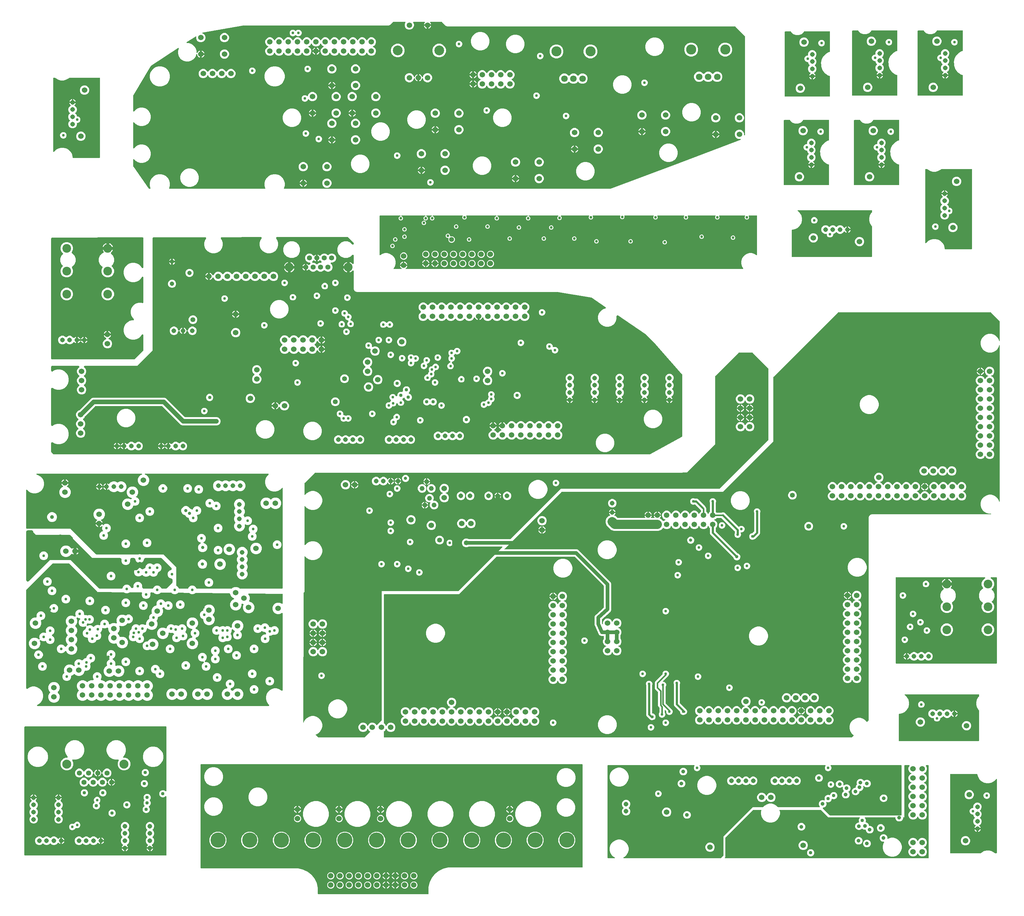
<source format=gbr>
G04 EAGLE Gerber RS-274X export*
G75*
%MOMM*%
%FSLAX34Y34*%
%LPD*%
%INEAGLE Copper Layer 2*%
%IPPOS*%
%AMOC8*
5,1,8,0,0,1.08239X$1,22.5*%
G01*
%ADD10C,1.524000*%
%ADD11C,2.781300*%
%ADD12C,1.800000*%
%ADD13C,2.400000*%
%ADD14C,1.308000*%
%ADD15C,1.320800*%
%ADD16C,1.397000*%
%ADD17C,2.476500*%
%ADD18C,1.508000*%
%ADD19C,1.408000*%
%ADD20C,2.700000*%
%ADD21C,1.208000*%
%ADD22C,0.756400*%
%ADD23C,1.270000*%
%ADD24C,0.254000*%
%ADD25C,0.956400*%
%ADD26C,1.056400*%
%ADD27C,1.350000*%
%ADD28C,4.191000*%
%ADD29C,1.016000*%
%ADD30C,0.406400*%
%ADD31C,0.609600*%
%ADD32C,0.906400*%
%ADD33C,2.540000*%
%ADD34C,0.508000*%
%ADD35C,3.048000*%

G36*
X2307297Y429400D02*
X2307297Y429400D01*
X2307388Y429408D01*
X2307418Y429420D01*
X2307450Y429425D01*
X2307530Y429468D01*
X2307614Y429504D01*
X2307646Y429530D01*
X2307667Y429541D01*
X2307689Y429564D01*
X2307745Y429609D01*
X2312857Y434721D01*
X2312926Y434817D01*
X2312997Y434913D01*
X2312998Y434917D01*
X2313001Y434920D01*
X2313036Y435033D01*
X2313072Y435147D01*
X2313072Y435152D01*
X2313073Y435156D01*
X2313070Y435274D01*
X2313068Y435393D01*
X2313067Y435397D01*
X2313067Y435401D01*
X2313026Y435514D01*
X2312986Y435625D01*
X2312984Y435628D01*
X2312982Y435632D01*
X2312908Y435725D01*
X2312835Y435819D01*
X2312831Y435822D01*
X2312829Y435824D01*
X2312817Y435832D01*
X2312700Y435918D01*
X2311924Y436366D01*
X2307076Y441214D01*
X2303649Y447151D01*
X2301874Y453772D01*
X2301874Y460628D01*
X2303649Y467249D01*
X2307076Y473186D01*
X2311924Y478034D01*
X2317861Y481461D01*
X2324482Y483236D01*
X2331338Y483236D01*
X2337959Y481461D01*
X2343896Y478034D01*
X2348744Y473186D01*
X2349192Y472410D01*
X2349266Y472320D01*
X2349341Y472226D01*
X2349345Y472223D01*
X2349348Y472220D01*
X2349447Y472157D01*
X2349548Y472093D01*
X2349552Y472092D01*
X2349556Y472089D01*
X2349672Y472062D01*
X2349787Y472032D01*
X2349791Y472033D01*
X2349795Y472032D01*
X2349914Y472042D01*
X2350032Y472052D01*
X2350036Y472053D01*
X2350040Y472054D01*
X2350151Y472102D01*
X2350258Y472148D01*
X2350262Y472151D01*
X2350265Y472152D01*
X2350276Y472162D01*
X2350389Y472253D01*
X2354231Y476095D01*
X2354284Y476169D01*
X2354344Y476238D01*
X2354356Y476268D01*
X2354375Y476294D01*
X2354402Y476381D01*
X2354436Y476466D01*
X2354440Y476507D01*
X2354447Y476530D01*
X2354446Y476562D01*
X2354454Y476633D01*
X2354454Y1035826D01*
X2356020Y1039606D01*
X2358914Y1042500D01*
X2362694Y1044066D01*
X2690747Y1044066D01*
X2690837Y1044080D01*
X2690928Y1044088D01*
X2690958Y1044100D01*
X2690990Y1044105D01*
X2691070Y1044148D01*
X2691154Y1044184D01*
X2691186Y1044210D01*
X2691207Y1044221D01*
X2691229Y1044244D01*
X2691285Y1044289D01*
X2691541Y1044545D01*
X2691583Y1044603D01*
X2691633Y1044655D01*
X2691655Y1044702D01*
X2691685Y1044744D01*
X2691706Y1044813D01*
X2691736Y1044878D01*
X2691742Y1044930D01*
X2691757Y1044980D01*
X2691755Y1045051D01*
X2691763Y1045122D01*
X2691752Y1045173D01*
X2691751Y1045225D01*
X2691726Y1045293D01*
X2691711Y1045363D01*
X2691684Y1045407D01*
X2691666Y1045456D01*
X2691622Y1045512D01*
X2691585Y1045574D01*
X2691545Y1045608D01*
X2691513Y1045648D01*
X2691452Y1045687D01*
X2691398Y1045734D01*
X2691350Y1045753D01*
X2691306Y1045781D01*
X2691236Y1045799D01*
X2691170Y1045826D01*
X2691098Y1045834D01*
X2691067Y1045842D01*
X2691044Y1045840D01*
X2691003Y1045844D01*
X2685162Y1045844D01*
X2678541Y1047619D01*
X2672604Y1051046D01*
X2667756Y1055894D01*
X2664329Y1061831D01*
X2662554Y1068452D01*
X2662554Y1075308D01*
X2664329Y1081929D01*
X2667756Y1087866D01*
X2672604Y1092714D01*
X2678541Y1096141D01*
X2685162Y1097916D01*
X2692018Y1097916D01*
X2698639Y1096141D01*
X2704576Y1092714D01*
X2709424Y1087866D01*
X2712851Y1081929D01*
X2713638Y1078995D01*
X2713648Y1078973D01*
X2713652Y1078949D01*
X2713698Y1078861D01*
X2713739Y1078771D01*
X2713755Y1078753D01*
X2713767Y1078732D01*
X2713839Y1078663D01*
X2713906Y1078591D01*
X2713927Y1078579D01*
X2713945Y1078563D01*
X2714035Y1078521D01*
X2714122Y1078473D01*
X2714146Y1078469D01*
X2714168Y1078459D01*
X2714267Y1078448D01*
X2714365Y1078431D01*
X2714389Y1078434D01*
X2714412Y1078432D01*
X2714509Y1078453D01*
X2714608Y1078468D01*
X2714629Y1078479D01*
X2714653Y1078484D01*
X2714738Y1078535D01*
X2714827Y1078581D01*
X2714843Y1078598D01*
X2714864Y1078610D01*
X2714929Y1078686D01*
X2714998Y1078757D01*
X2715008Y1078779D01*
X2715024Y1078797D01*
X2715061Y1078890D01*
X2715104Y1078979D01*
X2715107Y1079003D01*
X2715116Y1079025D01*
X2715134Y1079192D01*
X2715134Y1509000D01*
X2715130Y1509024D01*
X2715133Y1509048D01*
X2715111Y1509145D01*
X2715095Y1509243D01*
X2715083Y1509264D01*
X2715078Y1509287D01*
X2715026Y1509372D01*
X2714979Y1509460D01*
X2714962Y1509477D01*
X2714949Y1509497D01*
X2714873Y1509561D01*
X2714801Y1509629D01*
X2714779Y1509640D01*
X2714761Y1509655D01*
X2714668Y1509691D01*
X2714578Y1509733D01*
X2714554Y1509736D01*
X2714532Y1509744D01*
X2714432Y1509749D01*
X2714334Y1509760D01*
X2714310Y1509755D01*
X2714286Y1509756D01*
X2714190Y1509729D01*
X2714093Y1509708D01*
X2714073Y1509696D01*
X2714049Y1509689D01*
X2713967Y1509633D01*
X2713882Y1509582D01*
X2713866Y1509563D01*
X2713847Y1509550D01*
X2713787Y1509470D01*
X2713722Y1509395D01*
X2713713Y1509372D01*
X2713699Y1509353D01*
X2713638Y1509197D01*
X2712597Y1505315D01*
X2709170Y1499378D01*
X2704322Y1494530D01*
X2698385Y1491103D01*
X2691764Y1489328D01*
X2684908Y1489328D01*
X2678287Y1491103D01*
X2672350Y1494530D01*
X2667502Y1499378D01*
X2664075Y1505315D01*
X2662300Y1511936D01*
X2662300Y1518792D01*
X2664075Y1525413D01*
X2667502Y1531350D01*
X2672350Y1536198D01*
X2678287Y1539625D01*
X2684908Y1541400D01*
X2691764Y1541400D01*
X2698385Y1539625D01*
X2704322Y1536198D01*
X2709170Y1531350D01*
X2712597Y1525413D01*
X2713638Y1521531D01*
X2713648Y1521509D01*
X2713652Y1521485D01*
X2713698Y1521397D01*
X2713739Y1521307D01*
X2713755Y1521289D01*
X2713767Y1521268D01*
X2713839Y1521199D01*
X2713906Y1521127D01*
X2713927Y1521115D01*
X2713945Y1521099D01*
X2714035Y1521057D01*
X2714122Y1521009D01*
X2714146Y1521005D01*
X2714168Y1520995D01*
X2714267Y1520984D01*
X2714365Y1520967D01*
X2714389Y1520970D01*
X2714412Y1520968D01*
X2714509Y1520989D01*
X2714608Y1521004D01*
X2714629Y1521015D01*
X2714653Y1521020D01*
X2714738Y1521071D01*
X2714827Y1521117D01*
X2714843Y1521134D01*
X2714864Y1521146D01*
X2714929Y1521222D01*
X2714998Y1521293D01*
X2715008Y1521315D01*
X2715024Y1521333D01*
X2715061Y1521426D01*
X2715104Y1521515D01*
X2715107Y1521539D01*
X2715116Y1521561D01*
X2715134Y1521728D01*
X2715134Y1575687D01*
X2715120Y1575777D01*
X2715112Y1575868D01*
X2715100Y1575898D01*
X2715095Y1575930D01*
X2715052Y1576010D01*
X2715016Y1576094D01*
X2714990Y1576126D01*
X2714979Y1576147D01*
X2714956Y1576169D01*
X2714911Y1576225D01*
X2691285Y1599851D01*
X2691211Y1599904D01*
X2691142Y1599964D01*
X2691112Y1599976D01*
X2691086Y1599995D01*
X2690999Y1600022D01*
X2690914Y1600056D01*
X2690873Y1600060D01*
X2690850Y1600067D01*
X2690818Y1600066D01*
X2690747Y1600074D01*
X2269873Y1600074D01*
X2269783Y1600060D01*
X2269692Y1600052D01*
X2269662Y1600040D01*
X2269630Y1600035D01*
X2269550Y1599992D01*
X2269466Y1599956D01*
X2269434Y1599930D01*
X2269413Y1599919D01*
X2269391Y1599896D01*
X2269335Y1599851D01*
X2092422Y1422938D01*
X2092369Y1422864D01*
X2092309Y1422795D01*
X2092297Y1422765D01*
X2092278Y1422739D01*
X2092251Y1422652D01*
X2092217Y1422567D01*
X2092213Y1422526D01*
X2092206Y1422503D01*
X2092207Y1422471D01*
X2092199Y1422400D01*
X2092199Y1244915D01*
X1952945Y1105661D01*
X1508760Y1105661D01*
X1508670Y1105647D01*
X1508579Y1105639D01*
X1508549Y1105627D01*
X1508517Y1105622D01*
X1508437Y1105579D01*
X1508353Y1105543D01*
X1508321Y1105517D01*
X1508300Y1105506D01*
X1508278Y1105483D01*
X1508222Y1105438D01*
X1351504Y948720D01*
X1351462Y948662D01*
X1351412Y948610D01*
X1351390Y948563D01*
X1351360Y948521D01*
X1351339Y948452D01*
X1351309Y948387D01*
X1351303Y948335D01*
X1351288Y948285D01*
X1351290Y948214D01*
X1351282Y948143D01*
X1351293Y948092D01*
X1351294Y948040D01*
X1351319Y947972D01*
X1351334Y947902D01*
X1351361Y947858D01*
X1351379Y947809D01*
X1351423Y947753D01*
X1351460Y947691D01*
X1351500Y947657D01*
X1351532Y947617D01*
X1351593Y947578D01*
X1351647Y947531D01*
X1351695Y947512D01*
X1351739Y947484D01*
X1351809Y947466D01*
X1351875Y947439D01*
X1351947Y947431D01*
X1351978Y947423D01*
X1352001Y947425D01*
X1352042Y947421D01*
X1551421Y947421D01*
X1555156Y945874D01*
X1644374Y856656D01*
X1645921Y852921D01*
X1645921Y784195D01*
X1645928Y784150D01*
X1645926Y784105D01*
X1645958Y783971D01*
X1645960Y783953D01*
X1645963Y783949D01*
X1645964Y783942D01*
X1646013Y783804D01*
X1645922Y782073D01*
X1645923Y782057D01*
X1645921Y782033D01*
X1645921Y780299D01*
X1645865Y780164D01*
X1645855Y780120D01*
X1645835Y780079D01*
X1645813Y779943D01*
X1645809Y779925D01*
X1645809Y779920D01*
X1645808Y779913D01*
X1645800Y779768D01*
X1645054Y778203D01*
X1645049Y778188D01*
X1645037Y778166D01*
X1644374Y776564D01*
X1644271Y776461D01*
X1644244Y776424D01*
X1644211Y776393D01*
X1644138Y776277D01*
X1644127Y776262D01*
X1644126Y776257D01*
X1644122Y776251D01*
X1644059Y776120D01*
X1642771Y774960D01*
X1642761Y774948D01*
X1642742Y774932D01*
X1641516Y773706D01*
X1641381Y773650D01*
X1641342Y773626D01*
X1641299Y773611D01*
X1641187Y773530D01*
X1641172Y773521D01*
X1641169Y773517D01*
X1641163Y773513D01*
X1620773Y755162D01*
X1620703Y755075D01*
X1620631Y754991D01*
X1620627Y754979D01*
X1620619Y754970D01*
X1620581Y754866D01*
X1620539Y754762D01*
X1620538Y754748D01*
X1620534Y754739D01*
X1620534Y754711D01*
X1620521Y754596D01*
X1620521Y743998D01*
X1620533Y743924D01*
X1620536Y743848D01*
X1620555Y743786D01*
X1620560Y743755D01*
X1620572Y743733D01*
X1620586Y743689D01*
X1621602Y741403D01*
X1621651Y741329D01*
X1621692Y741252D01*
X1621718Y741227D01*
X1621737Y741197D01*
X1621806Y741143D01*
X1621870Y741082D01*
X1621902Y741067D01*
X1621931Y741045D01*
X1622013Y741015D01*
X1622093Y740979D01*
X1622129Y740975D01*
X1622162Y740963D01*
X1622250Y740961D01*
X1622337Y740951D01*
X1622373Y740959D01*
X1622408Y740958D01*
X1622492Y740985D01*
X1622578Y741004D01*
X1622609Y741022D01*
X1622643Y741033D01*
X1622714Y741085D01*
X1622789Y741130D01*
X1622812Y741157D01*
X1622841Y741178D01*
X1622892Y741250D01*
X1622949Y741317D01*
X1622962Y741350D01*
X1622983Y741379D01*
X1623008Y741463D01*
X1623041Y741545D01*
X1623046Y741591D01*
X1623053Y741615D01*
X1623052Y741646D01*
X1623059Y741712D01*
X1623059Y746746D01*
X1624993Y751414D01*
X1628566Y754987D01*
X1633234Y756921D01*
X1638286Y756921D01*
X1642954Y754987D01*
X1646527Y751414D01*
X1647757Y748446D01*
X1647795Y748385D01*
X1647824Y748320D01*
X1647859Y748281D01*
X1647886Y748237D01*
X1647942Y748191D01*
X1647990Y748138D01*
X1648036Y748113D01*
X1648076Y748080D01*
X1648143Y748054D01*
X1648206Y748020D01*
X1648257Y748011D01*
X1648305Y747992D01*
X1648377Y747989D01*
X1648448Y747976D01*
X1648499Y747984D01*
X1648551Y747982D01*
X1648620Y748002D01*
X1648691Y748012D01*
X1648737Y748036D01*
X1648787Y748050D01*
X1648846Y748091D01*
X1648910Y748123D01*
X1648947Y748161D01*
X1648989Y748190D01*
X1649032Y748248D01*
X1649082Y748299D01*
X1649117Y748362D01*
X1649136Y748388D01*
X1649143Y748410D01*
X1649163Y748446D01*
X1650393Y751414D01*
X1653966Y754987D01*
X1658634Y756921D01*
X1663686Y756921D01*
X1668354Y754987D01*
X1671927Y751414D01*
X1673861Y746746D01*
X1673861Y741694D01*
X1671927Y737026D01*
X1668354Y733453D01*
X1665386Y732223D01*
X1665325Y732185D01*
X1665260Y732156D01*
X1665221Y732121D01*
X1665177Y732094D01*
X1665131Y732038D01*
X1665078Y731990D01*
X1665053Y731944D01*
X1665020Y731904D01*
X1664994Y731837D01*
X1664960Y731774D01*
X1664951Y731723D01*
X1664932Y731675D01*
X1664929Y731603D01*
X1664916Y731532D01*
X1664924Y731481D01*
X1664922Y731429D01*
X1664942Y731360D01*
X1664952Y731289D01*
X1664976Y731243D01*
X1664990Y731193D01*
X1665031Y731134D01*
X1665063Y731070D01*
X1665101Y731033D01*
X1665130Y730991D01*
X1665188Y730948D01*
X1665239Y730898D01*
X1665302Y730863D01*
X1665328Y730844D01*
X1665350Y730837D01*
X1665386Y730817D01*
X1668354Y729587D01*
X1671927Y726014D01*
X1673861Y721346D01*
X1673861Y716294D01*
X1671927Y711626D01*
X1671544Y711242D01*
X1671491Y711168D01*
X1671431Y711099D01*
X1671419Y711069D01*
X1671400Y711042D01*
X1671373Y710955D01*
X1671339Y710871D01*
X1671335Y710830D01*
X1671328Y710807D01*
X1671329Y710775D01*
X1671321Y710704D01*
X1671321Y701536D01*
X1671335Y701446D01*
X1671343Y701355D01*
X1671355Y701325D01*
X1671360Y701293D01*
X1671403Y701213D01*
X1671439Y701129D01*
X1671465Y701097D01*
X1671476Y701076D01*
X1671499Y701054D01*
X1671544Y700998D01*
X1671927Y700614D01*
X1673861Y695946D01*
X1673861Y690894D01*
X1671927Y686226D01*
X1668354Y682653D01*
X1665386Y681423D01*
X1665325Y681385D01*
X1665260Y681356D01*
X1665221Y681321D01*
X1665177Y681294D01*
X1665131Y681238D01*
X1665078Y681190D01*
X1665053Y681144D01*
X1665020Y681104D01*
X1664994Y681037D01*
X1664960Y680974D01*
X1664951Y680923D01*
X1664932Y680875D01*
X1664929Y680803D01*
X1664916Y680732D01*
X1664924Y680681D01*
X1664922Y680629D01*
X1664942Y680560D01*
X1664952Y680489D01*
X1664976Y680443D01*
X1664990Y680393D01*
X1665031Y680334D01*
X1665063Y680270D01*
X1665101Y680233D01*
X1665130Y680191D01*
X1665188Y680148D01*
X1665239Y680098D01*
X1665302Y680063D01*
X1665328Y680044D01*
X1665350Y680037D01*
X1665386Y680017D01*
X1668354Y678787D01*
X1671927Y675214D01*
X1673861Y670546D01*
X1673861Y665494D01*
X1671927Y660826D01*
X1668354Y657253D01*
X1663686Y655319D01*
X1658634Y655319D01*
X1653966Y657253D01*
X1650393Y660826D01*
X1649163Y663794D01*
X1649126Y663855D01*
X1649096Y663920D01*
X1649061Y663959D01*
X1649034Y664003D01*
X1648979Y664049D01*
X1648930Y664102D01*
X1648884Y664127D01*
X1648844Y664160D01*
X1648777Y664186D01*
X1648714Y664220D01*
X1648663Y664229D01*
X1648615Y664248D01*
X1648543Y664251D01*
X1648472Y664264D01*
X1648421Y664256D01*
X1648369Y664258D01*
X1648300Y664238D01*
X1648229Y664228D01*
X1648183Y664204D01*
X1648133Y664190D01*
X1648074Y664149D01*
X1648010Y664117D01*
X1647973Y664079D01*
X1647931Y664050D01*
X1647888Y663992D01*
X1647838Y663941D01*
X1647803Y663878D01*
X1647784Y663852D01*
X1647777Y663830D01*
X1647757Y663794D01*
X1646527Y660826D01*
X1642954Y657253D01*
X1638286Y655319D01*
X1633234Y655319D01*
X1628566Y657253D01*
X1624993Y660826D01*
X1623059Y665494D01*
X1623059Y670546D01*
X1624993Y675214D01*
X1628566Y678787D01*
X1631534Y680017D01*
X1631595Y680054D01*
X1631660Y680084D01*
X1631699Y680119D01*
X1631743Y680146D01*
X1631789Y680201D01*
X1631842Y680250D01*
X1631867Y680296D01*
X1631900Y680336D01*
X1631926Y680403D01*
X1631960Y680466D01*
X1631969Y680517D01*
X1631988Y680565D01*
X1631991Y680637D01*
X1632004Y680708D01*
X1631996Y680759D01*
X1631998Y680811D01*
X1631978Y680880D01*
X1631968Y680951D01*
X1631944Y680997D01*
X1631930Y681047D01*
X1631889Y681106D01*
X1631857Y681170D01*
X1631819Y681207D01*
X1631790Y681249D01*
X1631732Y681292D01*
X1631681Y681342D01*
X1631618Y681377D01*
X1631592Y681396D01*
X1631570Y681403D01*
X1631534Y681423D01*
X1628566Y682653D01*
X1624993Y686226D01*
X1623059Y690894D01*
X1623059Y695946D01*
X1624993Y700614D01*
X1625376Y700998D01*
X1625429Y701072D01*
X1625489Y701141D01*
X1625501Y701171D01*
X1625520Y701198D01*
X1625547Y701285D01*
X1625581Y701369D01*
X1625585Y701410D01*
X1625592Y701433D01*
X1625591Y701465D01*
X1625599Y701536D01*
X1625599Y707898D01*
X1625596Y707918D01*
X1625598Y707937D01*
X1625576Y708039D01*
X1625560Y708141D01*
X1625550Y708158D01*
X1625546Y708178D01*
X1625493Y708267D01*
X1625444Y708358D01*
X1625430Y708372D01*
X1625420Y708389D01*
X1625341Y708456D01*
X1625266Y708528D01*
X1625248Y708536D01*
X1625233Y708549D01*
X1625137Y708588D01*
X1625043Y708631D01*
X1625023Y708633D01*
X1625005Y708641D01*
X1624838Y708659D01*
X1620659Y708659D01*
X1620652Y708658D01*
X1620640Y708659D01*
X1618754Y708611D01*
X1618711Y708620D01*
X1618659Y708641D01*
X1618554Y708652D01*
X1618524Y708659D01*
X1618512Y708657D01*
X1618501Y708658D01*
X1616761Y709379D01*
X1616753Y709381D01*
X1616743Y709386D01*
X1614982Y710064D01*
X1614945Y710089D01*
X1614905Y710128D01*
X1614813Y710178D01*
X1614788Y710196D01*
X1614776Y710199D01*
X1614766Y710204D01*
X1613434Y711537D01*
X1613428Y711541D01*
X1613420Y711550D01*
X1612052Y712850D01*
X1612028Y712887D01*
X1612006Y712938D01*
X1611941Y713020D01*
X1611924Y713046D01*
X1611914Y713054D01*
X1611907Y713062D01*
X1611186Y714803D01*
X1611182Y714809D01*
X1611178Y714821D01*
X1601899Y735700D01*
X1601868Y735747D01*
X1601846Y735798D01*
X1601781Y735880D01*
X1601764Y735906D01*
X1601754Y735914D01*
X1601747Y735922D01*
X1601026Y737663D01*
X1601022Y737669D01*
X1601019Y737680D01*
X1600252Y739405D01*
X1600244Y739448D01*
X1600243Y739504D01*
X1600214Y739605D01*
X1600208Y739635D01*
X1600202Y739646D01*
X1600199Y739656D01*
X1600199Y741541D01*
X1600198Y741548D01*
X1600199Y741560D01*
X1600151Y743446D01*
X1600160Y743489D01*
X1600181Y743541D01*
X1600192Y743646D01*
X1600199Y743676D01*
X1600197Y743688D01*
X1600199Y743708D01*
X1600199Y757585D01*
X1600192Y757630D01*
X1600194Y757675D01*
X1600162Y757809D01*
X1600160Y757827D01*
X1600157Y757831D01*
X1600156Y757838D01*
X1600107Y757976D01*
X1600198Y759707D01*
X1600197Y759723D01*
X1600199Y759747D01*
X1600199Y761481D01*
X1600255Y761616D01*
X1600265Y761660D01*
X1600285Y761701D01*
X1600307Y761837D01*
X1600311Y761855D01*
X1600311Y761860D01*
X1600312Y761867D01*
X1600320Y762012D01*
X1601066Y763577D01*
X1601071Y763592D01*
X1601083Y763614D01*
X1601746Y765216D01*
X1601849Y765319D01*
X1601876Y765356D01*
X1601909Y765387D01*
X1601928Y765416D01*
X1601941Y765430D01*
X1601954Y765459D01*
X1601982Y765503D01*
X1601993Y765518D01*
X1601994Y765523D01*
X1601998Y765529D01*
X1602061Y765660D01*
X1603349Y766820D01*
X1603359Y766832D01*
X1603378Y766848D01*
X1604604Y768074D01*
X1604739Y768130D01*
X1604778Y768154D01*
X1604821Y768169D01*
X1604933Y768250D01*
X1604948Y768259D01*
X1604951Y768263D01*
X1604957Y768267D01*
X1625347Y786618D01*
X1625414Y786702D01*
X1625455Y786745D01*
X1625460Y786756D01*
X1625489Y786789D01*
X1625493Y786801D01*
X1625501Y786810D01*
X1625539Y786914D01*
X1625581Y787018D01*
X1625582Y787032D01*
X1625586Y787041D01*
X1625586Y787069D01*
X1625599Y787184D01*
X1625599Y846376D01*
X1625585Y846466D01*
X1625577Y846557D01*
X1625565Y846587D01*
X1625560Y846619D01*
X1625517Y846699D01*
X1625481Y846783D01*
X1625455Y846815D01*
X1625444Y846836D01*
X1625421Y846858D01*
X1625376Y846914D01*
X1545414Y926876D01*
X1545340Y926929D01*
X1545271Y926989D01*
X1545241Y927001D01*
X1545214Y927020D01*
X1545128Y927047D01*
X1545043Y927081D01*
X1545002Y927085D01*
X1544979Y927092D01*
X1544947Y927091D01*
X1544876Y927099D01*
X1330198Y927099D01*
X1330108Y927085D01*
X1330017Y927077D01*
X1329987Y927065D01*
X1329955Y927060D01*
X1329875Y927017D01*
X1329791Y926981D01*
X1329759Y926955D01*
X1329738Y926944D01*
X1329716Y926921D01*
X1329660Y926876D01*
X1226505Y823721D01*
X1021080Y823721D01*
X1021060Y823718D01*
X1021041Y823720D01*
X1020939Y823698D01*
X1020837Y823682D01*
X1020820Y823672D01*
X1020800Y823668D01*
X1020711Y823615D01*
X1020620Y823566D01*
X1020606Y823552D01*
X1020589Y823542D01*
X1020522Y823463D01*
X1020451Y823388D01*
X1020442Y823370D01*
X1020429Y823355D01*
X1020390Y823258D01*
X1020347Y823165D01*
X1020345Y823145D01*
X1020337Y823127D01*
X1020319Y822960D01*
X1020319Y468615D01*
X1020338Y468500D01*
X1020345Y468453D01*
X1020346Y468432D01*
X1020348Y468426D01*
X1020355Y468383D01*
X1020358Y468378D01*
X1020359Y468372D01*
X1020413Y468269D01*
X1020427Y468242D01*
X1020443Y468205D01*
X1020451Y468195D01*
X1020466Y468164D01*
X1020471Y468160D01*
X1020474Y468155D01*
X1020513Y468118D01*
X1020547Y468074D01*
X1024227Y464394D01*
X1025457Y461426D01*
X1025494Y461365D01*
X1025524Y461300D01*
X1025559Y461261D01*
X1025586Y461217D01*
X1025641Y461171D01*
X1025690Y461118D01*
X1025736Y461093D01*
X1025776Y461060D01*
X1025843Y461034D01*
X1025906Y461000D01*
X1025957Y460991D01*
X1026005Y460972D01*
X1026077Y460969D01*
X1026148Y460956D01*
X1026199Y460964D01*
X1026251Y460962D01*
X1026320Y460982D01*
X1026391Y460992D01*
X1026437Y461016D01*
X1026487Y461030D01*
X1026546Y461071D01*
X1026610Y461103D01*
X1026647Y461141D01*
X1026689Y461170D01*
X1026732Y461228D01*
X1026782Y461279D01*
X1026817Y461342D01*
X1026836Y461368D01*
X1026843Y461390D01*
X1026863Y461426D01*
X1028093Y464394D01*
X1031666Y467967D01*
X1036334Y469901D01*
X1041386Y469901D01*
X1046054Y467967D01*
X1049627Y464394D01*
X1051561Y459726D01*
X1051561Y454674D01*
X1049627Y450006D01*
X1046054Y446433D01*
X1041386Y444499D01*
X1036334Y444499D01*
X1031666Y446433D01*
X1028093Y450006D01*
X1026863Y452974D01*
X1026825Y453035D01*
X1026796Y453100D01*
X1026761Y453139D01*
X1026734Y453183D01*
X1026678Y453229D01*
X1026630Y453282D01*
X1026584Y453307D01*
X1026544Y453340D01*
X1026477Y453366D01*
X1026414Y453400D01*
X1026363Y453409D01*
X1026315Y453428D01*
X1026243Y453431D01*
X1026172Y453444D01*
X1026121Y453436D01*
X1026069Y453438D01*
X1026000Y453418D01*
X1025929Y453408D01*
X1025883Y453384D01*
X1025833Y453370D01*
X1025774Y453329D01*
X1025710Y453297D01*
X1025673Y453259D01*
X1025631Y453230D01*
X1025588Y453172D01*
X1025538Y453121D01*
X1025503Y453058D01*
X1025484Y453032D01*
X1025477Y453010D01*
X1025457Y452974D01*
X1024227Y450006D01*
X1020582Y446360D01*
X1020580Y446359D01*
X1020577Y446355D01*
X1020547Y446326D01*
X1020515Y446280D01*
X1020506Y446270D01*
X1020429Y446180D01*
X1020427Y446174D01*
X1020423Y446170D01*
X1020409Y446133D01*
X1020404Y446126D01*
X1020394Y446094D01*
X1020381Y446062D01*
X1020337Y445952D01*
X1020336Y445945D01*
X1020335Y445940D01*
X1020334Y445922D01*
X1020319Y445785D01*
X1020319Y430147D01*
X1020322Y430127D01*
X1020320Y430108D01*
X1020342Y430006D01*
X1020359Y429904D01*
X1020368Y429887D01*
X1020372Y429867D01*
X1020425Y429778D01*
X1020474Y429687D01*
X1020488Y429673D01*
X1020498Y429656D01*
X1020577Y429589D01*
X1020652Y429517D01*
X1020670Y429509D01*
X1020685Y429496D01*
X1020781Y429457D01*
X1020875Y429414D01*
X1020895Y429412D01*
X1020913Y429404D01*
X1021080Y429386D01*
X2307207Y429386D01*
X2307297Y429400D01*
G37*
G36*
X1750775Y1209043D02*
X1750775Y1209043D01*
X1750804Y1209041D01*
X1750999Y1209063D01*
X1751195Y1209081D01*
X1751223Y1209088D01*
X1751252Y1209092D01*
X1751440Y1209148D01*
X1751629Y1209199D01*
X1751656Y1209212D01*
X1751683Y1209220D01*
X1751966Y1209353D01*
X1840055Y1257592D01*
X1840117Y1257633D01*
X1840184Y1257667D01*
X1840303Y1257758D01*
X1840429Y1257842D01*
X1840483Y1257894D01*
X1840542Y1257939D01*
X1840644Y1258050D01*
X1840753Y1258155D01*
X1840796Y1258214D01*
X1840805Y1258223D01*
X1840807Y1258226D01*
X1840848Y1258270D01*
X1840929Y1258398D01*
X1841017Y1258520D01*
X1841046Y1258580D01*
X1841057Y1258596D01*
X1841061Y1258605D01*
X1841089Y1258650D01*
X1841147Y1258790D01*
X1841212Y1258925D01*
X1841228Y1258983D01*
X1841239Y1259008D01*
X1841243Y1259025D01*
X1841260Y1259067D01*
X1841292Y1259214D01*
X1841332Y1259359D01*
X1841337Y1259411D01*
X1841346Y1259445D01*
X1841347Y1259470D01*
X1841355Y1259507D01*
X1841372Y1259787D01*
X1841374Y1259808D01*
X1841374Y1259812D01*
X1841374Y1259819D01*
X1841374Y1427694D01*
X1841366Y1427782D01*
X1841368Y1427870D01*
X1841347Y1428006D01*
X1841334Y1428143D01*
X1841311Y1428228D01*
X1841297Y1428315D01*
X1841252Y1428445D01*
X1841216Y1428577D01*
X1841178Y1428657D01*
X1841149Y1428740D01*
X1841081Y1428860D01*
X1841022Y1428984D01*
X1840971Y1429055D01*
X1840928Y1429132D01*
X1840789Y1429310D01*
X1840760Y1429350D01*
X1840749Y1429361D01*
X1840735Y1429379D01*
X1762184Y1518001D01*
X1762145Y1518037D01*
X1762079Y1518112D01*
X1739424Y1540767D01*
X1739359Y1540821D01*
X1739301Y1540882D01*
X1739113Y1541027D01*
X1739079Y1541055D01*
X1739068Y1541062D01*
X1739053Y1541073D01*
X1664416Y1591634D01*
X1664411Y1591637D01*
X1664258Y1591722D01*
X1664218Y1591749D01*
X1664176Y1591768D01*
X1664022Y1591854D01*
X1664020Y1591854D01*
X1664017Y1591856D01*
X1663841Y1591916D01*
X1663807Y1591931D01*
X1663772Y1591940D01*
X1663597Y1592000D01*
X1663594Y1592001D01*
X1663591Y1592001D01*
X1663398Y1592031D01*
X1663369Y1592038D01*
X1663341Y1592040D01*
X1663152Y1592069D01*
X1663149Y1592069D01*
X1663146Y1592069D01*
X1662944Y1592064D01*
X1662920Y1592066D01*
X1662896Y1592063D01*
X1662702Y1592058D01*
X1662699Y1592058D01*
X1662696Y1592058D01*
X1662495Y1592016D01*
X1662472Y1592014D01*
X1662452Y1592007D01*
X1662260Y1591968D01*
X1662258Y1591967D01*
X1662255Y1591967D01*
X1662063Y1591890D01*
X1662041Y1591883D01*
X1662022Y1591874D01*
X1661842Y1591802D01*
X1661840Y1591800D01*
X1661837Y1591799D01*
X1661664Y1591691D01*
X1661640Y1591679D01*
X1661621Y1591664D01*
X1661460Y1591564D01*
X1661458Y1591562D01*
X1661455Y1591560D01*
X1661307Y1591426D01*
X1661281Y1591407D01*
X1661261Y1591385D01*
X1661125Y1591262D01*
X1661124Y1591260D01*
X1661121Y1591258D01*
X1661004Y1591106D01*
X1660976Y1591076D01*
X1660956Y1591043D01*
X1660850Y1590907D01*
X1660848Y1590904D01*
X1660846Y1590902D01*
X1660763Y1590740D01*
X1660734Y1590696D01*
X1660716Y1590651D01*
X1660641Y1590508D01*
X1660640Y1590505D01*
X1660639Y1590502D01*
X1660588Y1590340D01*
X1660563Y1590279D01*
X1660551Y1590219D01*
X1660506Y1590078D01*
X1660506Y1590075D01*
X1660505Y1590072D01*
X1660486Y1589917D01*
X1660469Y1589839D01*
X1660462Y1589733D01*
X1660449Y1589631D01*
X1660449Y1589628D01*
X1660449Y1589625D01*
X1660452Y1589568D01*
X1660450Y1589527D01*
X1660450Y1582505D01*
X1658719Y1576045D01*
X1655374Y1570253D01*
X1650645Y1565523D01*
X1644853Y1562179D01*
X1638393Y1560448D01*
X1631705Y1560448D01*
X1625245Y1562179D01*
X1619452Y1565523D01*
X1614723Y1570253D01*
X1611379Y1576045D01*
X1609648Y1582505D01*
X1609648Y1589193D01*
X1611379Y1595653D01*
X1614723Y1601445D01*
X1619452Y1606175D01*
X1625245Y1609519D01*
X1629027Y1610532D01*
X1629064Y1610546D01*
X1629102Y1610554D01*
X1629275Y1610623D01*
X1629450Y1610687D01*
X1629484Y1610707D01*
X1629520Y1610721D01*
X1629678Y1610820D01*
X1629839Y1610914D01*
X1629869Y1610939D01*
X1629902Y1610960D01*
X1630040Y1611085D01*
X1630182Y1611206D01*
X1630207Y1611236D01*
X1630235Y1611262D01*
X1630349Y1611410D01*
X1630468Y1611554D01*
X1630487Y1611588D01*
X1630510Y1611619D01*
X1630596Y1611784D01*
X1630687Y1611947D01*
X1630700Y1611984D01*
X1630718Y1612018D01*
X1630773Y1612196D01*
X1630834Y1612372D01*
X1630840Y1612411D01*
X1630852Y1612448D01*
X1630875Y1612633D01*
X1630904Y1612817D01*
X1630903Y1612856D01*
X1630908Y1612895D01*
X1630898Y1613081D01*
X1630894Y1613267D01*
X1630886Y1613306D01*
X1630884Y1613344D01*
X1630841Y1613526D01*
X1630804Y1613709D01*
X1630790Y1613745D01*
X1630781Y1613783D01*
X1630707Y1613954D01*
X1630638Y1614127D01*
X1630617Y1614160D01*
X1630602Y1614196D01*
X1630499Y1614351D01*
X1630401Y1614510D01*
X1630375Y1614539D01*
X1630353Y1614571D01*
X1630224Y1614706D01*
X1630099Y1614845D01*
X1630069Y1614868D01*
X1630042Y1614897D01*
X1629794Y1615087D01*
X1591719Y1640880D01*
X1591566Y1640965D01*
X1591416Y1641056D01*
X1591369Y1641074D01*
X1591325Y1641099D01*
X1591160Y1641155D01*
X1590996Y1641219D01*
X1590935Y1641232D01*
X1590899Y1641244D01*
X1590837Y1641254D01*
X1590691Y1641286D01*
X1497990Y1655923D01*
X1497961Y1655925D01*
X1497940Y1655930D01*
X1497928Y1655930D01*
X1497906Y1655935D01*
X1497594Y1655954D01*
X945374Y1655954D01*
X941594Y1657520D01*
X938700Y1660414D01*
X937134Y1664194D01*
X937134Y1712970D01*
X937123Y1713100D01*
X937121Y1713230D01*
X937103Y1713323D01*
X937094Y1713419D01*
X937060Y1713544D01*
X937035Y1713672D01*
X937001Y1713761D01*
X936976Y1713853D01*
X936920Y1713970D01*
X936873Y1714092D01*
X936823Y1714174D01*
X936782Y1714260D01*
X936707Y1714365D01*
X936639Y1714477D01*
X936576Y1714548D01*
X936520Y1714626D01*
X936427Y1714717D01*
X936341Y1714814D01*
X936266Y1714873D01*
X936198Y1714940D01*
X936090Y1715013D01*
X935988Y1715093D01*
X935904Y1715139D01*
X935825Y1715192D01*
X935706Y1715245D01*
X935591Y1715306D01*
X935500Y1715336D01*
X935413Y1715374D01*
X935286Y1715405D01*
X935163Y1715445D01*
X935068Y1715458D01*
X934975Y1715481D01*
X934846Y1715489D01*
X934717Y1715507D01*
X934621Y1715503D01*
X934526Y1715509D01*
X934397Y1715494D01*
X934267Y1715488D01*
X934174Y1715468D01*
X934079Y1715456D01*
X933954Y1715419D01*
X933827Y1715391D01*
X933739Y1715354D01*
X933648Y1715326D01*
X933532Y1715267D01*
X933412Y1715217D01*
X933332Y1715165D01*
X933246Y1715122D01*
X933143Y1715043D01*
X933034Y1714973D01*
X932936Y1714887D01*
X932888Y1714850D01*
X932857Y1714817D01*
X932799Y1714766D01*
X931598Y1713564D01*
X930086Y1712404D01*
X928435Y1711451D01*
X926674Y1710721D01*
X925989Y1710538D01*
X925989Y1723060D01*
X925986Y1723094D01*
X925988Y1723129D01*
X925966Y1723318D01*
X925949Y1723508D01*
X925940Y1723542D01*
X925936Y1723576D01*
X925881Y1723759D01*
X925831Y1723943D01*
X925816Y1723974D01*
X925806Y1724007D01*
X925719Y1724178D01*
X925637Y1724349D01*
X925617Y1724377D01*
X925602Y1724408D01*
X925518Y1724519D01*
X925565Y1724593D01*
X925672Y1724751D01*
X925686Y1724782D01*
X925704Y1724812D01*
X925777Y1724988D01*
X925854Y1725162D01*
X925862Y1725196D01*
X925875Y1725228D01*
X925915Y1725415D01*
X925961Y1725600D01*
X925963Y1725634D01*
X925970Y1725668D01*
X925989Y1725980D01*
X925989Y1738502D01*
X926674Y1738319D01*
X928435Y1737589D01*
X930086Y1736636D01*
X931598Y1735476D01*
X932799Y1734274D01*
X932899Y1734191D01*
X932992Y1734100D01*
X933072Y1734047D01*
X933145Y1733985D01*
X933258Y1733921D01*
X933365Y1733848D01*
X933453Y1733809D01*
X933536Y1733762D01*
X933658Y1733718D01*
X933777Y1733666D01*
X933870Y1733643D01*
X933960Y1733611D01*
X934088Y1733590D01*
X934215Y1733559D01*
X934310Y1733553D01*
X934404Y1733538D01*
X934534Y1733539D01*
X934664Y1733531D01*
X934759Y1733542D01*
X934855Y1733544D01*
X934982Y1733568D01*
X935111Y1733584D01*
X935203Y1733611D01*
X935297Y1733629D01*
X935418Y1733676D01*
X935542Y1733714D01*
X935628Y1733757D01*
X935717Y1733792D01*
X935828Y1733859D01*
X935944Y1733918D01*
X936020Y1733976D01*
X936101Y1734026D01*
X936199Y1734112D01*
X936302Y1734190D01*
X936367Y1734260D01*
X936439Y1734324D01*
X936519Y1734426D01*
X936608Y1734521D01*
X936659Y1734602D01*
X936718Y1734677D01*
X936780Y1734791D01*
X936849Y1734901D01*
X936886Y1734989D01*
X936931Y1735074D01*
X936971Y1735197D01*
X937020Y1735318D01*
X937040Y1735411D01*
X937070Y1735502D01*
X937088Y1735631D01*
X937115Y1735758D01*
X937123Y1735888D01*
X937131Y1735948D01*
X937130Y1735993D01*
X937134Y1736070D01*
X937134Y1756383D01*
X937123Y1756513D01*
X937121Y1756643D01*
X937103Y1756736D01*
X937094Y1756832D01*
X937060Y1756957D01*
X937035Y1757085D01*
X937001Y1757174D01*
X936976Y1757266D01*
X936920Y1757383D01*
X936873Y1757505D01*
X936823Y1757587D01*
X936782Y1757673D01*
X936707Y1757778D01*
X936639Y1757890D01*
X936576Y1757961D01*
X936520Y1758039D01*
X936427Y1758130D01*
X936341Y1758227D01*
X936266Y1758286D01*
X936198Y1758353D01*
X936090Y1758426D01*
X935988Y1758506D01*
X935904Y1758551D01*
X935825Y1758605D01*
X935706Y1758658D01*
X935591Y1758719D01*
X935500Y1758749D01*
X935413Y1758787D01*
X935286Y1758818D01*
X935163Y1758858D01*
X935068Y1758871D01*
X934975Y1758894D01*
X934846Y1758902D01*
X934717Y1758920D01*
X934621Y1758916D01*
X934526Y1758922D01*
X934397Y1758907D01*
X934267Y1758901D01*
X934174Y1758881D01*
X934079Y1758870D01*
X933954Y1758832D01*
X933827Y1758804D01*
X933739Y1758767D01*
X933648Y1758739D01*
X933532Y1758680D01*
X933412Y1758630D01*
X933332Y1758578D01*
X933246Y1758535D01*
X933143Y1758456D01*
X933034Y1758386D01*
X932936Y1758300D01*
X932888Y1758263D01*
X932857Y1758230D01*
X932799Y1758179D01*
X928118Y1753497D01*
X919697Y1750009D01*
X910583Y1750009D01*
X902162Y1753497D01*
X895717Y1759942D01*
X892229Y1768363D01*
X892229Y1777477D01*
X895717Y1785898D01*
X902162Y1792343D01*
X910583Y1795831D01*
X919697Y1795831D01*
X928118Y1792343D01*
X932799Y1787661D01*
X932899Y1787578D01*
X932992Y1787487D01*
X933072Y1787433D01*
X933145Y1787372D01*
X933258Y1787308D01*
X933365Y1787235D01*
X933453Y1787196D01*
X933536Y1787149D01*
X933658Y1787105D01*
X933777Y1787053D01*
X933870Y1787030D01*
X933960Y1786998D01*
X934088Y1786977D01*
X934215Y1786946D01*
X934310Y1786940D01*
X934404Y1786925D01*
X934534Y1786926D01*
X934664Y1786918D01*
X934759Y1786929D01*
X934855Y1786931D01*
X934982Y1786955D01*
X935111Y1786970D01*
X935203Y1786998D01*
X935297Y1787016D01*
X935418Y1787063D01*
X935542Y1787101D01*
X935627Y1787144D01*
X935717Y1787179D01*
X935828Y1787246D01*
X935944Y1787305D01*
X936020Y1787363D01*
X936101Y1787412D01*
X936199Y1787499D01*
X936302Y1787577D01*
X936367Y1787647D01*
X936439Y1787711D01*
X936519Y1787813D01*
X936608Y1787908D01*
X936659Y1787989D01*
X936718Y1788064D01*
X936779Y1788178D01*
X936849Y1788288D01*
X936886Y1788376D01*
X936931Y1788461D01*
X936971Y1788584D01*
X937020Y1788705D01*
X937040Y1788798D01*
X937070Y1788889D01*
X937088Y1789018D01*
X937115Y1789145D01*
X937123Y1789274D01*
X937131Y1789335D01*
X937130Y1789380D01*
X937134Y1789457D01*
X937134Y1790468D01*
X937120Y1790631D01*
X937113Y1790796D01*
X937100Y1790855D01*
X937094Y1790916D01*
X937051Y1791075D01*
X937015Y1791235D01*
X936992Y1791292D01*
X936976Y1791351D01*
X936905Y1791499D01*
X936842Y1791651D01*
X936809Y1791702D01*
X936782Y1791757D01*
X936687Y1791891D01*
X936597Y1792029D01*
X936546Y1792087D01*
X936520Y1792123D01*
X936477Y1792166D01*
X936391Y1792263D01*
X921438Y1807216D01*
X921312Y1807321D01*
X921191Y1807433D01*
X921140Y1807465D01*
X921093Y1807504D01*
X920950Y1807586D01*
X920811Y1807674D01*
X920755Y1807698D01*
X920702Y1807728D01*
X920547Y1807783D01*
X920395Y1807845D01*
X920335Y1807858D01*
X920278Y1807879D01*
X920115Y1807905D01*
X919955Y1807940D01*
X919878Y1807945D01*
X919833Y1807952D01*
X919772Y1807951D01*
X919643Y1807959D01*
X795411Y1807959D01*
X795408Y1807959D01*
X795403Y1807959D01*
X725992Y1807747D01*
X725973Y1807745D01*
X725954Y1807747D01*
X725748Y1807725D01*
X725544Y1807706D01*
X725525Y1807701D01*
X725506Y1807699D01*
X725309Y1807641D01*
X725110Y1807586D01*
X725092Y1807578D01*
X725074Y1807572D01*
X724890Y1807481D01*
X724704Y1807391D01*
X724688Y1807380D01*
X724671Y1807371D01*
X724506Y1807249D01*
X724338Y1807128D01*
X724325Y1807114D01*
X724310Y1807103D01*
X724169Y1806953D01*
X724025Y1806804D01*
X724014Y1806788D01*
X724001Y1806774D01*
X723889Y1806602D01*
X723774Y1806430D01*
X723767Y1806413D01*
X723756Y1806397D01*
X723676Y1806206D01*
X723593Y1806018D01*
X723589Y1806000D01*
X723581Y1805982D01*
X723536Y1805780D01*
X723488Y1805580D01*
X723487Y1805561D01*
X723483Y1805542D01*
X723474Y1805337D01*
X723462Y1805131D01*
X723464Y1805112D01*
X723463Y1805093D01*
X723491Y1804889D01*
X723515Y1804684D01*
X723521Y1804665D01*
X723523Y1804646D01*
X723587Y1804450D01*
X723647Y1804253D01*
X723656Y1804236D01*
X723661Y1804218D01*
X723801Y1803938D01*
X727250Y1797964D01*
X728981Y1791504D01*
X728981Y1784816D01*
X727250Y1778356D01*
X723906Y1772564D01*
X719176Y1767834D01*
X713384Y1764490D01*
X706924Y1762759D01*
X700236Y1762759D01*
X693776Y1764490D01*
X687984Y1767834D01*
X683254Y1772564D01*
X679910Y1778356D01*
X678179Y1784816D01*
X678179Y1791504D01*
X679910Y1797964D01*
X683280Y1803801D01*
X683291Y1803825D01*
X683306Y1803848D01*
X683386Y1804029D01*
X683470Y1804209D01*
X683477Y1804235D01*
X683487Y1804260D01*
X683534Y1804453D01*
X683584Y1804645D01*
X683586Y1804671D01*
X683593Y1804698D01*
X683604Y1804896D01*
X683620Y1805093D01*
X683617Y1805120D01*
X683619Y1805147D01*
X683595Y1805344D01*
X683576Y1805542D01*
X683569Y1805567D01*
X683566Y1805594D01*
X683508Y1805784D01*
X683454Y1805975D01*
X683442Y1805999D01*
X683434Y1806025D01*
X683344Y1806201D01*
X683257Y1806380D01*
X683241Y1806401D01*
X683228Y1806426D01*
X683108Y1806583D01*
X682991Y1806743D01*
X682972Y1806762D01*
X682955Y1806783D01*
X682809Y1806918D01*
X682666Y1807054D01*
X682643Y1807069D01*
X682623Y1807088D01*
X682455Y1807194D01*
X682290Y1807303D01*
X682265Y1807314D01*
X682243Y1807328D01*
X682059Y1807403D01*
X681877Y1807482D01*
X681851Y1807488D01*
X681826Y1807498D01*
X681632Y1807539D01*
X681438Y1807584D01*
X681412Y1807586D01*
X681385Y1807591D01*
X681073Y1807610D01*
X573861Y1807282D01*
X573841Y1807280D01*
X573822Y1807281D01*
X573617Y1807259D01*
X573412Y1807240D01*
X573394Y1807235D01*
X573375Y1807233D01*
X573176Y1807175D01*
X572978Y1807121D01*
X572961Y1807112D01*
X572942Y1807107D01*
X572757Y1807015D01*
X572572Y1806926D01*
X572557Y1806915D01*
X572539Y1806906D01*
X572374Y1806783D01*
X572207Y1806663D01*
X572194Y1806649D01*
X572178Y1806637D01*
X572037Y1806488D01*
X571894Y1806339D01*
X571883Y1806323D01*
X571870Y1806309D01*
X571758Y1806136D01*
X571643Y1805965D01*
X571635Y1805948D01*
X571625Y1805932D01*
X571545Y1805741D01*
X571462Y1805553D01*
X571457Y1805534D01*
X571450Y1805517D01*
X571405Y1805315D01*
X571357Y1805115D01*
X571355Y1805096D01*
X571351Y1805077D01*
X571342Y1804872D01*
X571330Y1804666D01*
X571333Y1804646D01*
X571332Y1804627D01*
X571359Y1804424D01*
X571384Y1804219D01*
X571389Y1804200D01*
X571392Y1804181D01*
X571455Y1803985D01*
X571515Y1803788D01*
X571524Y1803771D01*
X571530Y1803753D01*
X571669Y1803473D01*
X574850Y1797964D01*
X576581Y1791504D01*
X576581Y1784816D01*
X574850Y1778356D01*
X571506Y1772564D01*
X566776Y1767834D01*
X560984Y1764490D01*
X554524Y1762759D01*
X547836Y1762759D01*
X541376Y1764490D01*
X535584Y1767834D01*
X530854Y1772564D01*
X527510Y1778356D01*
X525779Y1784816D01*
X525779Y1791504D01*
X527510Y1797964D01*
X530610Y1803334D01*
X530622Y1803358D01*
X530637Y1803381D01*
X530716Y1803562D01*
X530800Y1803742D01*
X530807Y1803768D01*
X530818Y1803793D01*
X530864Y1803986D01*
X530915Y1804178D01*
X530917Y1804205D01*
X530923Y1804231D01*
X530935Y1804429D01*
X530951Y1804627D01*
X530948Y1804653D01*
X530949Y1804680D01*
X530926Y1804878D01*
X530907Y1805075D01*
X530899Y1805101D01*
X530896Y1805127D01*
X530838Y1805317D01*
X530784Y1805508D01*
X530772Y1805532D01*
X530764Y1805558D01*
X530674Y1805735D01*
X530587Y1805913D01*
X530571Y1805934D01*
X530559Y1805959D01*
X530438Y1806116D01*
X530322Y1806277D01*
X530302Y1806295D01*
X530286Y1806317D01*
X530140Y1806450D01*
X529996Y1806588D01*
X529974Y1806602D01*
X529954Y1806621D01*
X529786Y1806727D01*
X529621Y1806836D01*
X529596Y1806847D01*
X529573Y1806861D01*
X529390Y1806936D01*
X529207Y1807015D01*
X529181Y1807021D01*
X529156Y1807031D01*
X528962Y1807072D01*
X528769Y1807117D01*
X528742Y1807119D01*
X528716Y1807124D01*
X528404Y1807143D01*
X386072Y1806707D01*
X386042Y1806705D01*
X386011Y1806707D01*
X385817Y1806684D01*
X385624Y1806666D01*
X385594Y1806658D01*
X385564Y1806654D01*
X385376Y1806598D01*
X385190Y1806546D01*
X385162Y1806533D01*
X385133Y1806524D01*
X384959Y1806436D01*
X384784Y1806352D01*
X384759Y1806334D01*
X384731Y1806320D01*
X384576Y1806202D01*
X384419Y1806088D01*
X384397Y1806066D01*
X384373Y1806048D01*
X384241Y1805905D01*
X384105Y1805765D01*
X384088Y1805739D01*
X384068Y1805717D01*
X383963Y1805552D01*
X383855Y1805391D01*
X383842Y1805363D01*
X383826Y1805337D01*
X383752Y1805156D01*
X383674Y1804979D01*
X383666Y1804949D01*
X383655Y1804920D01*
X383614Y1804730D01*
X383568Y1804541D01*
X383566Y1804510D01*
X383560Y1804480D01*
X383541Y1804168D01*
X383541Y1495418D01*
X341002Y1452879D01*
X196813Y1452879D01*
X196683Y1452868D01*
X196553Y1452866D01*
X196459Y1452848D01*
X196364Y1452839D01*
X196239Y1452805D01*
X196111Y1452780D01*
X196022Y1452746D01*
X195930Y1452721D01*
X195813Y1452665D01*
X195691Y1452618D01*
X195609Y1452568D01*
X195523Y1452527D01*
X195418Y1452452D01*
X195306Y1452384D01*
X195235Y1452321D01*
X195157Y1452265D01*
X195066Y1452172D01*
X194969Y1452086D01*
X194910Y1452011D01*
X194843Y1451943D01*
X194770Y1451835D01*
X194689Y1451733D01*
X194644Y1451649D01*
X194591Y1451570D01*
X194538Y1451451D01*
X194477Y1451336D01*
X194447Y1451245D01*
X194409Y1451158D01*
X194378Y1451031D01*
X194338Y1450908D01*
X194325Y1450813D01*
X194302Y1450720D01*
X194294Y1450591D01*
X194276Y1450462D01*
X194280Y1450366D01*
X194274Y1450271D01*
X194289Y1450142D01*
X194295Y1450012D01*
X194315Y1449919D01*
X194326Y1449824D01*
X194364Y1449699D01*
X194392Y1449572D01*
X194429Y1449484D01*
X194457Y1449393D01*
X194516Y1449277D01*
X194566Y1449157D01*
X194618Y1449076D01*
X194661Y1448991D01*
X194739Y1448888D01*
X194810Y1448779D01*
X194896Y1448681D01*
X194933Y1448633D01*
X194966Y1448602D01*
X195017Y1448544D01*
X198727Y1444834D01*
X200661Y1440166D01*
X200661Y1435114D01*
X198727Y1430446D01*
X195017Y1426736D01*
X194995Y1426709D01*
X194969Y1426686D01*
X194851Y1426537D01*
X194728Y1426390D01*
X194711Y1426360D01*
X194689Y1426333D01*
X194599Y1426164D01*
X194505Y1425999D01*
X194493Y1425967D01*
X194477Y1425936D01*
X194418Y1425755D01*
X194354Y1425575D01*
X194348Y1425541D01*
X194338Y1425508D01*
X194312Y1425319D01*
X194280Y1425131D01*
X194281Y1425096D01*
X194276Y1425062D01*
X194284Y1424871D01*
X194287Y1424680D01*
X194293Y1424646D01*
X194295Y1424612D01*
X194336Y1424426D01*
X194372Y1424238D01*
X194385Y1424206D01*
X194392Y1424172D01*
X194466Y1423997D01*
X194534Y1423818D01*
X194553Y1423789D01*
X194566Y1423757D01*
X194669Y1423597D01*
X194768Y1423434D01*
X194791Y1423408D01*
X194810Y1423379D01*
X195017Y1423144D01*
X198727Y1419434D01*
X200661Y1414766D01*
X200661Y1409714D01*
X198727Y1405046D01*
X195017Y1401336D01*
X194995Y1401309D01*
X194969Y1401286D01*
X194851Y1401137D01*
X194728Y1400990D01*
X194711Y1400960D01*
X194689Y1400933D01*
X194599Y1400765D01*
X194505Y1400599D01*
X194493Y1400567D01*
X194477Y1400536D01*
X194418Y1400355D01*
X194354Y1400175D01*
X194348Y1400141D01*
X194338Y1400108D01*
X194312Y1399919D01*
X194281Y1399731D01*
X194281Y1399696D01*
X194276Y1399662D01*
X194284Y1399471D01*
X194287Y1399281D01*
X194293Y1399246D01*
X194295Y1399212D01*
X194336Y1399026D01*
X194372Y1398838D01*
X194385Y1398806D01*
X194392Y1398772D01*
X194466Y1398596D01*
X194534Y1398418D01*
X194552Y1398389D01*
X194566Y1398357D01*
X194669Y1398196D01*
X194768Y1398034D01*
X194791Y1398008D01*
X194810Y1397979D01*
X195017Y1397744D01*
X198727Y1394034D01*
X200661Y1389366D01*
X200661Y1384314D01*
X198727Y1379646D01*
X195154Y1376073D01*
X190486Y1374139D01*
X185434Y1374139D01*
X180766Y1376073D01*
X177193Y1379646D01*
X175259Y1384314D01*
X175259Y1389366D01*
X177193Y1394034D01*
X180903Y1397744D01*
X180925Y1397771D01*
X180951Y1397794D01*
X181017Y1397877D01*
X181022Y1397882D01*
X181027Y1397889D01*
X181069Y1397943D01*
X181192Y1398090D01*
X181209Y1398120D01*
X181231Y1398147D01*
X181321Y1398315D01*
X181415Y1398481D01*
X181427Y1398513D01*
X181443Y1398544D01*
X181502Y1398725D01*
X181566Y1398905D01*
X181572Y1398939D01*
X181582Y1398972D01*
X181608Y1399161D01*
X181640Y1399349D01*
X181639Y1399384D01*
X181644Y1399418D01*
X181636Y1399609D01*
X181633Y1399800D01*
X181627Y1399834D01*
X181625Y1399868D01*
X181584Y1400053D01*
X181548Y1400242D01*
X181535Y1400274D01*
X181528Y1400308D01*
X181454Y1400483D01*
X181386Y1400662D01*
X181367Y1400691D01*
X181354Y1400723D01*
X181251Y1400883D01*
X181152Y1401046D01*
X181129Y1401072D01*
X181110Y1401101D01*
X180903Y1401336D01*
X177193Y1405046D01*
X175259Y1409714D01*
X175259Y1414766D01*
X177193Y1419434D01*
X180903Y1423144D01*
X180925Y1423171D01*
X180951Y1423194D01*
X181069Y1423343D01*
X181192Y1423490D01*
X181209Y1423520D01*
X181231Y1423547D01*
X181321Y1423715D01*
X181415Y1423881D01*
X181427Y1423913D01*
X181443Y1423944D01*
X181502Y1424125D01*
X181566Y1424305D01*
X181572Y1424339D01*
X181582Y1424372D01*
X181608Y1424561D01*
X181639Y1424749D01*
X181639Y1424784D01*
X181644Y1424818D01*
X181636Y1425009D01*
X181633Y1425199D01*
X181627Y1425234D01*
X181625Y1425268D01*
X181584Y1425454D01*
X181548Y1425642D01*
X181535Y1425674D01*
X181528Y1425708D01*
X181454Y1425884D01*
X181386Y1426062D01*
X181368Y1426091D01*
X181354Y1426123D01*
X181251Y1426284D01*
X181152Y1426446D01*
X181129Y1426472D01*
X181110Y1426501D01*
X180903Y1426736D01*
X177193Y1430446D01*
X175259Y1435114D01*
X175259Y1440166D01*
X177193Y1444834D01*
X180903Y1448544D01*
X180986Y1448644D01*
X181077Y1448737D01*
X181131Y1448817D01*
X181192Y1448890D01*
X181256Y1449003D01*
X181329Y1449110D01*
X181368Y1449198D01*
X181415Y1449281D01*
X181459Y1449403D01*
X181511Y1449522D01*
X181534Y1449615D01*
X181566Y1449705D01*
X181587Y1449834D01*
X181618Y1449960D01*
X181624Y1450055D01*
X181640Y1450149D01*
X181638Y1450280D01*
X181646Y1450409D01*
X181635Y1450504D01*
X181633Y1450600D01*
X181609Y1450727D01*
X181594Y1450856D01*
X181566Y1450948D01*
X181548Y1451042D01*
X181501Y1451163D01*
X181463Y1451287D01*
X181420Y1451372D01*
X181386Y1451462D01*
X181318Y1451573D01*
X181259Y1451689D01*
X181201Y1451765D01*
X181152Y1451846D01*
X181066Y1451944D01*
X180987Y1452047D01*
X180917Y1452112D01*
X180853Y1452184D01*
X180752Y1452264D01*
X180656Y1452353D01*
X180575Y1452404D01*
X180500Y1452463D01*
X180386Y1452524D01*
X180276Y1452594D01*
X180188Y1452631D01*
X180103Y1452676D01*
X179980Y1452716D01*
X179860Y1452765D01*
X179766Y1452785D01*
X179675Y1452815D01*
X179547Y1452833D01*
X179419Y1452860D01*
X179290Y1452868D01*
X179229Y1452876D01*
X179184Y1452875D01*
X179107Y1452879D01*
X106805Y1452879D01*
X106770Y1452876D01*
X106736Y1452878D01*
X106547Y1452856D01*
X106356Y1452839D01*
X106323Y1452830D01*
X106289Y1452826D01*
X106106Y1452771D01*
X105922Y1452721D01*
X105891Y1452706D01*
X105858Y1452696D01*
X105687Y1452609D01*
X105515Y1452527D01*
X105487Y1452507D01*
X105456Y1452492D01*
X105304Y1452376D01*
X105149Y1452265D01*
X105125Y1452240D01*
X105098Y1452220D01*
X104969Y1452080D01*
X104835Y1451943D01*
X104816Y1451914D01*
X104792Y1451888D01*
X104690Y1451727D01*
X104583Y1451570D01*
X104569Y1451538D01*
X104551Y1451509D01*
X104478Y1451332D01*
X104401Y1451158D01*
X104393Y1451124D01*
X104380Y1451092D01*
X104340Y1450905D01*
X104294Y1450720D01*
X104292Y1450686D01*
X104285Y1450652D01*
X104266Y1450340D01*
X104266Y1439782D01*
X104268Y1439759D01*
X104266Y1439736D01*
X104288Y1439535D01*
X104306Y1439334D01*
X104312Y1439311D01*
X104314Y1439288D01*
X104371Y1439095D01*
X104424Y1438899D01*
X104434Y1438878D01*
X104441Y1438856D01*
X104531Y1438675D01*
X104618Y1438493D01*
X104631Y1438474D01*
X104641Y1438453D01*
X104762Y1438291D01*
X104880Y1438127D01*
X104896Y1438110D01*
X104910Y1438092D01*
X105057Y1437954D01*
X105202Y1437812D01*
X105222Y1437800D01*
X105238Y1437784D01*
X105408Y1437674D01*
X105575Y1437560D01*
X105597Y1437551D01*
X105616Y1437538D01*
X105802Y1437460D01*
X105987Y1437378D01*
X106010Y1437373D01*
X106031Y1437364D01*
X106229Y1437319D01*
X106425Y1437272D01*
X106448Y1437270D01*
X106470Y1437265D01*
X106672Y1437256D01*
X106874Y1437244D01*
X106897Y1437246D01*
X106920Y1437245D01*
X107120Y1437272D01*
X107321Y1437296D01*
X107343Y1437303D01*
X107366Y1437306D01*
X107558Y1437368D01*
X107752Y1437426D01*
X107773Y1437437D01*
X107795Y1437444D01*
X108075Y1437583D01*
X113675Y1440817D01*
X120781Y1442721D01*
X128139Y1442721D01*
X135245Y1440817D01*
X141616Y1437138D01*
X146818Y1431936D01*
X150497Y1425565D01*
X152401Y1418459D01*
X152401Y1411101D01*
X150497Y1403995D01*
X146818Y1397624D01*
X141616Y1392422D01*
X135245Y1388743D01*
X128139Y1386839D01*
X120781Y1386839D01*
X113675Y1388743D01*
X108075Y1391977D01*
X108054Y1391987D01*
X108035Y1392000D01*
X107850Y1392081D01*
X107666Y1392167D01*
X107644Y1392172D01*
X107623Y1392182D01*
X107426Y1392230D01*
X107231Y1392281D01*
X107208Y1392283D01*
X107185Y1392288D01*
X106984Y1392301D01*
X106782Y1392317D01*
X106759Y1392315D01*
X106736Y1392316D01*
X106535Y1392293D01*
X106334Y1392273D01*
X106312Y1392267D01*
X106289Y1392264D01*
X106094Y1392205D01*
X105901Y1392151D01*
X105880Y1392141D01*
X105858Y1392134D01*
X105678Y1392042D01*
X105496Y1391954D01*
X105477Y1391940D01*
X105456Y1391929D01*
X105296Y1391807D01*
X105132Y1391688D01*
X105116Y1391671D01*
X105098Y1391657D01*
X104960Y1391508D01*
X104821Y1391363D01*
X104808Y1391343D01*
X104792Y1391326D01*
X104684Y1391155D01*
X104572Y1390987D01*
X104563Y1390966D01*
X104551Y1390947D01*
X104474Y1390760D01*
X104394Y1390574D01*
X104388Y1390551D01*
X104380Y1390530D01*
X104337Y1390332D01*
X104291Y1390135D01*
X104290Y1390113D01*
X104285Y1390090D01*
X104266Y1389778D01*
X104266Y1289922D01*
X104268Y1289899D01*
X104266Y1289876D01*
X104288Y1289675D01*
X104306Y1289474D01*
X104312Y1289451D01*
X104314Y1289428D01*
X104371Y1289235D01*
X104424Y1289039D01*
X104434Y1289018D01*
X104441Y1288996D01*
X104531Y1288814D01*
X104618Y1288633D01*
X104631Y1288614D01*
X104641Y1288593D01*
X104762Y1288431D01*
X104880Y1288267D01*
X104896Y1288250D01*
X104910Y1288232D01*
X105057Y1288094D01*
X105202Y1287952D01*
X105222Y1287940D01*
X105238Y1287924D01*
X105408Y1287814D01*
X105575Y1287700D01*
X105597Y1287691D01*
X105616Y1287678D01*
X105802Y1287600D01*
X105987Y1287518D01*
X106010Y1287513D01*
X106031Y1287504D01*
X106229Y1287459D01*
X106425Y1287412D01*
X106448Y1287410D01*
X106470Y1287405D01*
X106672Y1287396D01*
X106874Y1287384D01*
X106897Y1287386D01*
X106920Y1287385D01*
X107120Y1287412D01*
X107321Y1287436D01*
X107343Y1287443D01*
X107366Y1287446D01*
X107558Y1287508D01*
X107752Y1287566D01*
X107773Y1287577D01*
X107795Y1287584D01*
X108075Y1287723D01*
X113675Y1290957D01*
X120781Y1292861D01*
X128139Y1292861D01*
X135245Y1290957D01*
X141616Y1287278D01*
X146818Y1282076D01*
X150497Y1275705D01*
X152401Y1268599D01*
X152401Y1261241D01*
X150497Y1254135D01*
X146818Y1247764D01*
X141616Y1242562D01*
X135245Y1238883D01*
X128139Y1236979D01*
X120781Y1236979D01*
X113675Y1238883D01*
X108075Y1242117D01*
X108054Y1242127D01*
X108035Y1242140D01*
X107850Y1242221D01*
X107666Y1242307D01*
X107644Y1242312D01*
X107623Y1242322D01*
X107426Y1242370D01*
X107231Y1242421D01*
X107208Y1242423D01*
X107185Y1242428D01*
X106984Y1242441D01*
X106782Y1242457D01*
X106759Y1242455D01*
X106736Y1242456D01*
X106535Y1242433D01*
X106334Y1242413D01*
X106312Y1242407D01*
X106289Y1242404D01*
X106094Y1242345D01*
X105901Y1242291D01*
X105880Y1242281D01*
X105858Y1242274D01*
X105678Y1242182D01*
X105496Y1242094D01*
X105477Y1242080D01*
X105456Y1242069D01*
X105296Y1241947D01*
X105132Y1241828D01*
X105116Y1241811D01*
X105098Y1241797D01*
X104960Y1241648D01*
X104821Y1241503D01*
X104808Y1241483D01*
X104792Y1241466D01*
X104684Y1241295D01*
X104572Y1241127D01*
X104563Y1241106D01*
X104551Y1241087D01*
X104474Y1240900D01*
X104394Y1240714D01*
X104388Y1240691D01*
X104380Y1240670D01*
X104337Y1240472D01*
X104291Y1240275D01*
X104290Y1240253D01*
X104285Y1240230D01*
X104266Y1239918D01*
X104266Y1216535D01*
X104280Y1216371D01*
X104287Y1216207D01*
X104300Y1216147D01*
X104306Y1216087D01*
X104349Y1215928D01*
X104385Y1215767D01*
X104408Y1215711D01*
X104424Y1215652D01*
X104495Y1215504D01*
X104558Y1215352D01*
X104591Y1215301D01*
X104618Y1215246D01*
X104713Y1215112D01*
X104803Y1214974D01*
X104854Y1214916D01*
X104880Y1214879D01*
X104923Y1214837D01*
X105009Y1214739D01*
X109965Y1209784D01*
X110091Y1209679D01*
X110212Y1209568D01*
X110263Y1209535D01*
X110310Y1209496D01*
X110453Y1209414D01*
X110591Y1209326D01*
X110648Y1209302D01*
X110701Y1209272D01*
X110856Y1209217D01*
X111008Y1209155D01*
X111068Y1209142D01*
X111125Y1209121D01*
X111287Y1209095D01*
X111448Y1209060D01*
X111525Y1209055D01*
X111569Y1209048D01*
X111630Y1209049D01*
X111760Y1209041D01*
X1750747Y1209041D01*
X1750775Y1209043D01*
G37*
G36*
X376561Y1940577D02*
X376561Y1940577D01*
X376693Y1940588D01*
X376719Y1940597D01*
X376745Y1940601D01*
X376868Y1940649D01*
X376994Y1940693D01*
X377016Y1940708D01*
X377041Y1940718D01*
X377148Y1940795D01*
X377259Y1940869D01*
X377277Y1940889D01*
X377298Y1940904D01*
X377383Y1941007D01*
X377471Y1941105D01*
X377484Y1941129D01*
X377501Y1941149D01*
X377558Y1941269D01*
X377619Y1941387D01*
X377625Y1941413D01*
X377637Y1941437D01*
X377661Y1941567D01*
X377692Y1941696D01*
X377691Y1941723D01*
X377696Y1941749D01*
X377688Y1941882D01*
X377686Y1942014D01*
X377678Y1942040D01*
X377677Y1942067D01*
X377636Y1942193D01*
X377600Y1942321D01*
X377583Y1942355D01*
X377579Y1942369D01*
X377570Y1942384D01*
X375679Y1949438D01*
X375679Y1956722D01*
X377564Y1963757D01*
X381206Y1970064D01*
X386356Y1975214D01*
X392663Y1978856D01*
X399698Y1980741D01*
X406982Y1980741D01*
X414017Y1978856D01*
X420324Y1975214D01*
X425474Y1970064D01*
X429116Y1963757D01*
X431001Y1956722D01*
X431001Y1949438D01*
X429099Y1942341D01*
X429043Y1942223D01*
X429038Y1942196D01*
X429028Y1942172D01*
X429008Y1942040D01*
X428984Y1941910D01*
X428985Y1941884D01*
X428981Y1941857D01*
X428995Y1941725D01*
X429003Y1941593D01*
X429012Y1941568D01*
X429014Y1941541D01*
X429061Y1941416D01*
X429101Y1941291D01*
X429116Y1941268D01*
X429125Y1941243D01*
X429201Y1941134D01*
X429272Y1941022D01*
X429291Y1941003D01*
X429306Y1940981D01*
X429407Y1940895D01*
X429503Y1940804D01*
X429527Y1940791D01*
X429547Y1940773D01*
X429666Y1940714D01*
X429782Y1940650D01*
X429808Y1940644D01*
X429832Y1940632D01*
X429961Y1940604D01*
X430090Y1940571D01*
X430128Y1940569D01*
X430143Y1940565D01*
X430165Y1940566D01*
X430250Y1940561D01*
X692430Y1940561D01*
X692561Y1940577D01*
X692693Y1940588D01*
X692719Y1940597D01*
X692745Y1940601D01*
X692868Y1940649D01*
X692994Y1940693D01*
X693016Y1940708D01*
X693041Y1940718D01*
X693148Y1940795D01*
X693259Y1940869D01*
X693277Y1940889D01*
X693298Y1940904D01*
X693383Y1941007D01*
X693471Y1941105D01*
X693484Y1941129D01*
X693501Y1941149D01*
X693558Y1941269D01*
X693619Y1941387D01*
X693625Y1941413D01*
X693637Y1941437D01*
X693661Y1941567D01*
X693692Y1941696D01*
X693691Y1941723D01*
X693696Y1941749D01*
X693688Y1941882D01*
X693686Y1942014D01*
X693678Y1942040D01*
X693677Y1942067D01*
X693636Y1942193D01*
X693600Y1942321D01*
X693583Y1942355D01*
X693579Y1942369D01*
X693570Y1942384D01*
X691679Y1949438D01*
X691679Y1956722D01*
X693564Y1963757D01*
X697206Y1970064D01*
X702356Y1975214D01*
X708663Y1978856D01*
X715698Y1980741D01*
X722982Y1980741D01*
X730017Y1978856D01*
X736324Y1975214D01*
X741474Y1970064D01*
X745116Y1963757D01*
X747001Y1956722D01*
X747001Y1949438D01*
X745099Y1942341D01*
X745043Y1942223D01*
X745038Y1942196D01*
X745028Y1942172D01*
X745008Y1942040D01*
X744984Y1941910D01*
X744985Y1941884D01*
X744981Y1941857D01*
X744995Y1941725D01*
X745003Y1941593D01*
X745012Y1941568D01*
X745014Y1941541D01*
X745061Y1941416D01*
X745101Y1941291D01*
X745116Y1941268D01*
X745125Y1941243D01*
X745201Y1941134D01*
X745272Y1941022D01*
X745291Y1941003D01*
X745306Y1940981D01*
X745407Y1940895D01*
X745503Y1940804D01*
X745527Y1940791D01*
X745547Y1940773D01*
X745666Y1940714D01*
X745782Y1940650D01*
X745808Y1940644D01*
X745832Y1940632D01*
X745961Y1940604D01*
X746090Y1940571D01*
X746128Y1940569D01*
X746143Y1940565D01*
X746165Y1940566D01*
X746250Y1940561D01*
X1643847Y1940561D01*
X1643994Y1940579D01*
X1644139Y1940595D01*
X1644155Y1940600D01*
X1644163Y1940601D01*
X1644178Y1940607D01*
X1644293Y1940642D01*
X1825207Y2008484D01*
X1825209Y2008485D01*
X1825212Y2008486D01*
X2001480Y2075518D01*
X2001558Y2075559D01*
X2001640Y2075592D01*
X2001698Y2075634D01*
X2001761Y2075667D01*
X2001826Y2075727D01*
X2001897Y2075778D01*
X2001943Y2075833D01*
X2001996Y2075882D01*
X2002044Y2075955D01*
X2002100Y2076023D01*
X2002131Y2076088D01*
X2002170Y2076148D01*
X2002198Y2076231D01*
X2002236Y2076311D01*
X2002249Y2076381D01*
X2002272Y2076449D01*
X2002279Y2076537D01*
X2002296Y2076624D01*
X2002291Y2076695D01*
X2002297Y2076766D01*
X2002281Y2076853D01*
X2002276Y2076941D01*
X2002254Y2077009D01*
X2002241Y2077079D01*
X2002205Y2077160D01*
X2002178Y2077243D01*
X2002140Y2077304D01*
X2002110Y2077369D01*
X2002055Y2077437D01*
X2002008Y2077512D01*
X2001956Y2077561D01*
X2001911Y2077617D01*
X2001840Y2077670D01*
X2001776Y2077730D01*
X2001714Y2077764D01*
X2001656Y2077807D01*
X2001575Y2077841D01*
X2001497Y2077884D01*
X2001429Y2077901D01*
X2001362Y2077929D01*
X2001275Y2077941D01*
X2001190Y2077963D01*
X2001061Y2077971D01*
X2001048Y2077973D01*
X2001042Y2077972D01*
X2001029Y2077973D01*
X1995946Y2077973D01*
X1991278Y2079907D01*
X1987705Y2083480D01*
X1985771Y2088148D01*
X1985771Y2093200D01*
X1987705Y2097868D01*
X1991278Y2101441D01*
X1995946Y2103375D01*
X2000998Y2103375D01*
X2005666Y2101441D01*
X2009239Y2097868D01*
X2011173Y2093200D01*
X2011173Y2088975D01*
X2011176Y2088947D01*
X2011174Y2088918D01*
X2011196Y2088790D01*
X2011213Y2088660D01*
X2011223Y2088633D01*
X2011228Y2088605D01*
X2011282Y2088486D01*
X2011330Y2088364D01*
X2011346Y2088341D01*
X2011358Y2088315D01*
X2011440Y2088213D01*
X2011516Y2088107D01*
X2011539Y2088089D01*
X2011557Y2088066D01*
X2011661Y2087987D01*
X2011761Y2087904D01*
X2011787Y2087892D01*
X2011810Y2087875D01*
X2011931Y2087824D01*
X2012049Y2087769D01*
X2012077Y2087763D01*
X2012104Y2087752D01*
X2012233Y2087733D01*
X2012361Y2087709D01*
X2012390Y2087711D01*
X2012419Y2087706D01*
X2012549Y2087720D01*
X2012679Y2087729D01*
X2012706Y2087737D01*
X2012735Y2087740D01*
X2012857Y2087786D01*
X2012981Y2087827D01*
X2013006Y2087842D01*
X2013033Y2087852D01*
X2013140Y2087927D01*
X2013250Y2087997D01*
X2013270Y2088018D01*
X2013293Y2088034D01*
X2013406Y2088149D01*
X2013914Y2088742D01*
X2013941Y2088784D01*
X2013976Y2088821D01*
X2014029Y2088917D01*
X2014089Y2089008D01*
X2014105Y2089055D01*
X2014130Y2089100D01*
X2014157Y2089205D01*
X2014192Y2089308D01*
X2014196Y2089359D01*
X2014209Y2089408D01*
X2014219Y2089568D01*
X2014219Y2360006D01*
X2014207Y2360104D01*
X2014204Y2360203D01*
X2014187Y2360261D01*
X2014179Y2360321D01*
X2014143Y2360413D01*
X2014115Y2360508D01*
X2014085Y2360560D01*
X2014062Y2360617D01*
X2014004Y2360697D01*
X2013954Y2360782D01*
X2013888Y2360858D01*
X2013876Y2360874D01*
X2013866Y2360882D01*
X2013848Y2360903D01*
X1987523Y2387228D01*
X1987445Y2387288D01*
X1987373Y2387356D01*
X1987320Y2387385D01*
X1987272Y2387422D01*
X1987181Y2387462D01*
X1987094Y2387510D01*
X1987036Y2387525D01*
X1986980Y2387549D01*
X1986882Y2387564D01*
X1986786Y2387589D01*
X1986686Y2387595D01*
X1986666Y2387599D01*
X1986654Y2387597D01*
X1986626Y2387599D01*
X1194319Y2387599D01*
X1190584Y2389146D01*
X1179803Y2399928D01*
X1179725Y2399988D01*
X1179653Y2400056D01*
X1179600Y2400085D01*
X1179552Y2400122D01*
X1179461Y2400162D01*
X1179374Y2400210D01*
X1179316Y2400225D01*
X1179260Y2400249D01*
X1179162Y2400264D01*
X1179066Y2400289D01*
X1178966Y2400295D01*
X1178946Y2400299D01*
X1178934Y2400297D01*
X1178906Y2400299D01*
X1148641Y2400299D01*
X1148503Y2400282D01*
X1148365Y2400269D01*
X1148346Y2400262D01*
X1148326Y2400259D01*
X1148196Y2400208D01*
X1148065Y2400161D01*
X1148049Y2400150D01*
X1148030Y2400142D01*
X1147918Y2400061D01*
X1147802Y2399982D01*
X1147789Y2399967D01*
X1147773Y2399956D01*
X1147684Y2399848D01*
X1147592Y2399744D01*
X1147583Y2399726D01*
X1147570Y2399711D01*
X1147511Y2399585D01*
X1147447Y2399461D01*
X1147443Y2399441D01*
X1147434Y2399423D01*
X1147408Y2399287D01*
X1147378Y2399150D01*
X1147378Y2399130D01*
X1147375Y2399111D01*
X1147383Y2398972D01*
X1147387Y2398833D01*
X1147393Y2398813D01*
X1147394Y2398793D01*
X1147437Y2398661D01*
X1147476Y2398527D01*
X1147486Y2398510D01*
X1147492Y2398491D01*
X1147567Y2398373D01*
X1147638Y2398253D01*
X1147656Y2398232D01*
X1147663Y2398222D01*
X1147677Y2398208D01*
X1147744Y2398132D01*
X1147749Y2398127D01*
X1148682Y2396843D01*
X1149402Y2395430D01*
X1149847Y2394059D01*
X1141290Y2394059D01*
X1141172Y2394044D01*
X1141053Y2394037D01*
X1141015Y2394024D01*
X1140975Y2394019D01*
X1140864Y2393976D01*
X1140751Y2393939D01*
X1140717Y2393917D01*
X1140679Y2393902D01*
X1140583Y2393833D01*
X1140482Y2393769D01*
X1140454Y2393739D01*
X1140422Y2393716D01*
X1140346Y2393624D01*
X1140264Y2393537D01*
X1140245Y2393502D01*
X1140219Y2393471D01*
X1140168Y2393363D01*
X1140111Y2393259D01*
X1140101Y2393219D01*
X1140083Y2393183D01*
X1140063Y2393076D01*
X1140059Y2393106D01*
X1140015Y2393216D01*
X1139979Y2393329D01*
X1139957Y2393364D01*
X1139942Y2393401D01*
X1139872Y2393497D01*
X1139809Y2393598D01*
X1139779Y2393626D01*
X1139755Y2393659D01*
X1139664Y2393735D01*
X1139577Y2393816D01*
X1139542Y2393836D01*
X1139510Y2393861D01*
X1139403Y2393912D01*
X1139298Y2393970D01*
X1139259Y2393980D01*
X1139223Y2393997D01*
X1139106Y2394019D01*
X1138990Y2394049D01*
X1138930Y2394053D01*
X1138910Y2394057D01*
X1138890Y2394055D01*
X1138830Y2394059D01*
X1130273Y2394059D01*
X1130718Y2395430D01*
X1131438Y2396843D01*
X1132371Y2398127D01*
X1132376Y2398132D01*
X1132461Y2398242D01*
X1132550Y2398349D01*
X1132559Y2398368D01*
X1132571Y2398384D01*
X1132626Y2398511D01*
X1132686Y2398637D01*
X1132689Y2398657D01*
X1132697Y2398675D01*
X1132719Y2398813D01*
X1132745Y2398950D01*
X1132744Y2398970D01*
X1132747Y2398989D01*
X1132734Y2399128D01*
X1132726Y2399267D01*
X1132719Y2399286D01*
X1132718Y2399306D01*
X1132670Y2399437D01*
X1132628Y2399569D01*
X1132617Y2399586D01*
X1132610Y2399605D01*
X1132532Y2399721D01*
X1132457Y2399838D01*
X1132443Y2399852D01*
X1132432Y2399869D01*
X1132327Y2399960D01*
X1132226Y2400056D01*
X1132208Y2400066D01*
X1132193Y2400079D01*
X1132069Y2400142D01*
X1131947Y2400210D01*
X1131928Y2400215D01*
X1131910Y2400224D01*
X1131774Y2400254D01*
X1131639Y2400289D01*
X1131611Y2400291D01*
X1131600Y2400293D01*
X1131579Y2400293D01*
X1131479Y2400299D01*
X1102000Y2400299D01*
X1101951Y2400293D01*
X1101901Y2400295D01*
X1101794Y2400273D01*
X1101685Y2400259D01*
X1101638Y2400241D01*
X1101590Y2400231D01*
X1101491Y2400183D01*
X1101389Y2400142D01*
X1101349Y2400113D01*
X1101304Y2400091D01*
X1101221Y2400020D01*
X1101132Y2399956D01*
X1101100Y2399917D01*
X1101062Y2399885D01*
X1100999Y2399795D01*
X1100929Y2399711D01*
X1100908Y2399666D01*
X1100879Y2399625D01*
X1100840Y2399522D01*
X1100793Y2399423D01*
X1100784Y2399374D01*
X1100766Y2399328D01*
X1100754Y2399218D01*
X1100734Y2399111D01*
X1100737Y2399061D01*
X1100731Y2399012D01*
X1100746Y2398903D01*
X1100753Y2398793D01*
X1100769Y2398746D01*
X1100776Y2398697D01*
X1100828Y2398544D01*
X1102681Y2394070D01*
X1102681Y2389050D01*
X1100759Y2384411D01*
X1097209Y2380861D01*
X1092570Y2378939D01*
X1087550Y2378939D01*
X1082911Y2380861D01*
X1079361Y2384411D01*
X1077439Y2389050D01*
X1077439Y2394070D01*
X1079292Y2398544D01*
X1079306Y2398592D01*
X1079327Y2398637D01*
X1079347Y2398745D01*
X1079376Y2398851D01*
X1079377Y2398901D01*
X1079386Y2398950D01*
X1079380Y2399059D01*
X1079381Y2399169D01*
X1079370Y2399217D01*
X1079367Y2399267D01*
X1079333Y2399371D01*
X1079307Y2399478D01*
X1079284Y2399522D01*
X1079269Y2399569D01*
X1079210Y2399662D01*
X1079159Y2399759D01*
X1079125Y2399796D01*
X1079099Y2399838D01*
X1079018Y2399913D01*
X1078945Y2399995D01*
X1078903Y2400022D01*
X1078867Y2400056D01*
X1078771Y2400109D01*
X1078679Y2400169D01*
X1078632Y2400186D01*
X1078588Y2400210D01*
X1078482Y2400237D01*
X1078378Y2400273D01*
X1078329Y2400277D01*
X1078280Y2400289D01*
X1078120Y2400299D01*
X1046134Y2400299D01*
X1046036Y2400287D01*
X1045937Y2400284D01*
X1045879Y2400267D01*
X1045819Y2400259D01*
X1045727Y2400223D01*
X1045632Y2400195D01*
X1045580Y2400165D01*
X1045523Y2400142D01*
X1045443Y2400084D01*
X1045358Y2400034D01*
X1045282Y2399968D01*
X1045266Y2399956D01*
X1045258Y2399946D01*
X1045237Y2399928D01*
X1036996Y2391686D01*
X1033261Y2390139D01*
X633426Y2390139D01*
X633400Y2390136D01*
X633373Y2390138D01*
X633213Y2390121D01*
X521190Y2371053D01*
X521073Y2371018D01*
X520954Y2370990D01*
X520921Y2370972D01*
X520885Y2370961D01*
X520781Y2370898D01*
X520673Y2370841D01*
X520645Y2370816D01*
X520613Y2370796D01*
X520528Y2370709D01*
X520438Y2370627D01*
X520417Y2370596D01*
X520391Y2370569D01*
X520330Y2370463D01*
X520263Y2370361D01*
X520251Y2370326D01*
X520232Y2370293D01*
X520199Y2370176D01*
X520160Y2370061D01*
X520157Y2370023D01*
X520147Y2369987D01*
X520144Y2369865D01*
X520135Y2369744D01*
X520141Y2369707D01*
X520140Y2369669D01*
X520168Y2369550D01*
X520189Y2369430D01*
X520204Y2369396D01*
X520213Y2369359D01*
X520269Y2369251D01*
X520320Y2369140D01*
X520343Y2369111D01*
X520360Y2369078D01*
X520442Y2368987D01*
X520518Y2368892D01*
X520548Y2368869D01*
X520573Y2368841D01*
X520675Y2368774D01*
X520772Y2368701D01*
X520822Y2368676D01*
X520838Y2368665D01*
X520858Y2368658D01*
X520917Y2368630D01*
X523322Y2367633D01*
X526895Y2364060D01*
X528829Y2359392D01*
X528829Y2354340D01*
X526895Y2349672D01*
X523322Y2346099D01*
X518654Y2344165D01*
X513602Y2344165D01*
X508934Y2346099D01*
X505361Y2349672D01*
X503427Y2354340D01*
X503427Y2359064D01*
X503426Y2359076D01*
X503427Y2359087D01*
X503406Y2359232D01*
X503387Y2359380D01*
X503383Y2359390D01*
X503382Y2359402D01*
X503325Y2359538D01*
X503270Y2359675D01*
X503264Y2359685D01*
X503259Y2359695D01*
X503170Y2359814D01*
X503084Y2359933D01*
X503075Y2359940D01*
X503068Y2359949D01*
X502952Y2360042D01*
X502839Y2360136D01*
X502828Y2360140D01*
X502819Y2360148D01*
X502684Y2360208D01*
X502551Y2360271D01*
X502540Y2360273D01*
X502529Y2360278D01*
X502383Y2360303D01*
X502239Y2360331D01*
X502227Y2360330D01*
X502216Y2360332D01*
X502068Y2360320D01*
X501921Y2360311D01*
X501910Y2360308D01*
X501899Y2360307D01*
X501758Y2360258D01*
X501619Y2360213D01*
X501609Y2360207D01*
X501598Y2360203D01*
X501458Y2360123D01*
X477372Y2344209D01*
X477290Y2344139D01*
X477203Y2344076D01*
X477170Y2344036D01*
X477131Y2344002D01*
X477069Y2343914D01*
X477000Y2343831D01*
X476978Y2343784D01*
X476948Y2343741D01*
X476911Y2343640D01*
X476865Y2343543D01*
X476855Y2343492D01*
X476837Y2343443D01*
X476825Y2343336D01*
X476805Y2343230D01*
X476808Y2343179D01*
X476803Y2343127D01*
X476818Y2343021D01*
X476825Y2342913D01*
X476841Y2342864D01*
X476848Y2342812D01*
X476890Y2342713D01*
X476923Y2342611D01*
X476950Y2342567D01*
X476970Y2342519D01*
X477035Y2342433D01*
X477093Y2342342D01*
X477131Y2342306D01*
X477162Y2342265D01*
X477246Y2342198D01*
X477325Y2342124D01*
X477370Y2342099D01*
X477410Y2342067D01*
X477509Y2342022D01*
X477603Y2341970D01*
X477653Y2341957D01*
X477701Y2341936D01*
X477807Y2341918D01*
X477911Y2341891D01*
X477992Y2341886D01*
X478014Y2341882D01*
X478030Y2341883D01*
X478072Y2341881D01*
X482134Y2341881D01*
X488594Y2340150D01*
X494386Y2336806D01*
X499116Y2332076D01*
X502460Y2326284D01*
X504191Y2319824D01*
X504191Y2315809D01*
X504206Y2315691D01*
X504213Y2315572D01*
X504226Y2315534D01*
X504231Y2315494D01*
X504274Y2315383D01*
X504311Y2315269D01*
X504333Y2315235D01*
X504348Y2315198D01*
X504418Y2315102D01*
X504482Y2315001D01*
X504511Y2314973D01*
X504534Y2314941D01*
X504626Y2314865D01*
X504713Y2314783D01*
X504749Y2314764D01*
X504779Y2314738D01*
X504887Y2314687D01*
X504992Y2314630D01*
X505031Y2314620D01*
X505067Y2314602D01*
X505184Y2314580D01*
X505300Y2314550D01*
X505340Y2314550D01*
X505379Y2314543D01*
X505499Y2314550D01*
X505618Y2314550D01*
X505657Y2314560D01*
X505697Y2314562D01*
X505810Y2314599D01*
X505926Y2314629D01*
X505961Y2314648D01*
X505999Y2314660D01*
X506100Y2314724D01*
X506205Y2314782D01*
X506234Y2314809D01*
X506268Y2314831D01*
X506350Y2314918D01*
X506437Y2314999D01*
X506459Y2315033D01*
X506486Y2315062D01*
X506544Y2315167D01*
X506608Y2315268D01*
X506630Y2315323D01*
X506640Y2315341D01*
X506645Y2315361D01*
X506667Y2315417D01*
X506712Y2315554D01*
X507438Y2316979D01*
X508378Y2318273D01*
X509509Y2319404D01*
X510803Y2320344D01*
X512228Y2321070D01*
X513589Y2321513D01*
X513589Y2312924D01*
X513604Y2312806D01*
X513611Y2312687D01*
X513624Y2312649D01*
X513629Y2312609D01*
X513672Y2312498D01*
X513709Y2312385D01*
X513731Y2312351D01*
X513746Y2312313D01*
X513816Y2312217D01*
X513879Y2312116D01*
X513909Y2312088D01*
X513932Y2312056D01*
X514024Y2311980D01*
X514111Y2311898D01*
X514146Y2311879D01*
X514177Y2311853D01*
X514285Y2311802D01*
X514389Y2311745D01*
X514429Y2311734D01*
X514465Y2311717D01*
X514582Y2311695D01*
X514697Y2311665D01*
X514758Y2311661D01*
X514778Y2311657D01*
X514798Y2311659D01*
X514858Y2311655D01*
X516129Y2311655D01*
X516129Y2311653D01*
X514858Y2311653D01*
X514740Y2311638D01*
X514621Y2311631D01*
X514583Y2311618D01*
X514542Y2311613D01*
X514432Y2311569D01*
X514319Y2311533D01*
X514284Y2311511D01*
X514247Y2311496D01*
X514151Y2311426D01*
X514050Y2311363D01*
X514022Y2311333D01*
X513989Y2311309D01*
X513914Y2311218D01*
X513832Y2311131D01*
X513812Y2311096D01*
X513787Y2311064D01*
X513736Y2310957D01*
X513678Y2310852D01*
X513668Y2310813D01*
X513651Y2310777D01*
X513629Y2310660D01*
X513599Y2310545D01*
X513595Y2310484D01*
X513591Y2310464D01*
X513593Y2310444D01*
X513589Y2310384D01*
X513589Y2301795D01*
X512228Y2302238D01*
X510803Y2302964D01*
X510308Y2303323D01*
X509509Y2303904D01*
X508378Y2305035D01*
X507438Y2306329D01*
X506712Y2307754D01*
X506217Y2309275D01*
X506014Y2310557D01*
X505999Y2310609D01*
X505993Y2310661D01*
X505955Y2310761D01*
X505926Y2310863D01*
X505898Y2310909D01*
X505879Y2310958D01*
X505818Y2311045D01*
X505764Y2311137D01*
X505726Y2311174D01*
X505695Y2311218D01*
X505614Y2311286D01*
X505539Y2311362D01*
X505493Y2311389D01*
X505452Y2311423D01*
X505357Y2311469D01*
X505265Y2311524D01*
X505214Y2311538D01*
X505166Y2311562D01*
X505062Y2311583D01*
X504960Y2311612D01*
X504907Y2311614D01*
X504855Y2311625D01*
X504748Y2311619D01*
X504642Y2311623D01*
X504590Y2311611D01*
X504537Y2311608D01*
X504435Y2311577D01*
X504332Y2311553D01*
X504284Y2311529D01*
X504233Y2311513D01*
X504143Y2311458D01*
X504048Y2311409D01*
X504008Y2311374D01*
X503963Y2311346D01*
X503889Y2311270D01*
X503809Y2311199D01*
X503779Y2311155D01*
X503743Y2311117D01*
X503690Y2311024D01*
X503630Y2310936D01*
X503612Y2310886D01*
X503586Y2310840D01*
X503535Y2310687D01*
X502460Y2306676D01*
X499116Y2300884D01*
X494386Y2296154D01*
X488594Y2292810D01*
X482134Y2291079D01*
X475446Y2291079D01*
X468986Y2292810D01*
X463194Y2296154D01*
X458464Y2300884D01*
X455120Y2306676D01*
X453389Y2313136D01*
X453389Y2319824D01*
X455120Y2326284D01*
X455438Y2326835D01*
X455448Y2326858D01*
X455462Y2326878D01*
X455509Y2327004D01*
X455561Y2327128D01*
X455565Y2327153D01*
X455574Y2327176D01*
X455588Y2327309D01*
X455608Y2327443D01*
X455605Y2327467D01*
X455608Y2327492D01*
X455589Y2327625D01*
X455575Y2327759D01*
X455566Y2327782D01*
X455562Y2327807D01*
X455511Y2327931D01*
X455464Y2328057D01*
X455450Y2328077D01*
X455440Y2328101D01*
X455359Y2328208D01*
X455283Y2328318D01*
X455264Y2328334D01*
X455249Y2328354D01*
X455143Y2328439D01*
X455042Y2328526D01*
X455020Y2328537D01*
X455000Y2328553D01*
X454877Y2328608D01*
X454757Y2328668D01*
X454733Y2328673D01*
X454710Y2328683D01*
X454578Y2328706D01*
X454446Y2328734D01*
X454421Y2328733D01*
X454397Y2328737D01*
X454263Y2328727D01*
X454128Y2328721D01*
X454105Y2328714D01*
X454080Y2328712D01*
X453952Y2328668D01*
X453824Y2328629D01*
X453803Y2328617D01*
X453779Y2328608D01*
X453639Y2328528D01*
X378650Y2278982D01*
X378613Y2278950D01*
X378571Y2278925D01*
X378493Y2278847D01*
X378409Y2278775D01*
X378381Y2278734D01*
X378346Y2278700D01*
X378256Y2278566D01*
X330376Y2197171D01*
X330337Y2197082D01*
X330290Y2196996D01*
X330275Y2196936D01*
X330250Y2196879D01*
X330235Y2196782D01*
X330211Y2196688D01*
X330204Y2196584D01*
X330201Y2196565D01*
X330202Y2196553D01*
X330201Y2196528D01*
X330201Y2154625D01*
X330219Y2154480D01*
X330234Y2154335D01*
X330239Y2154323D01*
X330241Y2154309D01*
X330294Y2154174D01*
X330345Y2154037D01*
X330353Y2154026D01*
X330358Y2154014D01*
X330443Y2153896D01*
X330526Y2153776D01*
X330537Y2153767D01*
X330544Y2153756D01*
X330657Y2153663D01*
X330767Y2153568D01*
X330779Y2153562D01*
X330789Y2153554D01*
X330921Y2153492D01*
X331052Y2153427D01*
X331065Y2153424D01*
X331077Y2153418D01*
X331219Y2153391D01*
X331363Y2153360D01*
X331376Y2153361D01*
X331389Y2153358D01*
X331535Y2153367D01*
X331681Y2153373D01*
X331693Y2153377D01*
X331707Y2153378D01*
X331846Y2153423D01*
X331985Y2153465D01*
X331997Y2153472D01*
X332009Y2153476D01*
X332132Y2153554D01*
X332257Y2153629D01*
X332267Y2153639D01*
X332278Y2153646D01*
X332378Y2153752D01*
X332480Y2153856D01*
X332490Y2153872D01*
X332496Y2153878D01*
X332504Y2153893D01*
X332569Y2153990D01*
X332734Y2154276D01*
X337464Y2159006D01*
X343256Y2162350D01*
X349716Y2164081D01*
X356404Y2164081D01*
X362864Y2162350D01*
X368656Y2159006D01*
X373386Y2154276D01*
X376730Y2148484D01*
X378461Y2142024D01*
X378461Y2135336D01*
X376730Y2128876D01*
X373386Y2123084D01*
X368656Y2118354D01*
X362864Y2115010D01*
X356404Y2113279D01*
X349716Y2113279D01*
X343256Y2115010D01*
X337464Y2118354D01*
X332734Y2123084D01*
X332569Y2123370D01*
X332481Y2123486D01*
X332396Y2123604D01*
X332385Y2123612D01*
X332377Y2123623D01*
X332263Y2123713D01*
X332151Y2123806D01*
X332138Y2123812D01*
X332128Y2123821D01*
X331994Y2123880D01*
X331863Y2123942D01*
X331850Y2123945D01*
X331837Y2123950D01*
X331693Y2123975D01*
X331550Y2124002D01*
X331537Y2124001D01*
X331524Y2124003D01*
X331378Y2123991D01*
X331233Y2123982D01*
X331220Y2123978D01*
X331207Y2123977D01*
X331069Y2123929D01*
X330931Y2123884D01*
X330919Y2123877D01*
X330906Y2123872D01*
X330785Y2123792D01*
X330662Y2123714D01*
X330653Y2123704D01*
X330641Y2123697D01*
X330544Y2123589D01*
X330444Y2123482D01*
X330437Y2123470D01*
X330428Y2123460D01*
X330361Y2123331D01*
X330290Y2123204D01*
X330287Y2123191D01*
X330281Y2123179D01*
X330247Y2123037D01*
X330211Y2122896D01*
X330210Y2122877D01*
X330208Y2122869D01*
X330208Y2122852D01*
X330201Y2122735D01*
X330201Y2053025D01*
X330219Y2052880D01*
X330234Y2052735D01*
X330239Y2052723D01*
X330241Y2052709D01*
X330294Y2052575D01*
X330345Y2052437D01*
X330353Y2052426D01*
X330358Y2052414D01*
X330443Y2052296D01*
X330526Y2052176D01*
X330536Y2052167D01*
X330544Y2052156D01*
X330657Y2052063D01*
X330767Y2051968D01*
X330779Y2051962D01*
X330789Y2051954D01*
X330921Y2051892D01*
X331052Y2051827D01*
X331065Y2051824D01*
X331077Y2051818D01*
X331220Y2051791D01*
X331363Y2051760D01*
X331376Y2051761D01*
X331389Y2051758D01*
X331534Y2051767D01*
X331680Y2051773D01*
X331694Y2051777D01*
X331707Y2051778D01*
X331845Y2051823D01*
X331985Y2051865D01*
X331997Y2051872D01*
X332009Y2051876D01*
X332133Y2051954D01*
X332257Y2052029D01*
X332267Y2052039D01*
X332278Y2052046D01*
X332378Y2052153D01*
X332480Y2052256D01*
X332490Y2052272D01*
X332496Y2052278D01*
X332504Y2052293D01*
X332569Y2052390D01*
X332734Y2052676D01*
X337464Y2057406D01*
X343256Y2060750D01*
X349716Y2062481D01*
X356404Y2062481D01*
X362864Y2060750D01*
X368656Y2057406D01*
X373386Y2052676D01*
X376730Y2046884D01*
X378461Y2040424D01*
X378461Y2033736D01*
X376730Y2027276D01*
X373386Y2021484D01*
X368656Y2016754D01*
X362864Y2013410D01*
X356404Y2011679D01*
X349716Y2011679D01*
X343256Y2013410D01*
X337464Y2016754D01*
X332734Y2021484D01*
X332569Y2021770D01*
X332481Y2021886D01*
X332396Y2022004D01*
X332385Y2022012D01*
X332377Y2022023D01*
X332263Y2022114D01*
X332151Y2022206D01*
X332138Y2022212D01*
X332128Y2022221D01*
X331994Y2022280D01*
X331863Y2022342D01*
X331850Y2022344D01*
X331837Y2022350D01*
X331692Y2022375D01*
X331550Y2022402D01*
X331537Y2022401D01*
X331524Y2022403D01*
X331378Y2022391D01*
X331233Y2022382D01*
X331220Y2022378D01*
X331207Y2022377D01*
X331069Y2022329D01*
X330931Y2022284D01*
X330919Y2022277D01*
X330906Y2022272D01*
X330785Y2022192D01*
X330662Y2022114D01*
X330653Y2022104D01*
X330641Y2022096D01*
X330544Y2021988D01*
X330444Y2021882D01*
X330437Y2021870D01*
X330428Y2021860D01*
X330361Y2021731D01*
X330290Y2021604D01*
X330287Y2021591D01*
X330281Y2021579D01*
X330247Y2021436D01*
X330211Y2021296D01*
X330210Y2021277D01*
X330208Y2021269D01*
X330208Y2021252D01*
X330201Y2021135D01*
X330201Y2002599D01*
X330219Y2002451D01*
X330236Y2002303D01*
X330239Y2002293D01*
X330241Y2002283D01*
X330295Y2002145D01*
X330348Y2002005D01*
X330355Y2001993D01*
X330358Y2001987D01*
X330366Y2001976D01*
X330432Y2001868D01*
X373195Y1941100D01*
X373228Y1941063D01*
X373254Y1941022D01*
X373335Y1940946D01*
X373409Y1940864D01*
X373450Y1940837D01*
X373486Y1940804D01*
X373583Y1940751D01*
X373675Y1940690D01*
X373721Y1940674D01*
X373764Y1940650D01*
X373871Y1940623D01*
X373976Y1940587D01*
X374025Y1940583D01*
X374072Y1940571D01*
X374233Y1940561D01*
X376430Y1940561D01*
X376561Y1940577D01*
G37*
G36*
X966177Y429400D02*
X966177Y429400D01*
X966268Y429408D01*
X966298Y429420D01*
X966330Y429425D01*
X966410Y429468D01*
X966494Y429504D01*
X966526Y429530D01*
X966547Y429541D01*
X966569Y429564D01*
X966625Y429609D01*
X981887Y444870D01*
X981914Y444908D01*
X981948Y444939D01*
X981985Y445007D01*
X982031Y445070D01*
X982044Y445114D01*
X982066Y445154D01*
X982080Y445231D01*
X982103Y445305D01*
X982102Y445351D01*
X982110Y445396D01*
X982099Y445473D01*
X982097Y445551D01*
X982081Y445594D01*
X982074Y445640D01*
X982039Y445709D01*
X982012Y445782D01*
X981983Y445818D01*
X981963Y445859D01*
X981907Y445913D01*
X981858Y445974D01*
X981820Y445999D01*
X981787Y446031D01*
X981667Y446097D01*
X981652Y446107D01*
X981647Y446108D01*
X981640Y446112D01*
X980866Y446433D01*
X977293Y450006D01*
X976063Y452974D01*
X976025Y453035D01*
X975996Y453100D01*
X975961Y453139D01*
X975934Y453183D01*
X975878Y453229D01*
X975830Y453282D01*
X975784Y453307D01*
X975744Y453340D01*
X975677Y453366D01*
X975614Y453400D01*
X975563Y453409D01*
X975515Y453428D01*
X975443Y453431D01*
X975372Y453444D01*
X975321Y453436D01*
X975269Y453438D01*
X975200Y453418D01*
X975129Y453408D01*
X975083Y453384D01*
X975033Y453370D01*
X974974Y453329D01*
X974910Y453297D01*
X974873Y453259D01*
X974831Y453230D01*
X974788Y453172D01*
X974738Y453121D01*
X974703Y453058D01*
X974684Y453032D01*
X974677Y453010D01*
X974657Y452974D01*
X973427Y450006D01*
X969854Y446433D01*
X965186Y444499D01*
X960134Y444499D01*
X955466Y446433D01*
X951893Y450006D01*
X949959Y454674D01*
X949959Y459726D01*
X951893Y464394D01*
X955466Y467967D01*
X960134Y469901D01*
X965186Y469901D01*
X969854Y467967D01*
X973427Y464394D01*
X974657Y461426D01*
X974694Y461365D01*
X974724Y461300D01*
X974759Y461261D01*
X974786Y461217D01*
X974841Y461171D01*
X974890Y461118D01*
X974936Y461093D01*
X974976Y461060D01*
X975043Y461034D01*
X975106Y461000D01*
X975157Y460991D01*
X975205Y460972D01*
X975277Y460969D01*
X975348Y460956D01*
X975399Y460964D01*
X975451Y460962D01*
X975520Y460982D01*
X975591Y460992D01*
X975637Y461016D01*
X975687Y461030D01*
X975746Y461071D01*
X975810Y461103D01*
X975847Y461141D01*
X975889Y461170D01*
X975932Y461228D01*
X975982Y461279D01*
X976017Y461342D01*
X976036Y461368D01*
X976043Y461390D01*
X976063Y461426D01*
X977293Y464394D01*
X980866Y467967D01*
X985534Y469901D01*
X990586Y469901D01*
X995254Y467967D01*
X998827Y464394D01*
X999148Y463620D01*
X999172Y463581D01*
X999188Y463538D01*
X999237Y463477D01*
X999278Y463411D01*
X999313Y463382D01*
X999342Y463346D01*
X999407Y463304D01*
X999467Y463254D01*
X999510Y463238D01*
X999548Y463213D01*
X999624Y463194D01*
X999697Y463166D01*
X999742Y463164D01*
X999787Y463153D01*
X999865Y463159D01*
X999942Y463155D01*
X999987Y463168D01*
X1000032Y463172D01*
X1000104Y463202D01*
X1000179Y463224D01*
X1000216Y463250D01*
X1000259Y463268D01*
X1000365Y463354D01*
X1000381Y463364D01*
X1000384Y463368D01*
X1000390Y463373D01*
X1013998Y476982D01*
X1014051Y477056D01*
X1014111Y477125D01*
X1014123Y477155D01*
X1014142Y477181D01*
X1014169Y477268D01*
X1014203Y477353D01*
X1014207Y477394D01*
X1014214Y477417D01*
X1014213Y477449D01*
X1014221Y477520D01*
X1014221Y832359D01*
X1224280Y832359D01*
X1224370Y832374D01*
X1224461Y832381D01*
X1224491Y832393D01*
X1224523Y832399D01*
X1224603Y832441D01*
X1224687Y832477D01*
X1224719Y832503D01*
X1224740Y832514D01*
X1224762Y832537D01*
X1224818Y832582D01*
X1345976Y953740D01*
X1346018Y953798D01*
X1346068Y953850D01*
X1346090Y953897D01*
X1346120Y953939D01*
X1346141Y954008D01*
X1346171Y954073D01*
X1346177Y954125D01*
X1346192Y954175D01*
X1346190Y954246D01*
X1346198Y954317D01*
X1346187Y954368D01*
X1346186Y954420D01*
X1346161Y954488D01*
X1346146Y954558D01*
X1346119Y954602D01*
X1346101Y954651D01*
X1346057Y954707D01*
X1346020Y954769D01*
X1345980Y954803D01*
X1345948Y954843D01*
X1345887Y954882D01*
X1345833Y954929D01*
X1345785Y954948D01*
X1345741Y954976D01*
X1345671Y954994D01*
X1345605Y955021D01*
X1345533Y955029D01*
X1345502Y955037D01*
X1345479Y955035D01*
X1345438Y955039D01*
X1253676Y955039D01*
X1253612Y955029D01*
X1253546Y955028D01*
X1253466Y955005D01*
X1253434Y955000D01*
X1253417Y954990D01*
X1253385Y954981D01*
X1249493Y953369D01*
X1244787Y953369D01*
X1240438Y955170D01*
X1237110Y958498D01*
X1235309Y962847D01*
X1235309Y967553D01*
X1237110Y971902D01*
X1240438Y975230D01*
X1244787Y977031D01*
X1249493Y977031D01*
X1253385Y975419D01*
X1253449Y975404D01*
X1253510Y975379D01*
X1253593Y975370D01*
X1253625Y975363D01*
X1253644Y975364D01*
X1253676Y975361D01*
X1367282Y975361D01*
X1367372Y975375D01*
X1367463Y975383D01*
X1367493Y975395D01*
X1367525Y975400D01*
X1367605Y975443D01*
X1367689Y975479D01*
X1367721Y975505D01*
X1367742Y975516D01*
X1367764Y975539D01*
X1367820Y975584D01*
X1506535Y1114299D01*
X1943100Y1114299D01*
X1943190Y1114314D01*
X1943281Y1114321D01*
X1943311Y1114333D01*
X1943343Y1114339D01*
X1943423Y1114381D01*
X1943507Y1114417D01*
X1943539Y1114443D01*
X1943560Y1114454D01*
X1943582Y1114477D01*
X1943638Y1114522D01*
X2078258Y1249142D01*
X2078311Y1249216D01*
X2078371Y1249285D01*
X2078383Y1249315D01*
X2078402Y1249341D01*
X2078429Y1249428D01*
X2078463Y1249513D01*
X2078467Y1249554D01*
X2078474Y1249577D01*
X2078473Y1249609D01*
X2078481Y1249680D01*
X2078481Y1445260D01*
X2078467Y1445350D01*
X2078459Y1445441D01*
X2078447Y1445471D01*
X2078442Y1445503D01*
X2078399Y1445583D01*
X2078363Y1445667D01*
X2078337Y1445699D01*
X2078326Y1445720D01*
X2078303Y1445742D01*
X2078258Y1445798D01*
X2035078Y1488978D01*
X2035004Y1489031D01*
X2034935Y1489091D01*
X2034905Y1489103D01*
X2034879Y1489122D01*
X2034792Y1489149D01*
X2034707Y1489183D01*
X2034666Y1489187D01*
X2034643Y1489194D01*
X2034611Y1489193D01*
X2034540Y1489201D01*
X1996440Y1489201D01*
X1996350Y1489187D01*
X1996259Y1489179D01*
X1996229Y1489167D01*
X1996197Y1489162D01*
X1996117Y1489119D01*
X1996033Y1489083D01*
X1996001Y1489057D01*
X1995980Y1489046D01*
X1995958Y1489023D01*
X1995902Y1488978D01*
X1932402Y1425478D01*
X1932349Y1425404D01*
X1932289Y1425335D01*
X1932277Y1425305D01*
X1932258Y1425279D01*
X1932231Y1425192D01*
X1932197Y1425107D01*
X1932193Y1425066D01*
X1932186Y1425043D01*
X1932187Y1425011D01*
X1932179Y1424940D01*
X1932179Y1237295D01*
X1853885Y1159001D01*
X1843308Y1159001D01*
X1843249Y1158992D01*
X1843189Y1158992D01*
X1843097Y1158967D01*
X1843065Y1158962D01*
X1843051Y1158954D01*
X1843028Y1158948D01*
X1842826Y1158868D01*
X1842822Y1158866D01*
X1842815Y1158864D01*
X1840983Y1158105D01*
X1840948Y1158105D01*
X1840866Y1158083D01*
X1838885Y1158114D01*
X1838881Y1158113D01*
X1838873Y1158114D01*
X829693Y1158114D01*
X829603Y1158100D01*
X829512Y1158092D01*
X829482Y1158080D01*
X829450Y1158075D01*
X829370Y1158032D01*
X829286Y1157996D01*
X829254Y1157970D01*
X829233Y1157959D01*
X829211Y1157936D01*
X829155Y1157891D01*
X802102Y1130838D01*
X802049Y1130764D01*
X801989Y1130695D01*
X801977Y1130665D01*
X801958Y1130639D01*
X801931Y1130552D01*
X801897Y1130467D01*
X801893Y1130426D01*
X801886Y1130403D01*
X801887Y1130371D01*
X801879Y1130300D01*
X801879Y1098239D01*
X801887Y1098192D01*
X801885Y1098144D01*
X801906Y1098071D01*
X801919Y1097996D01*
X801941Y1097954D01*
X801955Y1097908D01*
X801998Y1097846D01*
X802034Y1097779D01*
X802068Y1097746D01*
X802096Y1097706D01*
X802157Y1097662D01*
X802212Y1097609D01*
X802255Y1097589D01*
X802294Y1097561D01*
X802366Y1097538D01*
X802435Y1097506D01*
X802483Y1097501D01*
X802528Y1097486D01*
X802604Y1097487D01*
X802679Y1097479D01*
X802726Y1097489D01*
X802774Y1097490D01*
X802846Y1097515D01*
X802920Y1097531D01*
X802961Y1097556D01*
X803006Y1097572D01*
X803066Y1097618D01*
X803131Y1097657D01*
X803162Y1097694D01*
X803200Y1097723D01*
X803276Y1097827D01*
X803291Y1097844D01*
X803293Y1097850D01*
X803299Y1097858D01*
X803396Y1098026D01*
X808244Y1102874D01*
X814181Y1106301D01*
X820802Y1108076D01*
X827658Y1108076D01*
X834279Y1106301D01*
X840216Y1102874D01*
X845064Y1098026D01*
X848491Y1092089D01*
X850266Y1085468D01*
X850266Y1078612D01*
X848491Y1071991D01*
X845064Y1066054D01*
X840216Y1061206D01*
X834279Y1057779D01*
X827658Y1056004D01*
X820802Y1056004D01*
X814181Y1057779D01*
X808244Y1061206D01*
X803396Y1066054D01*
X803299Y1066222D01*
X803269Y1066259D01*
X803246Y1066301D01*
X803192Y1066353D01*
X803144Y1066412D01*
X803103Y1066437D01*
X803068Y1066471D01*
X802999Y1066502D01*
X802935Y1066543D01*
X802889Y1066554D01*
X802845Y1066574D01*
X802770Y1066583D01*
X802696Y1066600D01*
X802648Y1066596D01*
X802601Y1066601D01*
X802527Y1066585D01*
X802451Y1066578D01*
X802407Y1066559D01*
X802360Y1066549D01*
X802295Y1066510D01*
X802226Y1066480D01*
X802190Y1066447D01*
X802149Y1066423D01*
X802100Y1066365D01*
X802044Y1066314D01*
X802020Y1066272D01*
X801989Y1066236D01*
X801961Y1066165D01*
X801924Y1066099D01*
X801915Y1066052D01*
X801897Y1066008D01*
X801883Y1065880D01*
X801879Y1065858D01*
X801880Y1065851D01*
X801879Y1065841D01*
X801879Y959809D01*
X801887Y959762D01*
X801885Y959714D01*
X801906Y959641D01*
X801919Y959566D01*
X801941Y959524D01*
X801955Y959478D01*
X801998Y959416D01*
X802034Y959349D01*
X802068Y959316D01*
X802096Y959276D01*
X802157Y959232D01*
X802212Y959179D01*
X802255Y959159D01*
X802294Y959131D01*
X802366Y959108D01*
X802435Y959076D01*
X802483Y959071D01*
X802528Y959056D01*
X802604Y959057D01*
X802679Y959049D01*
X802726Y959059D01*
X802774Y959060D01*
X802846Y959085D01*
X802920Y959101D01*
X802961Y959126D01*
X803006Y959142D01*
X803066Y959188D01*
X803131Y959227D01*
X803162Y959264D01*
X803200Y959293D01*
X803276Y959397D01*
X803291Y959414D01*
X803293Y959420D01*
X803299Y959428D01*
X803396Y959596D01*
X808244Y964444D01*
X814181Y967871D01*
X820802Y969646D01*
X827658Y969646D01*
X834279Y967871D01*
X840216Y964444D01*
X845064Y959596D01*
X848491Y953659D01*
X850266Y947038D01*
X850266Y940182D01*
X848491Y933561D01*
X845064Y927624D01*
X840216Y922776D01*
X834279Y919349D01*
X827658Y917574D01*
X820802Y917574D01*
X814181Y919349D01*
X808244Y922776D01*
X803396Y927624D01*
X803299Y927792D01*
X803269Y927829D01*
X803246Y927871D01*
X803192Y927923D01*
X803144Y927982D01*
X803103Y928007D01*
X803068Y928041D01*
X802999Y928072D01*
X802935Y928113D01*
X802889Y928124D01*
X802845Y928144D01*
X802770Y928153D01*
X802696Y928170D01*
X802648Y928166D01*
X802601Y928171D01*
X802527Y928155D01*
X802451Y928148D01*
X802407Y928129D01*
X802360Y928119D01*
X802295Y928080D01*
X802226Y928050D01*
X802190Y928017D01*
X802149Y927993D01*
X802100Y927935D01*
X802044Y927884D01*
X802020Y927842D01*
X801989Y927806D01*
X801961Y927735D01*
X801924Y927669D01*
X801915Y927622D01*
X801897Y927578D01*
X801883Y927450D01*
X801879Y927428D01*
X801880Y927421D01*
X801879Y927411D01*
X801879Y830895D01*
X799294Y828311D01*
X799242Y828238D01*
X799183Y828169D01*
X799170Y828138D01*
X799151Y828111D01*
X799124Y828025D01*
X799090Y827942D01*
X799085Y827899D01*
X799078Y827876D01*
X799079Y827844D01*
X799071Y827775D01*
X797863Y471378D01*
X797878Y471287D01*
X797885Y471195D01*
X797897Y471166D01*
X797902Y471135D01*
X797945Y471053D01*
X797981Y470968D01*
X798006Y470938D01*
X798016Y470918D01*
X798040Y470895D01*
X798086Y470837D01*
X798323Y470600D01*
X798400Y470545D01*
X798474Y470484D01*
X798500Y470473D01*
X798523Y470457D01*
X798614Y470429D01*
X798703Y470394D01*
X798731Y470393D01*
X798758Y470384D01*
X798853Y470387D01*
X798948Y470382D01*
X798976Y470390D01*
X799004Y470391D01*
X799093Y470424D01*
X799185Y470450D01*
X799208Y470466D01*
X799235Y470475D01*
X799309Y470535D01*
X799388Y470589D01*
X799405Y470611D01*
X799427Y470629D01*
X799478Y470709D01*
X799536Y470785D01*
X799549Y470818D01*
X799560Y470836D01*
X799568Y470868D01*
X799597Y470942D01*
X799969Y472329D01*
X803396Y478266D01*
X808244Y483114D01*
X814181Y486541D01*
X820802Y488316D01*
X827658Y488316D01*
X834279Y486541D01*
X840216Y483114D01*
X845064Y478266D01*
X848491Y472329D01*
X850266Y465708D01*
X850266Y458852D01*
X848491Y452231D01*
X845064Y446294D01*
X840216Y441446D01*
X834279Y438019D01*
X832892Y437647D01*
X832805Y437608D01*
X832715Y437575D01*
X832693Y437557D01*
X832667Y437546D01*
X832598Y437481D01*
X832523Y437421D01*
X832508Y437397D01*
X832487Y437378D01*
X832442Y437294D01*
X832390Y437214D01*
X832383Y437187D01*
X832370Y437162D01*
X832353Y437068D01*
X832330Y436976D01*
X832332Y436948D01*
X832327Y436920D01*
X832342Y436825D01*
X832349Y436730D01*
X832360Y436705D01*
X832364Y436677D01*
X832408Y436591D01*
X832446Y436504D01*
X832468Y436477D01*
X832477Y436458D01*
X832501Y436435D01*
X832550Y436373D01*
X839315Y429609D01*
X839389Y429556D01*
X839458Y429496D01*
X839488Y429484D01*
X839514Y429465D01*
X839601Y429438D01*
X839686Y429404D01*
X839727Y429400D01*
X839750Y429393D01*
X839782Y429394D01*
X839853Y429386D01*
X966087Y429386D01*
X966177Y429400D01*
G37*
G36*
X1141723Y-2399D02*
X1141723Y-2399D01*
X1141842Y-2392D01*
X1141880Y-2379D01*
X1141921Y-2374D01*
X1142031Y-2331D01*
X1142144Y-2294D01*
X1142179Y-2272D01*
X1142216Y-2257D01*
X1142312Y-2188D01*
X1142413Y-2124D01*
X1142441Y-2094D01*
X1142474Y-2071D01*
X1142550Y-1979D01*
X1142631Y-1892D01*
X1142651Y-1857D01*
X1142676Y-1826D01*
X1142727Y-1718D01*
X1142785Y-1614D01*
X1142795Y-1574D01*
X1142812Y-1538D01*
X1142834Y-1421D01*
X1142864Y-1306D01*
X1142868Y-1246D01*
X1142872Y-1226D01*
X1142870Y-1205D01*
X1142874Y-1145D01*
X1142874Y17043D01*
X1145937Y30463D01*
X1151910Y42865D01*
X1160493Y53627D01*
X1171255Y62210D01*
X1183657Y68183D01*
X1197077Y71246D01*
X1565785Y71246D01*
X1565903Y71261D01*
X1566022Y71268D01*
X1566060Y71281D01*
X1566101Y71286D01*
X1566211Y71329D01*
X1566324Y71366D01*
X1566359Y71388D01*
X1566396Y71403D01*
X1566492Y71472D01*
X1566593Y71536D01*
X1566621Y71566D01*
X1566654Y71589D01*
X1566730Y71681D01*
X1566811Y71768D01*
X1566831Y71803D01*
X1566856Y71834D01*
X1566907Y71942D01*
X1566965Y72046D01*
X1566975Y72086D01*
X1566992Y72122D01*
X1567014Y72239D01*
X1567044Y72354D01*
X1567048Y72414D01*
X1567052Y72434D01*
X1567050Y72455D01*
X1567054Y72515D01*
X1567054Y354205D01*
X1567039Y354323D01*
X1567032Y354442D01*
X1567019Y354480D01*
X1567014Y354521D01*
X1566971Y354631D01*
X1566934Y354744D01*
X1566912Y354779D01*
X1566897Y354816D01*
X1566828Y354912D01*
X1566764Y355013D01*
X1566734Y355041D01*
X1566711Y355074D01*
X1566619Y355150D01*
X1566532Y355231D01*
X1566497Y355251D01*
X1566466Y355276D01*
X1566358Y355327D01*
X1566254Y355385D01*
X1566214Y355395D01*
X1566178Y355412D01*
X1566061Y355434D01*
X1565946Y355464D01*
X1565886Y355468D01*
X1565866Y355472D01*
X1565845Y355470D01*
X1565785Y355474D01*
X517015Y355474D01*
X516897Y355459D01*
X516778Y355452D01*
X516740Y355439D01*
X516699Y355434D01*
X516589Y355391D01*
X516476Y355354D01*
X516441Y355332D01*
X516404Y355317D01*
X516308Y355248D01*
X516207Y355184D01*
X516179Y355154D01*
X516146Y355131D01*
X516070Y355039D01*
X515989Y354952D01*
X515969Y354917D01*
X515944Y354886D01*
X515893Y354778D01*
X515835Y354674D01*
X515825Y354634D01*
X515808Y354598D01*
X515786Y354481D01*
X515756Y354366D01*
X515752Y354306D01*
X515748Y354286D01*
X515750Y354265D01*
X515746Y354205D01*
X515746Y69975D01*
X515761Y69857D01*
X515768Y69738D01*
X515781Y69700D01*
X515786Y69659D01*
X515829Y69549D01*
X515866Y69436D01*
X515888Y69401D01*
X515903Y69364D01*
X515972Y69268D01*
X516036Y69167D01*
X516066Y69139D01*
X516089Y69106D01*
X516181Y69030D01*
X516268Y68949D01*
X516303Y68929D01*
X516334Y68904D01*
X516442Y68853D01*
X516546Y68795D01*
X516586Y68785D01*
X516622Y68768D01*
X516739Y68746D01*
X516854Y68716D01*
X516914Y68712D01*
X516934Y68708D01*
X516955Y68710D01*
X517015Y68706D01*
X784123Y68706D01*
X797543Y65643D01*
X809945Y59670D01*
X820707Y51087D01*
X829290Y40325D01*
X835263Y27923D01*
X838326Y14503D01*
X838326Y-1145D01*
X838341Y-1263D01*
X838348Y-1382D01*
X838361Y-1420D01*
X838366Y-1461D01*
X838409Y-1571D01*
X838446Y-1684D01*
X838468Y-1719D01*
X838483Y-1756D01*
X838552Y-1852D01*
X838616Y-1953D01*
X838646Y-1981D01*
X838669Y-2014D01*
X838761Y-2090D01*
X838848Y-2171D01*
X838883Y-2191D01*
X838914Y-2216D01*
X839022Y-2267D01*
X839126Y-2325D01*
X839166Y-2335D01*
X839202Y-2352D01*
X839319Y-2374D01*
X839434Y-2404D01*
X839494Y-2408D01*
X839514Y-2412D01*
X839535Y-2410D01*
X839595Y-2414D01*
X1141605Y-2414D01*
X1141723Y-2399D01*
G37*
G36*
X702377Y515749D02*
X702377Y515749D01*
X702386Y515748D01*
X702578Y515769D01*
X702769Y515788D01*
X702778Y515790D01*
X702786Y515791D01*
X702969Y515849D01*
X703154Y515906D01*
X703162Y515910D01*
X703170Y515913D01*
X703339Y516006D01*
X703508Y516098D01*
X703515Y516103D01*
X703523Y516108D01*
X703670Y516232D01*
X703817Y516355D01*
X703823Y516362D01*
X703830Y516368D01*
X703949Y516519D01*
X704069Y516669D01*
X704074Y516677D01*
X704079Y516684D01*
X704167Y516857D01*
X704255Y517026D01*
X704257Y517035D01*
X704262Y517043D01*
X704313Y517229D01*
X704366Y517413D01*
X704367Y517422D01*
X704370Y517431D01*
X704384Y517624D01*
X704399Y517815D01*
X704398Y517823D01*
X704399Y517832D01*
X704375Y518025D01*
X704352Y518214D01*
X704350Y518223D01*
X704348Y518232D01*
X704287Y518415D01*
X704228Y518597D01*
X704223Y518605D01*
X704220Y518613D01*
X704124Y518780D01*
X704030Y518948D01*
X704024Y518955D01*
X704019Y518962D01*
X703805Y519215D01*
X700526Y522494D01*
X697099Y528431D01*
X695324Y535052D01*
X695324Y541908D01*
X697099Y548529D01*
X700526Y554466D01*
X705374Y559314D01*
X711311Y562741D01*
X717932Y564516D01*
X724788Y564516D01*
X731409Y562741D01*
X737346Y559314D01*
X738085Y558575D01*
X738092Y558570D01*
X738097Y558563D01*
X738246Y558443D01*
X738396Y558320D01*
X738404Y558316D01*
X738411Y558311D01*
X738581Y558222D01*
X738752Y558132D01*
X738761Y558129D01*
X738768Y558125D01*
X738953Y558072D01*
X739138Y558017D01*
X739147Y558016D01*
X739155Y558014D01*
X739346Y557998D01*
X739539Y557980D01*
X739548Y557981D01*
X739557Y557981D01*
X739746Y558003D01*
X739939Y558024D01*
X739948Y558027D01*
X739956Y558028D01*
X740139Y558087D01*
X740323Y558145D01*
X740331Y558150D01*
X740339Y558152D01*
X740508Y558248D01*
X740675Y558340D01*
X740682Y558346D01*
X740690Y558350D01*
X740836Y558477D01*
X740982Y558601D01*
X740988Y558608D01*
X740995Y558614D01*
X741113Y558766D01*
X741232Y558917D01*
X741236Y558925D01*
X741241Y558932D01*
X741326Y559102D01*
X741414Y559276D01*
X741417Y559284D01*
X741421Y559292D01*
X741470Y559477D01*
X741522Y559663D01*
X741523Y559672D01*
X741525Y559681D01*
X741552Y560012D01*
X741552Y770256D01*
X741551Y770265D01*
X741552Y770274D01*
X741531Y770465D01*
X741512Y770657D01*
X741510Y770666D01*
X741509Y770674D01*
X741451Y770858D01*
X741394Y771042D01*
X741390Y771050D01*
X741387Y771058D01*
X741294Y771227D01*
X741202Y771396D01*
X741197Y771403D01*
X741192Y771411D01*
X741067Y771558D01*
X740945Y771705D01*
X740938Y771711D01*
X740932Y771718D01*
X740781Y771837D01*
X740631Y771958D01*
X740623Y771962D01*
X740616Y771967D01*
X740443Y772055D01*
X740274Y772143D01*
X740265Y772145D01*
X740257Y772150D01*
X740071Y772201D01*
X739887Y772254D01*
X739878Y772255D01*
X739869Y772258D01*
X739677Y772272D01*
X739485Y772287D01*
X739477Y772286D01*
X739468Y772287D01*
X739276Y772263D01*
X739086Y772240D01*
X739077Y772238D01*
X739068Y772236D01*
X738887Y772175D01*
X738703Y772116D01*
X738695Y772111D01*
X738687Y772108D01*
X738521Y772013D01*
X738352Y771918D01*
X738345Y771912D01*
X738338Y771907D01*
X738085Y771693D01*
X737901Y771509D01*
X732113Y769111D01*
X725847Y769111D01*
X720059Y771509D01*
X715629Y775939D01*
X713231Y781727D01*
X713231Y787993D01*
X715629Y793781D01*
X720059Y798211D01*
X725847Y800609D01*
X732113Y800609D01*
X737901Y798211D01*
X738085Y798027D01*
X738092Y798022D01*
X738097Y798015D01*
X738247Y797894D01*
X738396Y797772D01*
X738404Y797768D01*
X738411Y797762D01*
X738581Y797674D01*
X738752Y797584D01*
X738761Y797581D01*
X738768Y797577D01*
X738953Y797524D01*
X739138Y797469D01*
X739147Y797468D01*
X739155Y797466D01*
X739348Y797450D01*
X739539Y797432D01*
X739548Y797433D01*
X739557Y797433D01*
X739746Y797455D01*
X739939Y797476D01*
X739948Y797479D01*
X739956Y797480D01*
X740140Y797540D01*
X740323Y797597D01*
X740331Y797602D01*
X740339Y797604D01*
X740508Y797700D01*
X740675Y797792D01*
X740682Y797798D01*
X740690Y797802D01*
X740835Y797928D01*
X740982Y798053D01*
X740988Y798060D01*
X740995Y798066D01*
X741112Y798216D01*
X741232Y798369D01*
X741236Y798377D01*
X741241Y798384D01*
X741327Y798556D01*
X741414Y798727D01*
X741417Y798736D01*
X741421Y798744D01*
X741471Y798932D01*
X741522Y799115D01*
X741523Y799124D01*
X741525Y799133D01*
X741552Y799464D01*
X741552Y823106D01*
X741551Y823114D01*
X741552Y823122D01*
X741532Y823314D01*
X741512Y823507D01*
X741510Y823514D01*
X741509Y823522D01*
X741451Y823706D01*
X741394Y823892D01*
X741391Y823899D01*
X741388Y823906D01*
X741295Y824076D01*
X741202Y824246D01*
X741198Y824252D01*
X741194Y824259D01*
X741069Y824406D01*
X740945Y824555D01*
X740939Y824560D01*
X740934Y824566D01*
X740783Y824686D01*
X740631Y824808D01*
X740624Y824811D01*
X740618Y824816D01*
X740445Y824904D01*
X740274Y824993D01*
X740266Y824995D01*
X740259Y824999D01*
X740072Y825051D01*
X739887Y825104D01*
X739879Y825105D01*
X739871Y825107D01*
X739541Y825138D01*
X648966Y826030D01*
X648947Y826028D01*
X648928Y826030D01*
X648746Y826010D01*
X648565Y825994D01*
X648547Y825989D01*
X648528Y825987D01*
X648354Y825931D01*
X648179Y825880D01*
X648162Y825871D01*
X648144Y825865D01*
X647985Y825777D01*
X647823Y825691D01*
X647808Y825679D01*
X647792Y825670D01*
X647653Y825552D01*
X647511Y825437D01*
X647499Y825422D01*
X647485Y825410D01*
X647372Y825267D01*
X647256Y825125D01*
X647247Y825109D01*
X647235Y825094D01*
X647152Y824931D01*
X647067Y824770D01*
X647061Y824752D01*
X647053Y824735D01*
X647004Y824558D01*
X646952Y824384D01*
X646950Y824365D01*
X646945Y824347D01*
X646931Y824164D01*
X646915Y823983D01*
X646917Y823964D01*
X646915Y823945D01*
X646938Y823764D01*
X646958Y823583D01*
X646963Y823565D01*
X646966Y823546D01*
X647024Y823373D01*
X647079Y823199D01*
X647088Y823182D01*
X647094Y823164D01*
X647185Y823006D01*
X647273Y822846D01*
X647285Y822832D01*
X647295Y822815D01*
X647510Y822562D01*
X648351Y821721D01*
X650749Y815933D01*
X650749Y809667D01*
X649212Y805957D01*
X649208Y805944D01*
X649202Y805933D01*
X649150Y805753D01*
X649095Y805572D01*
X649094Y805559D01*
X649091Y805546D01*
X649075Y805358D01*
X649057Y805171D01*
X649059Y805158D01*
X649058Y805144D01*
X649079Y804958D01*
X649099Y804771D01*
X649103Y804758D01*
X649105Y804745D01*
X649163Y804566D01*
X649219Y804386D01*
X649225Y804375D01*
X649229Y804362D01*
X649322Y804198D01*
X649412Y804033D01*
X649421Y804023D01*
X649427Y804011D01*
X649550Y803869D01*
X649671Y803725D01*
X649682Y803717D01*
X649690Y803706D01*
X649839Y803591D01*
X649986Y803474D01*
X649998Y803468D01*
X650009Y803460D01*
X650177Y803376D01*
X650344Y803290D01*
X650357Y803286D01*
X650369Y803280D01*
X650552Y803231D01*
X650732Y803180D01*
X650745Y803179D01*
X650758Y803176D01*
X650770Y803175D01*
X656621Y800751D01*
X661051Y796321D01*
X663449Y790533D01*
X663449Y784267D01*
X661051Y778479D01*
X656621Y774049D01*
X650833Y771651D01*
X644567Y771651D01*
X638779Y774049D01*
X634349Y778479D01*
X631951Y784267D01*
X631951Y790533D01*
X633488Y794243D01*
X633492Y794256D01*
X633498Y794267D01*
X633550Y794447D01*
X633605Y794628D01*
X633606Y794641D01*
X633609Y794654D01*
X633625Y794842D01*
X633643Y795029D01*
X633641Y795042D01*
X633642Y795056D01*
X633621Y795242D01*
X633601Y795429D01*
X633597Y795442D01*
X633595Y795455D01*
X633537Y795634D01*
X633481Y795814D01*
X633475Y795825D01*
X633471Y795838D01*
X633378Y796002D01*
X633288Y796167D01*
X633279Y796177D01*
X633273Y796189D01*
X633150Y796331D01*
X633029Y796475D01*
X633018Y796483D01*
X633010Y796494D01*
X632862Y796608D01*
X632714Y796726D01*
X632702Y796732D01*
X632691Y796740D01*
X632523Y796824D01*
X632356Y796910D01*
X632343Y796914D01*
X632331Y796920D01*
X632148Y796969D01*
X631968Y797020D01*
X631955Y797021D01*
X631942Y797024D01*
X631930Y797025D01*
X630697Y797536D01*
X630684Y797540D01*
X630673Y797546D01*
X630493Y797598D01*
X630312Y797652D01*
X630299Y797654D01*
X630286Y797657D01*
X630098Y797673D01*
X629911Y797691D01*
X629898Y797689D01*
X629884Y797690D01*
X629698Y797668D01*
X629511Y797649D01*
X629498Y797645D01*
X629485Y797643D01*
X629306Y797585D01*
X629126Y797529D01*
X629115Y797523D01*
X629102Y797518D01*
X628937Y797426D01*
X628773Y797336D01*
X628763Y797327D01*
X628751Y797321D01*
X628609Y797198D01*
X628465Y797077D01*
X628457Y797066D01*
X628446Y797057D01*
X628331Y796909D01*
X628214Y796762D01*
X628208Y796750D01*
X628200Y796739D01*
X628116Y796571D01*
X628030Y796404D01*
X628026Y796391D01*
X628020Y796379D01*
X627971Y796195D01*
X627920Y796016D01*
X627919Y796003D01*
X627916Y795990D01*
X627889Y795659D01*
X627889Y791887D01*
X625491Y786099D01*
X621061Y781669D01*
X615273Y779271D01*
X609007Y779271D01*
X603219Y781669D01*
X598789Y786099D01*
X596391Y791887D01*
X596391Y798153D01*
X598789Y803941D01*
X603219Y808371D01*
X606315Y809653D01*
X606323Y809658D01*
X606331Y809660D01*
X606499Y809752D01*
X606670Y809844D01*
X606677Y809849D01*
X606684Y809854D01*
X606831Y809977D01*
X606980Y810100D01*
X606986Y810107D01*
X606992Y810113D01*
X607112Y810263D01*
X607234Y810413D01*
X607238Y810421D01*
X607243Y810427D01*
X607331Y810599D01*
X607421Y810769D01*
X607423Y810778D01*
X607427Y810786D01*
X607480Y810970D01*
X607534Y811156D01*
X607535Y811164D01*
X607537Y811173D01*
X607552Y811364D01*
X607568Y811557D01*
X607567Y811566D01*
X607568Y811574D01*
X607545Y811767D01*
X607523Y811957D01*
X607521Y811965D01*
X607519Y811974D01*
X607458Y812159D01*
X607400Y812340D01*
X607396Y812348D01*
X607393Y812356D01*
X607298Y812523D01*
X607204Y812692D01*
X607198Y812698D01*
X607194Y812706D01*
X607067Y812851D01*
X606942Y812997D01*
X606935Y813003D01*
X606929Y813010D01*
X606777Y813127D01*
X606625Y813246D01*
X606617Y813250D01*
X606610Y813255D01*
X606315Y813407D01*
X603219Y814689D01*
X598789Y819119D01*
X596273Y825194D01*
X596233Y825322D01*
X596230Y825329D01*
X596227Y825336D01*
X596133Y825507D01*
X596041Y825676D01*
X596037Y825682D01*
X596033Y825689D01*
X595908Y825837D01*
X595784Y825985D01*
X595778Y825990D01*
X595773Y825996D01*
X595622Y826116D01*
X595470Y826238D01*
X595463Y826241D01*
X595457Y826246D01*
X595284Y826334D01*
X595113Y826423D01*
X595105Y826425D01*
X595098Y826429D01*
X594911Y826481D01*
X594726Y826535D01*
X594718Y826535D01*
X594710Y826537D01*
X594380Y826568D01*
X502281Y827475D01*
X502244Y827472D01*
X502208Y827474D01*
X502044Y827454D01*
X501880Y827439D01*
X501845Y827429D01*
X501808Y827424D01*
X501651Y827371D01*
X501494Y827325D01*
X501461Y827308D01*
X501426Y827296D01*
X501284Y827214D01*
X501138Y827137D01*
X501109Y827113D01*
X501078Y827095D01*
X500835Y826889D01*
X500826Y826882D01*
X500825Y826881D01*
X500825Y826880D01*
X499507Y825563D01*
X495129Y823749D01*
X490391Y823749D01*
X486013Y825563D01*
X484506Y827069D01*
X484493Y827080D01*
X484483Y827093D01*
X484338Y827207D01*
X484195Y827324D01*
X484180Y827332D01*
X484167Y827343D01*
X484003Y827426D01*
X483839Y827513D01*
X483823Y827518D01*
X483808Y827525D01*
X483631Y827575D01*
X483453Y827628D01*
X483437Y827629D01*
X483420Y827634D01*
X483090Y827664D01*
X454464Y827946D01*
X454427Y827943D01*
X454391Y827946D01*
X454227Y827925D01*
X454063Y827910D01*
X454028Y827900D01*
X453991Y827895D01*
X453835Y827843D01*
X453677Y827796D01*
X453644Y827779D01*
X453610Y827767D01*
X453467Y827685D01*
X453321Y827608D01*
X453293Y827584D01*
X453261Y827566D01*
X453017Y827359D01*
X453009Y827353D01*
X453009Y827352D01*
X453008Y827351D01*
X451247Y825591D01*
X446869Y823777D01*
X442131Y823777D01*
X437753Y825591D01*
X435794Y827549D01*
X435781Y827560D01*
X435771Y827573D01*
X435626Y827687D01*
X435483Y827804D01*
X435468Y827812D01*
X435455Y827823D01*
X435290Y827906D01*
X435127Y827993D01*
X435111Y827998D01*
X435096Y828005D01*
X434919Y828055D01*
X434741Y828108D01*
X434725Y828109D01*
X434709Y828114D01*
X434378Y828144D01*
X406703Y828417D01*
X406666Y828413D01*
X406629Y828416D01*
X406465Y828395D01*
X406302Y828381D01*
X406266Y828370D01*
X406230Y828366D01*
X406073Y828313D01*
X405916Y828266D01*
X405883Y828249D01*
X405848Y828238D01*
X405705Y828155D01*
X405560Y828078D01*
X405531Y828055D01*
X405499Y828037D01*
X405255Y827830D01*
X405248Y827823D01*
X405247Y827823D01*
X405246Y827822D01*
X402987Y825563D01*
X398609Y823749D01*
X393871Y823749D01*
X389493Y825563D01*
X387026Y828030D01*
X387013Y828040D01*
X387002Y828053D01*
X386858Y828167D01*
X386714Y828285D01*
X386700Y828293D01*
X386687Y828303D01*
X386522Y828387D01*
X386359Y828473D01*
X386343Y828478D01*
X386328Y828486D01*
X386150Y828536D01*
X385973Y828588D01*
X385956Y828590D01*
X385940Y828594D01*
X385610Y828625D01*
X379340Y828686D01*
X379317Y828684D01*
X379293Y828686D01*
X379117Y828666D01*
X378939Y828650D01*
X378917Y828644D01*
X378893Y828641D01*
X378724Y828587D01*
X378553Y828536D01*
X378532Y828525D01*
X378510Y828518D01*
X378355Y828431D01*
X378197Y828348D01*
X378179Y828333D01*
X378159Y828322D01*
X378023Y828206D01*
X377885Y828093D01*
X377871Y828075D01*
X377853Y828060D01*
X377743Y827920D01*
X377630Y827782D01*
X377619Y827761D01*
X377605Y827743D01*
X377525Y827584D01*
X377441Y827426D01*
X377434Y827404D01*
X377424Y827383D01*
X377377Y827211D01*
X377326Y827041D01*
X377324Y827017D01*
X377317Y826995D01*
X377305Y826816D01*
X377289Y826640D01*
X377291Y826616D01*
X377290Y826593D01*
X377313Y826416D01*
X377332Y826239D01*
X377339Y826217D01*
X377342Y826194D01*
X377443Y825878D01*
X377671Y825329D01*
X377671Y820591D01*
X375857Y816213D01*
X372507Y812863D01*
X368129Y811049D01*
X363391Y811049D01*
X359013Y812863D01*
X355663Y816213D01*
X353849Y820591D01*
X353849Y825329D01*
X354187Y826144D01*
X354188Y826147D01*
X354189Y826150D01*
X354245Y826336D01*
X354303Y826529D01*
X354304Y826533D01*
X354304Y826536D01*
X354322Y826728D01*
X354341Y826930D01*
X354341Y826933D01*
X354341Y826937D01*
X354320Y827131D01*
X354300Y827331D01*
X354299Y827334D01*
X354298Y827337D01*
X354240Y827523D01*
X354180Y827715D01*
X354178Y827718D01*
X354177Y827721D01*
X354082Y827894D01*
X353987Y828068D01*
X353984Y828071D01*
X353983Y828074D01*
X353857Y828223D01*
X353728Y828376D01*
X353725Y828378D01*
X353723Y828381D01*
X353569Y828503D01*
X353413Y828627D01*
X353410Y828629D01*
X353407Y828631D01*
X353230Y828721D01*
X353055Y828811D01*
X353051Y828812D01*
X353048Y828814D01*
X352859Y828867D01*
X352667Y828921D01*
X352664Y828921D01*
X352661Y828922D01*
X352330Y828952D01*
X321185Y829259D01*
X321148Y829256D01*
X321112Y829259D01*
X320948Y829238D01*
X320784Y829223D01*
X320749Y829213D01*
X320712Y829208D01*
X320556Y829156D01*
X320398Y829109D01*
X320365Y829092D01*
X320331Y829080D01*
X320188Y828998D01*
X320042Y828921D01*
X320014Y828898D01*
X319982Y828879D01*
X319738Y828672D01*
X319730Y828666D01*
X319730Y828665D01*
X319729Y828664D01*
X319167Y828103D01*
X314789Y826289D01*
X310051Y826289D01*
X305673Y828103D01*
X304937Y828838D01*
X304924Y828849D01*
X304913Y828862D01*
X304770Y828976D01*
X304626Y829094D01*
X304611Y829101D01*
X304598Y829112D01*
X304434Y829195D01*
X304270Y829282D01*
X304254Y829287D01*
X304239Y829295D01*
X304061Y829344D01*
X303884Y829397D01*
X303867Y829398D01*
X303851Y829403D01*
X303521Y829433D01*
X238780Y830071D01*
X238771Y830070D01*
X238760Y830071D01*
X231981Y830071D01*
X153836Y908216D01*
X153816Y908233D01*
X153798Y908254D01*
X153660Y908361D01*
X153525Y908471D01*
X153501Y908484D01*
X153480Y908500D01*
X153323Y908578D01*
X153169Y908660D01*
X153144Y908668D01*
X153120Y908680D01*
X152950Y908725D01*
X152783Y908775D01*
X152757Y908777D01*
X152731Y908784D01*
X152400Y908811D01*
X109220Y908811D01*
X109193Y908809D01*
X109167Y908811D01*
X108993Y908789D01*
X108819Y908771D01*
X108794Y908764D01*
X108767Y908760D01*
X108602Y908705D01*
X108434Y908653D01*
X108411Y908640D01*
X108386Y908632D01*
X108234Y908545D01*
X108080Y908461D01*
X108060Y908444D01*
X108037Y908431D01*
X107784Y908216D01*
X36283Y836715D01*
X36266Y836695D01*
X36245Y836677D01*
X36138Y836539D01*
X36028Y836404D01*
X36015Y836380D01*
X35999Y836359D01*
X35921Y836202D01*
X35839Y836048D01*
X35831Y836023D01*
X35819Y835998D01*
X35774Y835829D01*
X35724Y835662D01*
X35722Y835636D01*
X35715Y835610D01*
X35688Y835279D01*
X35688Y565092D01*
X35689Y565083D01*
X35688Y565074D01*
X35709Y564882D01*
X35728Y564691D01*
X35730Y564682D01*
X35731Y564674D01*
X35789Y564491D01*
X35846Y564306D01*
X35850Y564298D01*
X35853Y564290D01*
X35946Y564121D01*
X36038Y563952D01*
X36043Y563945D01*
X36048Y563937D01*
X36173Y563790D01*
X36295Y563643D01*
X36302Y563637D01*
X36308Y563630D01*
X36460Y563510D01*
X36609Y563391D01*
X36617Y563386D01*
X36624Y563381D01*
X36798Y563293D01*
X36966Y563205D01*
X36975Y563203D01*
X36983Y563198D01*
X37168Y563147D01*
X37353Y563094D01*
X37362Y563093D01*
X37371Y563090D01*
X37563Y563076D01*
X37755Y563061D01*
X37763Y563062D01*
X37772Y563061D01*
X37964Y563085D01*
X38154Y563108D01*
X38163Y563110D01*
X38172Y563112D01*
X38354Y563173D01*
X38537Y563232D01*
X38545Y563237D01*
X38553Y563240D01*
X38720Y563336D01*
X38888Y563430D01*
X38895Y563436D01*
X38902Y563441D01*
X39155Y563655D01*
X39894Y564394D01*
X45831Y567821D01*
X52452Y569596D01*
X59308Y569596D01*
X65929Y567821D01*
X71866Y564394D01*
X76714Y559546D01*
X80141Y553609D01*
X81916Y546988D01*
X81916Y540132D01*
X80141Y533511D01*
X76714Y527574D01*
X71866Y522726D01*
X66344Y519538D01*
X66285Y519495D01*
X66220Y519460D01*
X66122Y519378D01*
X66017Y519303D01*
X65967Y519250D01*
X65911Y519203D01*
X65831Y519103D01*
X65743Y519008D01*
X65705Y518946D01*
X65659Y518889D01*
X65600Y518775D01*
X65532Y518665D01*
X65507Y518597D01*
X65473Y518532D01*
X65438Y518408D01*
X65393Y518288D01*
X65382Y518215D01*
X65362Y518145D01*
X65351Y518016D01*
X65332Y517890D01*
X65335Y517817D01*
X65329Y517743D01*
X65344Y517616D01*
X65350Y517487D01*
X65367Y517416D01*
X65376Y517344D01*
X65416Y517221D01*
X65447Y517097D01*
X65478Y517031D01*
X65501Y516961D01*
X65564Y516849D01*
X65619Y516733D01*
X65663Y516674D01*
X65699Y516610D01*
X65783Y516513D01*
X65859Y516410D01*
X65914Y516361D01*
X65962Y516305D01*
X66063Y516227D01*
X66159Y516141D01*
X66222Y516104D01*
X66280Y516059D01*
X66395Y516001D01*
X66506Y515936D01*
X66575Y515912D01*
X66640Y515879D01*
X66765Y515846D01*
X66886Y515804D01*
X66958Y515794D01*
X67029Y515775D01*
X67199Y515761D01*
X67285Y515749D01*
X67318Y515751D01*
X67360Y515748D01*
X702368Y515748D01*
X702377Y515749D01*
G37*
G36*
X480628Y839474D02*
X480628Y839474D01*
X480657Y839472D01*
X480785Y839494D01*
X480914Y839511D01*
X480941Y839521D01*
X480970Y839527D01*
X481089Y839580D01*
X481210Y839628D01*
X481233Y839645D01*
X481260Y839657D01*
X481362Y839738D01*
X481467Y839814D01*
X481486Y839837D01*
X481509Y839856D01*
X481587Y839959D01*
X481670Y840059D01*
X481682Y840086D01*
X481700Y840110D01*
X481771Y840254D01*
X482663Y842407D01*
X486013Y845757D01*
X490391Y847571D01*
X495129Y847571D01*
X499507Y845757D01*
X502857Y842407D01*
X503749Y840254D01*
X503764Y840229D01*
X503773Y840201D01*
X503842Y840091D01*
X503907Y839978D01*
X503927Y839957D01*
X503943Y839932D01*
X504037Y839843D01*
X504128Y839750D01*
X504153Y839734D01*
X504175Y839714D01*
X504288Y839651D01*
X504399Y839583D01*
X504427Y839575D01*
X504453Y839560D01*
X504579Y839528D01*
X504703Y839490D01*
X504732Y839488D01*
X504761Y839481D01*
X504922Y839471D01*
X600773Y839471D01*
X600871Y839483D01*
X600970Y839486D01*
X601028Y839503D01*
X601088Y839511D01*
X601181Y839547D01*
X601276Y839575D01*
X601328Y839605D01*
X601384Y839628D01*
X601464Y839686D01*
X601550Y839736D01*
X601625Y839802D01*
X601642Y839814D01*
X601649Y839824D01*
X601670Y839843D01*
X603219Y841391D01*
X609007Y843789D01*
X615273Y843789D01*
X621061Y841391D01*
X622610Y839843D01*
X622688Y839782D01*
X622760Y839714D01*
X622813Y839685D01*
X622861Y839648D01*
X622952Y839608D01*
X623038Y839560D01*
X623097Y839545D01*
X623153Y839521D01*
X623251Y839506D01*
X623346Y839481D01*
X623446Y839475D01*
X623467Y839471D01*
X623479Y839473D01*
X623507Y839471D01*
X740283Y839471D01*
X740401Y839486D01*
X740520Y839493D01*
X740558Y839506D01*
X740599Y839511D01*
X740709Y839554D01*
X740822Y839591D01*
X740857Y839613D01*
X740894Y839628D01*
X740990Y839698D01*
X741091Y839761D01*
X741119Y839791D01*
X741152Y839814D01*
X741228Y839906D01*
X741309Y839993D01*
X741329Y840028D01*
X741354Y840059D01*
X741405Y840167D01*
X741463Y840271D01*
X741473Y840311D01*
X741490Y840347D01*
X741512Y840464D01*
X741542Y840579D01*
X741546Y840640D01*
X741550Y840660D01*
X741548Y840680D01*
X741552Y840740D01*
X741552Y1115688D01*
X741535Y1115826D01*
X741522Y1115964D01*
X741515Y1115983D01*
X741512Y1116003D01*
X741461Y1116133D01*
X741414Y1116264D01*
X741403Y1116280D01*
X741395Y1116299D01*
X741314Y1116412D01*
X741236Y1116527D01*
X741220Y1116540D01*
X741209Y1116557D01*
X741101Y1116645D01*
X740997Y1116737D01*
X740979Y1116746D01*
X740964Y1116759D01*
X740838Y1116819D01*
X740714Y1116882D01*
X740694Y1116886D01*
X740676Y1116895D01*
X740540Y1116921D01*
X740404Y1116951D01*
X740383Y1116951D01*
X740364Y1116955D01*
X740225Y1116946D01*
X740086Y1116942D01*
X740066Y1116936D01*
X740046Y1116935D01*
X739914Y1116892D01*
X739780Y1116853D01*
X739763Y1116843D01*
X739744Y1116837D01*
X739626Y1116762D01*
X739506Y1116692D01*
X739485Y1116673D01*
X739475Y1116667D01*
X739461Y1116652D01*
X739386Y1116585D01*
X734806Y1112006D01*
X728869Y1108579D01*
X722248Y1106804D01*
X715392Y1106804D01*
X708771Y1108579D01*
X702834Y1112006D01*
X697986Y1116854D01*
X694559Y1122791D01*
X692784Y1129412D01*
X692784Y1136268D01*
X694559Y1142889D01*
X697986Y1148826D01*
X702565Y1153406D01*
X702651Y1153515D01*
X702739Y1153622D01*
X702748Y1153641D01*
X702760Y1153657D01*
X702816Y1153785D01*
X702875Y1153910D01*
X702879Y1153930D01*
X702887Y1153949D01*
X702909Y1154087D01*
X702935Y1154223D01*
X702933Y1154243D01*
X702937Y1154263D01*
X702923Y1154402D01*
X702915Y1154540D01*
X702909Y1154559D01*
X702907Y1154579D01*
X702860Y1154711D01*
X702817Y1154842D01*
X702806Y1154860D01*
X702799Y1154879D01*
X702721Y1154994D01*
X702647Y1155111D01*
X702632Y1155125D01*
X702621Y1155142D01*
X702516Y1155234D01*
X702415Y1155329D01*
X702397Y1155339D01*
X702382Y1155352D01*
X702258Y1155416D01*
X702137Y1155483D01*
X702117Y1155488D01*
X702099Y1155497D01*
X701963Y1155527D01*
X701829Y1155562D01*
X701801Y1155564D01*
X701789Y1155567D01*
X701768Y1155566D01*
X701668Y1155572D01*
X363058Y1155572D01*
X362989Y1155564D01*
X362919Y1155565D01*
X362831Y1155544D01*
X362742Y1155532D01*
X362678Y1155507D01*
X362610Y1155490D01*
X362530Y1155448D01*
X362447Y1155415D01*
X362390Y1155374D01*
X362329Y1155342D01*
X362262Y1155281D01*
X362189Y1155229D01*
X362145Y1155175D01*
X362093Y1155128D01*
X362044Y1155053D01*
X361987Y1154984D01*
X361957Y1154920D01*
X361919Y1154862D01*
X361889Y1154777D01*
X361851Y1154696D01*
X361838Y1154627D01*
X361815Y1154561D01*
X361808Y1154472D01*
X361791Y1154384D01*
X361796Y1154314D01*
X361790Y1154244D01*
X361805Y1154156D01*
X361811Y1154066D01*
X361833Y1154000D01*
X361844Y1153931D01*
X361881Y1153849D01*
X361909Y1153764D01*
X361946Y1153705D01*
X361975Y1153641D01*
X362031Y1153571D01*
X362079Y1153495D01*
X362130Y1153447D01*
X362174Y1153393D01*
X362245Y1153338D01*
X362311Y1153277D01*
X362372Y1153243D01*
X362428Y1153201D01*
X362572Y1153130D01*
X367061Y1151271D01*
X371491Y1146841D01*
X373889Y1141053D01*
X373889Y1134787D01*
X371491Y1128999D01*
X367061Y1124569D01*
X361273Y1122171D01*
X355007Y1122171D01*
X349219Y1124569D01*
X344789Y1128999D01*
X342391Y1134787D01*
X342391Y1141053D01*
X344789Y1146841D01*
X349219Y1151271D01*
X353708Y1153130D01*
X353768Y1153165D01*
X353833Y1153191D01*
X353906Y1153243D01*
X353984Y1153288D01*
X354034Y1153337D01*
X354091Y1153377D01*
X354148Y1153447D01*
X354212Y1153509D01*
X354249Y1153569D01*
X354293Y1153622D01*
X354332Y1153704D01*
X354379Y1153780D01*
X354399Y1153847D01*
X354429Y1153910D01*
X354446Y1153998D01*
X354472Y1154084D01*
X354476Y1154154D01*
X354489Y1154223D01*
X354483Y1154312D01*
X354487Y1154402D01*
X354473Y1154470D01*
X354469Y1154540D01*
X354441Y1154625D01*
X354423Y1154713D01*
X354392Y1154776D01*
X354371Y1154842D01*
X354323Y1154918D01*
X354283Y1154999D01*
X354238Y1155052D01*
X354201Y1155111D01*
X354135Y1155173D01*
X354077Y1155241D01*
X354020Y1155281D01*
X353969Y1155329D01*
X353891Y1155372D01*
X353817Y1155424D01*
X353752Y1155449D01*
X353691Y1155483D01*
X353604Y1155505D01*
X353520Y1155537D01*
X353450Y1155545D01*
X353383Y1155562D01*
X353222Y1155572D01*
X64858Y1155572D01*
X64708Y1155553D01*
X64556Y1155536D01*
X64550Y1155533D01*
X64543Y1155532D01*
X64402Y1155477D01*
X64259Y1155422D01*
X64253Y1155418D01*
X64247Y1155415D01*
X64124Y1155326D01*
X64000Y1155238D01*
X63995Y1155233D01*
X63990Y1155229D01*
X63892Y1155111D01*
X63794Y1154995D01*
X63791Y1154989D01*
X63787Y1154984D01*
X63722Y1154846D01*
X63656Y1154709D01*
X63654Y1154702D01*
X63652Y1154696D01*
X63623Y1154547D01*
X63593Y1154397D01*
X63593Y1154390D01*
X63592Y1154384D01*
X63601Y1154232D01*
X63609Y1154079D01*
X63611Y1154073D01*
X63611Y1154066D01*
X63658Y1153922D01*
X63704Y1153776D01*
X63707Y1153770D01*
X63710Y1153764D01*
X63791Y1153635D01*
X63871Y1153505D01*
X63876Y1153501D01*
X63880Y1153495D01*
X63992Y1153390D01*
X64100Y1153285D01*
X64106Y1153282D01*
X64111Y1153277D01*
X64244Y1153204D01*
X64377Y1153128D01*
X64386Y1153126D01*
X64390Y1153123D01*
X64400Y1153121D01*
X64530Y1153077D01*
X68469Y1152021D01*
X74406Y1148594D01*
X79254Y1143746D01*
X82681Y1137809D01*
X84456Y1131188D01*
X84456Y1124332D01*
X82681Y1117711D01*
X79254Y1111774D01*
X74406Y1106926D01*
X68469Y1103499D01*
X61848Y1101724D01*
X54992Y1101724D01*
X48371Y1103499D01*
X42434Y1106926D01*
X37854Y1111505D01*
X37745Y1111591D01*
X37638Y1111679D01*
X37619Y1111688D01*
X37603Y1111700D01*
X37475Y1111756D01*
X37350Y1111815D01*
X37330Y1111819D01*
X37311Y1111827D01*
X37173Y1111849D01*
X37037Y1111875D01*
X37017Y1111873D01*
X36997Y1111877D01*
X36858Y1111863D01*
X36720Y1111855D01*
X36701Y1111849D01*
X36681Y1111847D01*
X36549Y1111800D01*
X36418Y1111757D01*
X36400Y1111746D01*
X36381Y1111739D01*
X36266Y1111661D01*
X36149Y1111587D01*
X36135Y1111572D01*
X36118Y1111561D01*
X36026Y1111456D01*
X35931Y1111355D01*
X35921Y1111337D01*
X35908Y1111322D01*
X35844Y1111198D01*
X35777Y1111077D01*
X35772Y1111057D01*
X35763Y1111039D01*
X35732Y1110902D01*
X35698Y1110769D01*
X35696Y1110741D01*
X35693Y1110729D01*
X35694Y1110708D01*
X35688Y1110608D01*
X35688Y1005840D01*
X35703Y1005722D01*
X35710Y1005603D01*
X35723Y1005565D01*
X35728Y1005524D01*
X35771Y1005414D01*
X35808Y1005301D01*
X35830Y1005266D01*
X35845Y1005229D01*
X35914Y1005133D01*
X35978Y1005032D01*
X36008Y1005004D01*
X36031Y1004971D01*
X36123Y1004896D01*
X36210Y1004814D01*
X36245Y1004794D01*
X36276Y1004769D01*
X36384Y1004718D01*
X36488Y1004660D01*
X36528Y1004650D01*
X36564Y1004633D01*
X36681Y1004611D01*
X36796Y1004581D01*
X36856Y1004577D01*
X36876Y1004573D01*
X36897Y1004575D01*
X36957Y1004571D01*
X156954Y1004571D01*
X227703Y933823D01*
X227781Y933762D01*
X227853Y933694D01*
X227906Y933665D01*
X227954Y933628D01*
X228045Y933588D01*
X228131Y933540D01*
X228190Y933525D01*
X228246Y933501D01*
X228344Y933486D01*
X228439Y933461D01*
X228539Y933455D01*
X228560Y933451D01*
X228572Y933453D01*
X228600Y933451D01*
X344200Y933451D01*
X344209Y933452D01*
X344218Y933451D01*
X344367Y933472D01*
X344515Y933491D01*
X344524Y933494D01*
X344533Y933495D01*
X344685Y933547D01*
X345611Y933931D01*
X350349Y933931D01*
X351275Y933547D01*
X351284Y933545D01*
X351292Y933540D01*
X351437Y933503D01*
X351581Y933463D01*
X351591Y933463D01*
X351600Y933461D01*
X351760Y933451D01*
X413494Y933451D01*
X448311Y898634D01*
X448311Y882620D01*
X448312Y882611D01*
X448311Y882602D01*
X448327Y882489D01*
X448333Y882388D01*
X448345Y882353D01*
X448351Y882305D01*
X448354Y882296D01*
X448355Y882287D01*
X448407Y882135D01*
X448791Y881209D01*
X448791Y876471D01*
X448407Y875545D01*
X448405Y875536D01*
X448400Y875528D01*
X448363Y875383D01*
X448323Y875239D01*
X448323Y875229D01*
X448321Y875220D01*
X448311Y875060D01*
X448311Y847850D01*
X448314Y847820D01*
X448312Y847791D01*
X448334Y847663D01*
X448351Y847534D01*
X448361Y847507D01*
X448367Y847478D01*
X448420Y847359D01*
X448468Y847238D01*
X448485Y847215D01*
X448497Y847188D01*
X448578Y847086D01*
X448654Y846981D01*
X448677Y846962D01*
X448696Y846939D01*
X448799Y846861D01*
X448899Y846778D01*
X448926Y846766D01*
X448950Y846748D01*
X449094Y846677D01*
X451247Y845785D01*
X454597Y842435D01*
X455501Y840254D01*
X455515Y840229D01*
X455524Y840201D01*
X455594Y840091D01*
X455658Y839978D01*
X455679Y839957D01*
X455695Y839932D01*
X455789Y839843D01*
X455879Y839750D01*
X455905Y839734D01*
X455926Y839714D01*
X456040Y839651D01*
X456151Y839583D01*
X456179Y839575D01*
X456205Y839560D01*
X456330Y839528D01*
X456455Y839490D01*
X456484Y839488D01*
X456513Y839481D01*
X456673Y839471D01*
X480598Y839471D01*
X480628Y839474D01*
G37*
G36*
X1068610Y1719707D02*
X1068610Y1719707D01*
X1068617Y1719706D01*
X1068731Y1719727D01*
X1068844Y1719745D01*
X1068851Y1719749D01*
X1068859Y1719751D01*
X1068960Y1719807D01*
X1069062Y1719861D01*
X1069067Y1719866D01*
X1069074Y1719870D01*
X1069152Y1719955D01*
X1069231Y1720039D01*
X1069235Y1720046D01*
X1069240Y1720052D01*
X1069286Y1720157D01*
X1069335Y1720262D01*
X1069336Y1720270D01*
X1069339Y1720277D01*
X1069349Y1720392D01*
X1069362Y1720506D01*
X1069360Y1720514D01*
X1069361Y1720522D01*
X1069334Y1720635D01*
X1069310Y1720747D01*
X1069306Y1720754D01*
X1069304Y1720761D01*
X1069242Y1720860D01*
X1069183Y1720958D01*
X1069177Y1720963D01*
X1069173Y1720970D01*
X1069049Y1721083D01*
X1067801Y1721990D01*
X1066670Y1723121D01*
X1065730Y1724415D01*
X1065004Y1725840D01*
X1064509Y1727361D01*
X1064374Y1728217D01*
X1073658Y1728217D01*
X1073678Y1728220D01*
X1073697Y1728218D01*
X1073799Y1728240D01*
X1073901Y1728257D01*
X1073918Y1728266D01*
X1073938Y1728270D01*
X1074027Y1728323D01*
X1074118Y1728372D01*
X1074132Y1728386D01*
X1074149Y1728396D01*
X1074216Y1728475D01*
X1074287Y1728550D01*
X1074296Y1728568D01*
X1074309Y1728583D01*
X1074347Y1728679D01*
X1074391Y1728773D01*
X1074393Y1728793D01*
X1074401Y1728811D01*
X1074419Y1728978D01*
X1074419Y1729741D01*
X1074421Y1729741D01*
X1074421Y1728978D01*
X1074424Y1728958D01*
X1074422Y1728939D01*
X1074444Y1728837D01*
X1074461Y1728735D01*
X1074470Y1728718D01*
X1074474Y1728698D01*
X1074527Y1728609D01*
X1074576Y1728518D01*
X1074590Y1728504D01*
X1074600Y1728487D01*
X1074679Y1728420D01*
X1074754Y1728349D01*
X1074772Y1728340D01*
X1074787Y1728327D01*
X1074883Y1728288D01*
X1074977Y1728245D01*
X1074997Y1728243D01*
X1075015Y1728235D01*
X1075182Y1728217D01*
X1084466Y1728217D01*
X1084331Y1727361D01*
X1083836Y1725840D01*
X1083110Y1724415D01*
X1082170Y1723121D01*
X1081039Y1721990D01*
X1079791Y1721083D01*
X1079785Y1721077D01*
X1079778Y1721073D01*
X1079699Y1720990D01*
X1079618Y1720908D01*
X1079614Y1720901D01*
X1079609Y1720895D01*
X1079560Y1720791D01*
X1079510Y1720687D01*
X1079509Y1720679D01*
X1079505Y1720672D01*
X1079493Y1720558D01*
X1079477Y1720443D01*
X1079479Y1720435D01*
X1079478Y1720428D01*
X1079503Y1720315D01*
X1079525Y1720202D01*
X1079529Y1720195D01*
X1079530Y1720187D01*
X1079590Y1720088D01*
X1079646Y1719988D01*
X1079652Y1719983D01*
X1079657Y1719976D01*
X1079744Y1719901D01*
X1079830Y1719824D01*
X1079837Y1719821D01*
X1079843Y1719816D01*
X1079950Y1719773D01*
X1080056Y1719728D01*
X1080064Y1719727D01*
X1080072Y1719724D01*
X1080238Y1719706D01*
X2008456Y1719706D01*
X2008527Y1719717D01*
X2008599Y1719719D01*
X2008648Y1719737D01*
X2008699Y1719745D01*
X2008762Y1719779D01*
X2008830Y1719804D01*
X2008871Y1719836D01*
X2008917Y1719861D01*
X2008966Y1719912D01*
X2009022Y1719957D01*
X2009050Y1720001D01*
X2009086Y1720039D01*
X2009116Y1720104D01*
X2009155Y1720164D01*
X2009168Y1720215D01*
X2009190Y1720262D01*
X2009197Y1720333D01*
X2009215Y1720403D01*
X2009211Y1720455D01*
X2009217Y1720506D01*
X2009201Y1720577D01*
X2009196Y1720648D01*
X2009175Y1720696D01*
X2009164Y1720747D01*
X2009128Y1720808D01*
X2009099Y1720874D01*
X2009055Y1720930D01*
X2009038Y1720958D01*
X2009020Y1720973D01*
X2008995Y1721005D01*
X2008626Y1721374D01*
X2005199Y1727311D01*
X2003424Y1733932D01*
X2003424Y1740788D01*
X2005199Y1747409D01*
X2008626Y1753346D01*
X2013474Y1758194D01*
X2019411Y1761621D01*
X2026032Y1763396D01*
X2032888Y1763396D01*
X2039509Y1761621D01*
X2045446Y1758194D01*
X2045815Y1757825D01*
X2045873Y1757783D01*
X2045925Y1757734D01*
X2045972Y1757712D01*
X2046014Y1757682D01*
X2046083Y1757661D01*
X2046148Y1757630D01*
X2046200Y1757625D01*
X2046250Y1757609D01*
X2046321Y1757611D01*
X2046392Y1757603D01*
X2046443Y1757614D01*
X2046495Y1757616D01*
X2046563Y1757640D01*
X2046633Y1757656D01*
X2046678Y1757682D01*
X2046726Y1757700D01*
X2046782Y1757745D01*
X2046844Y1757782D01*
X2046878Y1757821D01*
X2046918Y1757854D01*
X2046957Y1757914D01*
X2047004Y1757969D01*
X2047023Y1758017D01*
X2047051Y1758061D01*
X2047069Y1758130D01*
X2047096Y1758197D01*
X2047104Y1758268D01*
X2047112Y1758299D01*
X2047110Y1758323D01*
X2047114Y1758364D01*
X2047114Y1866013D01*
X2047111Y1866033D01*
X2047113Y1866052D01*
X2047091Y1866154D01*
X2047075Y1866256D01*
X2047065Y1866273D01*
X2047061Y1866293D01*
X2047008Y1866382D01*
X2046959Y1866473D01*
X2046945Y1866487D01*
X2046935Y1866504D01*
X2046856Y1866571D01*
X2046781Y1866643D01*
X2046763Y1866651D01*
X2046748Y1866664D01*
X2046652Y1866703D01*
X2046558Y1866746D01*
X2046538Y1866748D01*
X2046520Y1866756D01*
X2046353Y1866774D01*
X2024766Y1866774D01*
X2024695Y1866763D01*
X2024624Y1866761D01*
X2024575Y1866743D01*
X2024523Y1866735D01*
X2024460Y1866701D01*
X2024393Y1866676D01*
X2024352Y1866644D01*
X2024306Y1866619D01*
X2024257Y1866568D01*
X2024201Y1866523D01*
X2024172Y1866479D01*
X2024137Y1866441D01*
X2024106Y1866376D01*
X2024068Y1866316D01*
X2024055Y1866265D01*
X2024033Y1866218D01*
X2024025Y1866147D01*
X2024007Y1866077D01*
X2024012Y1866025D01*
X2024006Y1865974D01*
X2024021Y1865903D01*
X2024027Y1865832D01*
X2024047Y1865784D01*
X2024058Y1865733D01*
X2024095Y1865672D01*
X2024123Y1865606D01*
X2024168Y1865550D01*
X2024184Y1865522D01*
X2024202Y1865507D01*
X2024228Y1865475D01*
X2024445Y1865258D01*
X2025369Y1863027D01*
X2025369Y1860613D01*
X2024445Y1858382D01*
X2022738Y1856675D01*
X2020507Y1855751D01*
X2018093Y1855751D01*
X2015862Y1856675D01*
X2014155Y1858382D01*
X2013231Y1860613D01*
X2013231Y1863027D01*
X2014155Y1865258D01*
X2014372Y1865475D01*
X2014414Y1865533D01*
X2014463Y1865585D01*
X2014485Y1865632D01*
X2014516Y1865674D01*
X2014537Y1865743D01*
X2014567Y1865808D01*
X2014573Y1865860D01*
X2014588Y1865910D01*
X2014586Y1865981D01*
X2014594Y1866052D01*
X2014583Y1866103D01*
X2014582Y1866155D01*
X2014557Y1866223D01*
X2014542Y1866293D01*
X2014515Y1866338D01*
X2014497Y1866386D01*
X2014453Y1866442D01*
X2014416Y1866504D01*
X2014376Y1866538D01*
X2014344Y1866578D01*
X2014283Y1866617D01*
X2014229Y1866664D01*
X2014180Y1866683D01*
X2014137Y1866711D01*
X2014067Y1866729D01*
X2014001Y1866756D01*
X2013929Y1866764D01*
X2013898Y1866772D01*
X2013875Y1866770D01*
X2013834Y1866774D01*
X1943486Y1866774D01*
X1943415Y1866763D01*
X1943344Y1866761D01*
X1943295Y1866743D01*
X1943243Y1866735D01*
X1943180Y1866701D01*
X1943113Y1866676D01*
X1943072Y1866644D01*
X1943026Y1866619D01*
X1942977Y1866568D01*
X1942921Y1866523D01*
X1942892Y1866479D01*
X1942857Y1866441D01*
X1942826Y1866376D01*
X1942788Y1866316D01*
X1942775Y1866265D01*
X1942753Y1866218D01*
X1942745Y1866147D01*
X1942727Y1866077D01*
X1942732Y1866025D01*
X1942726Y1865974D01*
X1942741Y1865903D01*
X1942747Y1865832D01*
X1942767Y1865784D01*
X1942778Y1865733D01*
X1942815Y1865672D01*
X1942843Y1865606D01*
X1942888Y1865550D01*
X1942904Y1865522D01*
X1942922Y1865507D01*
X1942948Y1865475D01*
X1943165Y1865258D01*
X1944089Y1863027D01*
X1944089Y1860613D01*
X1943165Y1858382D01*
X1941458Y1856675D01*
X1939227Y1855751D01*
X1936813Y1855751D01*
X1934582Y1856675D01*
X1932875Y1858382D01*
X1931951Y1860613D01*
X1931951Y1863027D01*
X1932875Y1865258D01*
X1933092Y1865475D01*
X1933134Y1865533D01*
X1933183Y1865585D01*
X1933205Y1865632D01*
X1933236Y1865674D01*
X1933257Y1865743D01*
X1933287Y1865808D01*
X1933293Y1865860D01*
X1933308Y1865910D01*
X1933306Y1865981D01*
X1933314Y1866052D01*
X1933303Y1866103D01*
X1933302Y1866155D01*
X1933277Y1866223D01*
X1933262Y1866293D01*
X1933235Y1866338D01*
X1933217Y1866386D01*
X1933173Y1866442D01*
X1933136Y1866504D01*
X1933096Y1866538D01*
X1933064Y1866578D01*
X1933003Y1866617D01*
X1932949Y1866664D01*
X1932900Y1866683D01*
X1932857Y1866711D01*
X1932787Y1866729D01*
X1932721Y1866756D01*
X1932649Y1866764D01*
X1932618Y1866772D01*
X1932595Y1866770D01*
X1932554Y1866774D01*
X1857126Y1866774D01*
X1857055Y1866763D01*
X1856984Y1866761D01*
X1856935Y1866743D01*
X1856883Y1866735D01*
X1856820Y1866701D01*
X1856753Y1866676D01*
X1856712Y1866644D01*
X1856666Y1866619D01*
X1856617Y1866568D01*
X1856561Y1866523D01*
X1856532Y1866479D01*
X1856497Y1866441D01*
X1856466Y1866376D01*
X1856428Y1866316D01*
X1856415Y1866265D01*
X1856393Y1866218D01*
X1856385Y1866147D01*
X1856367Y1866077D01*
X1856372Y1866025D01*
X1856366Y1865974D01*
X1856381Y1865903D01*
X1856387Y1865832D01*
X1856407Y1865784D01*
X1856418Y1865733D01*
X1856455Y1865672D01*
X1856483Y1865606D01*
X1856528Y1865550D01*
X1856544Y1865522D01*
X1856562Y1865507D01*
X1856588Y1865475D01*
X1856805Y1865258D01*
X1857729Y1863027D01*
X1857729Y1860613D01*
X1856805Y1858382D01*
X1855098Y1856675D01*
X1852867Y1855751D01*
X1850453Y1855751D01*
X1848222Y1856675D01*
X1846515Y1858382D01*
X1845591Y1860613D01*
X1845591Y1863027D01*
X1846515Y1865258D01*
X1846732Y1865475D01*
X1846774Y1865533D01*
X1846823Y1865585D01*
X1846845Y1865632D01*
X1846876Y1865674D01*
X1846897Y1865743D01*
X1846927Y1865808D01*
X1846933Y1865860D01*
X1846948Y1865910D01*
X1846946Y1865981D01*
X1846954Y1866052D01*
X1846943Y1866103D01*
X1846942Y1866155D01*
X1846917Y1866223D01*
X1846902Y1866293D01*
X1846875Y1866338D01*
X1846857Y1866386D01*
X1846813Y1866442D01*
X1846776Y1866504D01*
X1846736Y1866538D01*
X1846704Y1866578D01*
X1846643Y1866617D01*
X1846589Y1866664D01*
X1846540Y1866683D01*
X1846497Y1866711D01*
X1846427Y1866729D01*
X1846361Y1866756D01*
X1846289Y1866764D01*
X1846258Y1866772D01*
X1846235Y1866770D01*
X1846194Y1866774D01*
X1773306Y1866774D01*
X1773235Y1866763D01*
X1773164Y1866761D01*
X1773115Y1866743D01*
X1773063Y1866735D01*
X1773000Y1866701D01*
X1772933Y1866676D01*
X1772892Y1866644D01*
X1772846Y1866619D01*
X1772797Y1866568D01*
X1772741Y1866523D01*
X1772712Y1866479D01*
X1772677Y1866441D01*
X1772646Y1866376D01*
X1772608Y1866316D01*
X1772595Y1866265D01*
X1772573Y1866218D01*
X1772565Y1866147D01*
X1772547Y1866077D01*
X1772552Y1866025D01*
X1772546Y1865974D01*
X1772561Y1865903D01*
X1772567Y1865832D01*
X1772587Y1865784D01*
X1772598Y1865733D01*
X1772635Y1865672D01*
X1772663Y1865606D01*
X1772708Y1865550D01*
X1772724Y1865522D01*
X1772742Y1865507D01*
X1772768Y1865475D01*
X1772985Y1865258D01*
X1773909Y1863027D01*
X1773909Y1860613D01*
X1772985Y1858382D01*
X1771278Y1856675D01*
X1769047Y1855751D01*
X1766633Y1855751D01*
X1764402Y1856675D01*
X1762695Y1858382D01*
X1761771Y1860613D01*
X1761771Y1863027D01*
X1762695Y1865258D01*
X1762912Y1865475D01*
X1762954Y1865533D01*
X1763003Y1865585D01*
X1763025Y1865632D01*
X1763056Y1865674D01*
X1763077Y1865743D01*
X1763107Y1865808D01*
X1763113Y1865860D01*
X1763128Y1865910D01*
X1763126Y1865981D01*
X1763134Y1866052D01*
X1763123Y1866103D01*
X1763122Y1866155D01*
X1763097Y1866223D01*
X1763082Y1866293D01*
X1763055Y1866338D01*
X1763037Y1866386D01*
X1762993Y1866442D01*
X1762956Y1866504D01*
X1762916Y1866538D01*
X1762884Y1866578D01*
X1762823Y1866617D01*
X1762769Y1866664D01*
X1762720Y1866683D01*
X1762677Y1866711D01*
X1762607Y1866729D01*
X1762541Y1866756D01*
X1762469Y1866764D01*
X1762438Y1866772D01*
X1762415Y1866770D01*
X1762374Y1866774D01*
X1682542Y1866774D01*
X1682497Y1866767D01*
X1682451Y1866769D01*
X1682376Y1866747D01*
X1682299Y1866735D01*
X1682259Y1866713D01*
X1682214Y1866700D01*
X1682150Y1866656D01*
X1682082Y1866619D01*
X1682050Y1866586D01*
X1682012Y1866560D01*
X1681966Y1866498D01*
X1681912Y1866441D01*
X1681893Y1866399D01*
X1681866Y1866363D01*
X1681841Y1866289D01*
X1681809Y1866218D01*
X1681804Y1866172D01*
X1681789Y1866129D01*
X1681790Y1866051D01*
X1681782Y1865974D01*
X1681791Y1865929D01*
X1681792Y1865883D01*
X1681830Y1865751D01*
X1681834Y1865733D01*
X1681836Y1865729D01*
X1681838Y1865722D01*
X1682469Y1864200D01*
X1682469Y1861786D01*
X1681545Y1859555D01*
X1679838Y1857848D01*
X1677607Y1856924D01*
X1675193Y1856924D01*
X1672962Y1857848D01*
X1671255Y1859555D01*
X1670331Y1861786D01*
X1670331Y1864200D01*
X1670962Y1865722D01*
X1670972Y1865766D01*
X1670991Y1865808D01*
X1671000Y1865885D01*
X1671018Y1865961D01*
X1671013Y1866007D01*
X1671018Y1866052D01*
X1671002Y1866129D01*
X1670995Y1866206D01*
X1670976Y1866248D01*
X1670966Y1866293D01*
X1670926Y1866360D01*
X1670895Y1866431D01*
X1670864Y1866465D01*
X1670840Y1866504D01*
X1670781Y1866555D01*
X1670728Y1866612D01*
X1670688Y1866634D01*
X1670653Y1866664D01*
X1670581Y1866693D01*
X1670513Y1866730D01*
X1670468Y1866739D01*
X1670425Y1866756D01*
X1670289Y1866771D01*
X1670271Y1866774D01*
X1670266Y1866773D01*
X1670258Y1866774D01*
X1595506Y1866774D01*
X1595435Y1866763D01*
X1595364Y1866761D01*
X1595315Y1866743D01*
X1595263Y1866735D01*
X1595200Y1866701D01*
X1595133Y1866676D01*
X1595092Y1866644D01*
X1595046Y1866619D01*
X1594997Y1866568D01*
X1594941Y1866523D01*
X1594912Y1866479D01*
X1594877Y1866441D01*
X1594846Y1866376D01*
X1594808Y1866316D01*
X1594795Y1866265D01*
X1594773Y1866218D01*
X1594765Y1866147D01*
X1594747Y1866077D01*
X1594752Y1866025D01*
X1594746Y1865974D01*
X1594761Y1865903D01*
X1594767Y1865832D01*
X1594787Y1865784D01*
X1594798Y1865733D01*
X1594835Y1865672D01*
X1594863Y1865606D01*
X1594908Y1865550D01*
X1594924Y1865522D01*
X1594942Y1865507D01*
X1594968Y1865475D01*
X1595185Y1865258D01*
X1596109Y1863027D01*
X1596109Y1860613D01*
X1595185Y1858382D01*
X1593478Y1856675D01*
X1591247Y1855751D01*
X1588833Y1855751D01*
X1586602Y1856675D01*
X1584895Y1858382D01*
X1583971Y1860613D01*
X1583971Y1863027D01*
X1584895Y1865258D01*
X1585112Y1865475D01*
X1585154Y1865533D01*
X1585203Y1865585D01*
X1585225Y1865632D01*
X1585256Y1865674D01*
X1585277Y1865743D01*
X1585307Y1865808D01*
X1585313Y1865860D01*
X1585328Y1865910D01*
X1585326Y1865981D01*
X1585334Y1866052D01*
X1585323Y1866103D01*
X1585322Y1866155D01*
X1585297Y1866223D01*
X1585282Y1866293D01*
X1585255Y1866338D01*
X1585237Y1866386D01*
X1585193Y1866442D01*
X1585156Y1866504D01*
X1585116Y1866538D01*
X1585084Y1866578D01*
X1585023Y1866617D01*
X1584969Y1866664D01*
X1584920Y1866683D01*
X1584877Y1866711D01*
X1584807Y1866729D01*
X1584741Y1866756D01*
X1584669Y1866764D01*
X1584638Y1866772D01*
X1584615Y1866770D01*
X1584574Y1866774D01*
X1507779Y1866774D01*
X1507708Y1866763D01*
X1507637Y1866761D01*
X1507588Y1866743D01*
X1507536Y1866735D01*
X1507473Y1866701D01*
X1507406Y1866676D01*
X1507365Y1866644D01*
X1507319Y1866619D01*
X1507270Y1866567D01*
X1507214Y1866523D01*
X1507185Y1866479D01*
X1507150Y1866441D01*
X1507119Y1866376D01*
X1507081Y1866316D01*
X1507068Y1866265D01*
X1507046Y1866218D01*
X1507038Y1866147D01*
X1507020Y1866077D01*
X1507025Y1866025D01*
X1507019Y1865974D01*
X1507034Y1865903D01*
X1507040Y1865832D01*
X1507060Y1865784D01*
X1507071Y1865733D01*
X1507108Y1865672D01*
X1507136Y1865606D01*
X1507181Y1865550D01*
X1507197Y1865522D01*
X1507215Y1865507D01*
X1507241Y1865475D01*
X1508825Y1863891D01*
X1509749Y1861660D01*
X1509749Y1859246D01*
X1508825Y1857015D01*
X1507118Y1855308D01*
X1504887Y1854384D01*
X1502473Y1854384D01*
X1500242Y1855308D01*
X1498535Y1857015D01*
X1497611Y1859246D01*
X1497611Y1861660D01*
X1498535Y1863891D01*
X1500119Y1865475D01*
X1500161Y1865533D01*
X1500210Y1865585D01*
X1500232Y1865632D01*
X1500263Y1865674D01*
X1500284Y1865743D01*
X1500314Y1865808D01*
X1500320Y1865860D01*
X1500335Y1865910D01*
X1500333Y1865981D01*
X1500341Y1866052D01*
X1500330Y1866103D01*
X1500329Y1866155D01*
X1500304Y1866223D01*
X1500289Y1866293D01*
X1500262Y1866338D01*
X1500244Y1866386D01*
X1500199Y1866442D01*
X1500163Y1866504D01*
X1500123Y1866538D01*
X1500091Y1866578D01*
X1500030Y1866617D01*
X1499976Y1866664D01*
X1499928Y1866683D01*
X1499884Y1866711D01*
X1499814Y1866729D01*
X1499748Y1866756D01*
X1499676Y1866764D01*
X1499645Y1866772D01*
X1499622Y1866770D01*
X1499581Y1866774D01*
X1418913Y1866774D01*
X1418817Y1866759D01*
X1418720Y1866749D01*
X1418696Y1866739D01*
X1418670Y1866735D01*
X1418584Y1866689D01*
X1418495Y1866649D01*
X1418476Y1866632D01*
X1418453Y1866619D01*
X1418386Y1866549D01*
X1418314Y1866483D01*
X1418301Y1866460D01*
X1418283Y1866441D01*
X1418242Y1866353D01*
X1418195Y1866267D01*
X1418191Y1866242D01*
X1418180Y1866218D01*
X1418169Y1866121D01*
X1418151Y1866025D01*
X1418155Y1865999D01*
X1418152Y1865974D01*
X1418173Y1865878D01*
X1418187Y1865782D01*
X1418199Y1865759D01*
X1418205Y1865733D01*
X1418255Y1865650D01*
X1418299Y1865563D01*
X1418317Y1865544D01*
X1418331Y1865522D01*
X1418405Y1865459D01*
X1418474Y1865391D01*
X1418503Y1865375D01*
X1418518Y1865362D01*
X1418548Y1865350D01*
X1418621Y1865310D01*
X1420758Y1864425D01*
X1422465Y1862718D01*
X1423389Y1860487D01*
X1423389Y1858073D01*
X1422465Y1855842D01*
X1420758Y1854135D01*
X1418527Y1853211D01*
X1416113Y1853211D01*
X1413882Y1854135D01*
X1412175Y1855842D01*
X1411251Y1858073D01*
X1411251Y1860487D01*
X1412175Y1862718D01*
X1413882Y1864425D01*
X1416019Y1865310D01*
X1416102Y1865361D01*
X1416187Y1865407D01*
X1416205Y1865426D01*
X1416228Y1865439D01*
X1416290Y1865514D01*
X1416357Y1865585D01*
X1416368Y1865609D01*
X1416385Y1865629D01*
X1416419Y1865720D01*
X1416460Y1865808D01*
X1416463Y1865834D01*
X1416473Y1865858D01*
X1416477Y1865956D01*
X1416488Y1866052D01*
X1416482Y1866078D01*
X1416483Y1866104D01*
X1416456Y1866198D01*
X1416435Y1866293D01*
X1416422Y1866315D01*
X1416415Y1866340D01*
X1416359Y1866420D01*
X1416309Y1866504D01*
X1416289Y1866521D01*
X1416274Y1866542D01*
X1416196Y1866601D01*
X1416122Y1866664D01*
X1416098Y1866674D01*
X1416077Y1866689D01*
X1415984Y1866719D01*
X1415894Y1866756D01*
X1415862Y1866759D01*
X1415843Y1866765D01*
X1415810Y1866765D01*
X1415727Y1866774D01*
X1332553Y1866774D01*
X1332457Y1866759D01*
X1332360Y1866749D01*
X1332336Y1866739D01*
X1332310Y1866735D01*
X1332224Y1866689D01*
X1332135Y1866649D01*
X1332116Y1866632D01*
X1332093Y1866619D01*
X1332026Y1866549D01*
X1331954Y1866483D01*
X1331941Y1866460D01*
X1331923Y1866441D01*
X1331882Y1866353D01*
X1331835Y1866267D01*
X1331831Y1866242D01*
X1331820Y1866218D01*
X1331809Y1866121D01*
X1331791Y1866025D01*
X1331795Y1865999D01*
X1331792Y1865974D01*
X1331813Y1865878D01*
X1331827Y1865782D01*
X1331839Y1865759D01*
X1331845Y1865733D01*
X1331895Y1865650D01*
X1331939Y1865563D01*
X1331957Y1865544D01*
X1331971Y1865522D01*
X1332045Y1865459D01*
X1332114Y1865391D01*
X1332143Y1865375D01*
X1332158Y1865362D01*
X1332188Y1865350D01*
X1332261Y1865310D01*
X1334398Y1864425D01*
X1336105Y1862718D01*
X1337029Y1860487D01*
X1337029Y1858073D01*
X1336105Y1855842D01*
X1334398Y1854135D01*
X1332167Y1853211D01*
X1329753Y1853211D01*
X1327522Y1854135D01*
X1325815Y1855842D01*
X1324891Y1858073D01*
X1324891Y1860487D01*
X1325815Y1862718D01*
X1327522Y1864425D01*
X1329659Y1865310D01*
X1329742Y1865361D01*
X1329827Y1865407D01*
X1329845Y1865426D01*
X1329868Y1865439D01*
X1329930Y1865514D01*
X1329997Y1865585D01*
X1330008Y1865609D01*
X1330025Y1865629D01*
X1330059Y1865720D01*
X1330100Y1865808D01*
X1330103Y1865834D01*
X1330113Y1865858D01*
X1330117Y1865956D01*
X1330128Y1866052D01*
X1330122Y1866078D01*
X1330123Y1866104D01*
X1330096Y1866198D01*
X1330075Y1866293D01*
X1330062Y1866315D01*
X1330055Y1866340D01*
X1329999Y1866420D01*
X1329949Y1866504D01*
X1329929Y1866521D01*
X1329914Y1866542D01*
X1329836Y1866601D01*
X1329762Y1866664D01*
X1329738Y1866674D01*
X1329717Y1866689D01*
X1329624Y1866719D01*
X1329534Y1866756D01*
X1329502Y1866759D01*
X1329483Y1866765D01*
X1329450Y1866765D01*
X1329367Y1866774D01*
X1247526Y1866774D01*
X1247455Y1866763D01*
X1247384Y1866761D01*
X1247335Y1866743D01*
X1247283Y1866735D01*
X1247220Y1866701D01*
X1247153Y1866676D01*
X1247112Y1866644D01*
X1247066Y1866619D01*
X1247017Y1866568D01*
X1246961Y1866523D01*
X1246932Y1866479D01*
X1246897Y1866441D01*
X1246866Y1866376D01*
X1246828Y1866316D01*
X1246815Y1866265D01*
X1246793Y1866218D01*
X1246785Y1866147D01*
X1246767Y1866077D01*
X1246772Y1866025D01*
X1246766Y1865974D01*
X1246781Y1865903D01*
X1246787Y1865832D01*
X1246807Y1865784D01*
X1246818Y1865733D01*
X1246855Y1865672D01*
X1246883Y1865606D01*
X1246928Y1865550D01*
X1246944Y1865522D01*
X1246962Y1865507D01*
X1246988Y1865475D01*
X1247205Y1865258D01*
X1248129Y1863027D01*
X1248129Y1860613D01*
X1247205Y1858382D01*
X1245498Y1856675D01*
X1243267Y1855751D01*
X1240853Y1855751D01*
X1238622Y1856675D01*
X1236915Y1858382D01*
X1235991Y1860613D01*
X1235991Y1863027D01*
X1236915Y1865258D01*
X1237132Y1865475D01*
X1237174Y1865533D01*
X1237223Y1865585D01*
X1237245Y1865632D01*
X1237276Y1865674D01*
X1237297Y1865743D01*
X1237327Y1865808D01*
X1237333Y1865860D01*
X1237348Y1865910D01*
X1237346Y1865981D01*
X1237354Y1866052D01*
X1237343Y1866103D01*
X1237342Y1866155D01*
X1237317Y1866223D01*
X1237302Y1866293D01*
X1237275Y1866338D01*
X1237257Y1866386D01*
X1237213Y1866442D01*
X1237176Y1866504D01*
X1237136Y1866538D01*
X1237104Y1866578D01*
X1237043Y1866617D01*
X1236989Y1866664D01*
X1236940Y1866683D01*
X1236897Y1866711D01*
X1236827Y1866729D01*
X1236761Y1866756D01*
X1236689Y1866764D01*
X1236658Y1866772D01*
X1236635Y1866770D01*
X1236594Y1866774D01*
X1154753Y1866774D01*
X1154657Y1866759D01*
X1154560Y1866749D01*
X1154536Y1866739D01*
X1154510Y1866735D01*
X1154424Y1866689D01*
X1154335Y1866649D01*
X1154316Y1866632D01*
X1154293Y1866619D01*
X1154226Y1866549D01*
X1154154Y1866483D01*
X1154141Y1866460D01*
X1154123Y1866441D01*
X1154082Y1866353D01*
X1154035Y1866267D01*
X1154031Y1866242D01*
X1154020Y1866218D01*
X1154009Y1866121D01*
X1153991Y1866025D01*
X1153995Y1865999D01*
X1153992Y1865974D01*
X1154013Y1865878D01*
X1154027Y1865782D01*
X1154039Y1865759D01*
X1154045Y1865733D01*
X1154095Y1865650D01*
X1154139Y1865563D01*
X1154157Y1865544D01*
X1154171Y1865522D01*
X1154245Y1865459D01*
X1154314Y1865391D01*
X1154343Y1865375D01*
X1154358Y1865362D01*
X1154388Y1865350D01*
X1154461Y1865310D01*
X1156598Y1864425D01*
X1158305Y1862718D01*
X1159229Y1860487D01*
X1159229Y1858073D01*
X1158305Y1855842D01*
X1156598Y1854135D01*
X1154367Y1853211D01*
X1151953Y1853211D01*
X1149722Y1854135D01*
X1148015Y1855842D01*
X1147091Y1858073D01*
X1147091Y1860487D01*
X1148015Y1862718D01*
X1149722Y1864425D01*
X1151859Y1865310D01*
X1151942Y1865361D01*
X1152027Y1865407D01*
X1152045Y1865426D01*
X1152068Y1865439D01*
X1152130Y1865514D01*
X1152197Y1865585D01*
X1152208Y1865609D01*
X1152225Y1865629D01*
X1152259Y1865720D01*
X1152300Y1865808D01*
X1152303Y1865834D01*
X1152313Y1865858D01*
X1152317Y1865956D01*
X1152328Y1866052D01*
X1152322Y1866078D01*
X1152323Y1866104D01*
X1152296Y1866198D01*
X1152275Y1866293D01*
X1152262Y1866315D01*
X1152255Y1866340D01*
X1152199Y1866420D01*
X1152149Y1866504D01*
X1152129Y1866521D01*
X1152114Y1866542D01*
X1152036Y1866601D01*
X1151962Y1866664D01*
X1151938Y1866674D01*
X1151917Y1866689D01*
X1151824Y1866719D01*
X1151734Y1866756D01*
X1151702Y1866759D01*
X1151683Y1866765D01*
X1151650Y1866765D01*
X1151567Y1866774D01*
X1136973Y1866774D01*
X1136877Y1866759D01*
X1136780Y1866749D01*
X1136756Y1866739D01*
X1136730Y1866735D01*
X1136644Y1866689D01*
X1136555Y1866649D01*
X1136536Y1866632D01*
X1136512Y1866619D01*
X1136445Y1866549D01*
X1136374Y1866483D01*
X1136361Y1866460D01*
X1136343Y1866441D01*
X1136302Y1866353D01*
X1136255Y1866267D01*
X1136250Y1866242D01*
X1136239Y1866218D01*
X1136229Y1866121D01*
X1136211Y1866025D01*
X1136215Y1865999D01*
X1136212Y1865974D01*
X1136233Y1865878D01*
X1136247Y1865782D01*
X1136259Y1865759D01*
X1136265Y1865733D01*
X1136315Y1865650D01*
X1136359Y1865563D01*
X1136377Y1865544D01*
X1136391Y1865522D01*
X1136465Y1865459D01*
X1136534Y1865391D01*
X1136563Y1865375D01*
X1136578Y1865362D01*
X1136608Y1865350D01*
X1136681Y1865310D01*
X1138818Y1864425D01*
X1140525Y1862718D01*
X1141449Y1860487D01*
X1141449Y1858073D01*
X1140525Y1855842D01*
X1138818Y1854135D01*
X1136587Y1853211D01*
X1134173Y1853211D01*
X1131942Y1854135D01*
X1130235Y1855842D01*
X1129311Y1858073D01*
X1129311Y1860487D01*
X1130235Y1862718D01*
X1131942Y1864425D01*
X1134079Y1865310D01*
X1134162Y1865361D01*
X1134248Y1865407D01*
X1134265Y1865425D01*
X1134288Y1865439D01*
X1134350Y1865515D01*
X1134417Y1865585D01*
X1134428Y1865609D01*
X1134445Y1865629D01*
X1134479Y1865720D01*
X1134521Y1865808D01*
X1134523Y1865834D01*
X1134533Y1865858D01*
X1134537Y1865956D01*
X1134548Y1866052D01*
X1134542Y1866078D01*
X1134543Y1866104D01*
X1134516Y1866198D01*
X1134495Y1866293D01*
X1134482Y1866315D01*
X1134475Y1866340D01*
X1134419Y1866420D01*
X1134369Y1866504D01*
X1134349Y1866521D01*
X1134334Y1866542D01*
X1134256Y1866601D01*
X1134182Y1866664D01*
X1134158Y1866674D01*
X1134137Y1866689D01*
X1134045Y1866719D01*
X1133954Y1866756D01*
X1133922Y1866759D01*
X1133903Y1866765D01*
X1133870Y1866765D01*
X1133787Y1866774D01*
X1068393Y1866774D01*
X1068297Y1866759D01*
X1068200Y1866749D01*
X1068176Y1866739D01*
X1068150Y1866735D01*
X1068064Y1866689D01*
X1067975Y1866649D01*
X1067956Y1866632D01*
X1067933Y1866619D01*
X1067866Y1866549D01*
X1067794Y1866483D01*
X1067781Y1866460D01*
X1067763Y1866441D01*
X1067722Y1866353D01*
X1067675Y1866267D01*
X1067671Y1866242D01*
X1067660Y1866218D01*
X1067649Y1866121D01*
X1067631Y1866025D01*
X1067635Y1865999D01*
X1067632Y1865974D01*
X1067653Y1865878D01*
X1067667Y1865782D01*
X1067679Y1865759D01*
X1067685Y1865733D01*
X1067735Y1865650D01*
X1067779Y1865563D01*
X1067797Y1865544D01*
X1067811Y1865522D01*
X1067885Y1865459D01*
X1067954Y1865391D01*
X1067983Y1865375D01*
X1067998Y1865362D01*
X1068028Y1865350D01*
X1068101Y1865310D01*
X1070238Y1864425D01*
X1071945Y1862718D01*
X1072869Y1860487D01*
X1072869Y1858073D01*
X1071945Y1855842D01*
X1070238Y1854135D01*
X1068007Y1853211D01*
X1065593Y1853211D01*
X1063362Y1854135D01*
X1061655Y1855842D01*
X1060731Y1858073D01*
X1060731Y1860487D01*
X1061655Y1862718D01*
X1063362Y1864425D01*
X1065499Y1865310D01*
X1065582Y1865361D01*
X1065667Y1865407D01*
X1065685Y1865426D01*
X1065708Y1865439D01*
X1065770Y1865514D01*
X1065837Y1865585D01*
X1065848Y1865609D01*
X1065865Y1865629D01*
X1065899Y1865720D01*
X1065940Y1865808D01*
X1065943Y1865834D01*
X1065953Y1865858D01*
X1065957Y1865956D01*
X1065968Y1866052D01*
X1065962Y1866078D01*
X1065963Y1866104D01*
X1065936Y1866198D01*
X1065915Y1866293D01*
X1065902Y1866315D01*
X1065895Y1866340D01*
X1065839Y1866420D01*
X1065789Y1866504D01*
X1065769Y1866521D01*
X1065754Y1866542D01*
X1065676Y1866601D01*
X1065602Y1866664D01*
X1065578Y1866674D01*
X1065557Y1866689D01*
X1065464Y1866719D01*
X1065374Y1866756D01*
X1065342Y1866759D01*
X1065323Y1866765D01*
X1065290Y1866765D01*
X1065207Y1866774D01*
X1009267Y1866774D01*
X1009247Y1866771D01*
X1009228Y1866773D01*
X1009126Y1866751D01*
X1009024Y1866735D01*
X1009007Y1866725D01*
X1008987Y1866721D01*
X1008898Y1866668D01*
X1008807Y1866619D01*
X1008793Y1866605D01*
X1008776Y1866595D01*
X1008709Y1866516D01*
X1008637Y1866441D01*
X1008629Y1866423D01*
X1008616Y1866408D01*
X1008577Y1866312D01*
X1008534Y1866218D01*
X1008532Y1866198D01*
X1008524Y1866180D01*
X1008506Y1866013D01*
X1008506Y1758364D01*
X1008517Y1758293D01*
X1008519Y1758221D01*
X1008537Y1758172D01*
X1008545Y1758121D01*
X1008579Y1758058D01*
X1008604Y1757990D01*
X1008636Y1757949D01*
X1008661Y1757903D01*
X1008712Y1757854D01*
X1008757Y1757798D01*
X1008801Y1757770D01*
X1008839Y1757734D01*
X1008904Y1757704D01*
X1008964Y1757665D01*
X1009015Y1757652D01*
X1009062Y1757630D01*
X1009133Y1757623D01*
X1009203Y1757605D01*
X1009255Y1757609D01*
X1009306Y1757603D01*
X1009377Y1757619D01*
X1009448Y1757624D01*
X1009496Y1757645D01*
X1009547Y1757656D01*
X1009608Y1757692D01*
X1009674Y1757721D01*
X1009730Y1757765D01*
X1009758Y1757782D01*
X1009773Y1757800D01*
X1009805Y1757825D01*
X1010174Y1758194D01*
X1016111Y1761621D01*
X1022732Y1763396D01*
X1029588Y1763396D01*
X1036209Y1761621D01*
X1042146Y1758194D01*
X1046994Y1753346D01*
X1050421Y1747409D01*
X1052196Y1740788D01*
X1052196Y1733932D01*
X1050421Y1727311D01*
X1046994Y1721374D01*
X1046625Y1721005D01*
X1046583Y1720947D01*
X1046534Y1720895D01*
X1046512Y1720848D01*
X1046482Y1720806D01*
X1046461Y1720737D01*
X1046430Y1720672D01*
X1046425Y1720620D01*
X1046409Y1720570D01*
X1046411Y1720499D01*
X1046403Y1720428D01*
X1046414Y1720377D01*
X1046416Y1720325D01*
X1046440Y1720257D01*
X1046456Y1720187D01*
X1046482Y1720142D01*
X1046500Y1720094D01*
X1046545Y1720038D01*
X1046582Y1719976D01*
X1046621Y1719942D01*
X1046654Y1719902D01*
X1046714Y1719863D01*
X1046769Y1719816D01*
X1046817Y1719797D01*
X1046861Y1719769D01*
X1046930Y1719751D01*
X1046997Y1719724D01*
X1047068Y1719716D01*
X1047099Y1719708D01*
X1047123Y1719710D01*
X1047164Y1719706D01*
X1068602Y1719706D01*
X1068610Y1719707D01*
G37*
G36*
X1654622Y96664D02*
X1654622Y96664D01*
X1654767Y96679D01*
X1654780Y96684D01*
X1654794Y96686D01*
X1654929Y96739D01*
X1655066Y96790D01*
X1655077Y96798D01*
X1655089Y96803D01*
X1655207Y96888D01*
X1655327Y96971D01*
X1655336Y96982D01*
X1655347Y96989D01*
X1655439Y97101D01*
X1655535Y97212D01*
X1655541Y97224D01*
X1655549Y97234D01*
X1655611Y97366D01*
X1655676Y97497D01*
X1655679Y97510D01*
X1655685Y97522D01*
X1655712Y97664D01*
X1655743Y97808D01*
X1655742Y97821D01*
X1655745Y97834D01*
X1655736Y97979D01*
X1655730Y98125D01*
X1655726Y98139D01*
X1655725Y98152D01*
X1655680Y98290D01*
X1655638Y98430D01*
X1655631Y98442D01*
X1655627Y98454D01*
X1655549Y98577D01*
X1655474Y98702D01*
X1655464Y98712D01*
X1655457Y98723D01*
X1655351Y98823D01*
X1655247Y98925D01*
X1655231Y98935D01*
X1655225Y98941D01*
X1655210Y98949D01*
X1655113Y99014D01*
X1651524Y101086D01*
X1646676Y105934D01*
X1643249Y111871D01*
X1641474Y118492D01*
X1641474Y125348D01*
X1643249Y131969D01*
X1646676Y137906D01*
X1651524Y142754D01*
X1657461Y146181D01*
X1664082Y147956D01*
X1670938Y147956D01*
X1677559Y146181D01*
X1683496Y142754D01*
X1688344Y137906D01*
X1691771Y131969D01*
X1693546Y125348D01*
X1693546Y118492D01*
X1691771Y111871D01*
X1688344Y105934D01*
X1683496Y101086D01*
X1679907Y99014D01*
X1679791Y98926D01*
X1679673Y98841D01*
X1679665Y98830D01*
X1679654Y98822D01*
X1679564Y98708D01*
X1679471Y98596D01*
X1679465Y98583D01*
X1679456Y98573D01*
X1679397Y98439D01*
X1679335Y98308D01*
X1679333Y98295D01*
X1679327Y98282D01*
X1679303Y98138D01*
X1679275Y97995D01*
X1679276Y97982D01*
X1679274Y97969D01*
X1679286Y97823D01*
X1679295Y97678D01*
X1679299Y97665D01*
X1679300Y97652D01*
X1679348Y97514D01*
X1679393Y97376D01*
X1679400Y97364D01*
X1679405Y97351D01*
X1679485Y97230D01*
X1679563Y97107D01*
X1679573Y97098D01*
X1679581Y97086D01*
X1679689Y96989D01*
X1679795Y96889D01*
X1679807Y96882D01*
X1679817Y96873D01*
X1679946Y96806D01*
X1680073Y96735D01*
X1680086Y96732D01*
X1680098Y96726D01*
X1680241Y96692D01*
X1680381Y96656D01*
X1680400Y96655D01*
X1680408Y96653D01*
X1680425Y96653D01*
X1680542Y96646D01*
X1947035Y96646D01*
X1947133Y96658D01*
X1947232Y96661D01*
X1947290Y96678D01*
X1947351Y96686D01*
X1947443Y96722D01*
X1947538Y96750D01*
X1947590Y96780D01*
X1947646Y96803D01*
X1947726Y96861D01*
X1947812Y96911D01*
X1947887Y96977D01*
X1947904Y96989D01*
X1947911Y96999D01*
X1947932Y97017D01*
X1954158Y103243D01*
X1954218Y103321D01*
X1954286Y103393D01*
X1954315Y103446D01*
X1954352Y103494D01*
X1954392Y103585D01*
X1954440Y103671D01*
X1954455Y103730D01*
X1954479Y103786D01*
X1954494Y103884D01*
X1954519Y103979D01*
X1954525Y104079D01*
X1954529Y104100D01*
X1954527Y104112D01*
X1954529Y104140D01*
X1954529Y156954D01*
X2035066Y237491D01*
X2063235Y237491D01*
X2063333Y237503D01*
X2063432Y237506D01*
X2063490Y237523D01*
X2063550Y237531D01*
X2063643Y237567D01*
X2063738Y237595D01*
X2063790Y237625D01*
X2063846Y237648D01*
X2063926Y237706D01*
X2064012Y237756D01*
X2064087Y237822D01*
X2064103Y237834D01*
X2064111Y237844D01*
X2064132Y237863D01*
X2068084Y241814D01*
X2074021Y245241D01*
X2080642Y247016D01*
X2087498Y247016D01*
X2094119Y245241D01*
X2100056Y241814D01*
X2104008Y237863D01*
X2104086Y237802D01*
X2104158Y237734D01*
X2104211Y237705D01*
X2104259Y237668D01*
X2104350Y237628D01*
X2104436Y237580D01*
X2104495Y237565D01*
X2104551Y237541D01*
X2104649Y237526D01*
X2104744Y237501D01*
X2104844Y237495D01*
X2104865Y237491D01*
X2104877Y237493D01*
X2104905Y237491D01*
X2218750Y237491D01*
X2218888Y237508D01*
X2219026Y237521D01*
X2219045Y237528D01*
X2219065Y237531D01*
X2219195Y237582D01*
X2219326Y237629D01*
X2219342Y237640D01*
X2219361Y237648D01*
X2219473Y237729D01*
X2219589Y237807D01*
X2219602Y237823D01*
X2219618Y237834D01*
X2219707Y237942D01*
X2219799Y238046D01*
X2219808Y238064D01*
X2219821Y238079D01*
X2219881Y238205D01*
X2219944Y238329D01*
X2219948Y238349D01*
X2219957Y238367D01*
X2219983Y238504D01*
X2220013Y238639D01*
X2220013Y238660D01*
X2220017Y238680D01*
X2220008Y238818D01*
X2220004Y238957D01*
X2219998Y238977D01*
X2219997Y238997D01*
X2219954Y239129D01*
X2219915Y239263D01*
X2219905Y239280D01*
X2219899Y239299D01*
X2219825Y239417D01*
X2219754Y239537D01*
X2219735Y239558D01*
X2219729Y239568D01*
X2219714Y239582D01*
X2219647Y239658D01*
X2218795Y240510D01*
X2217217Y244319D01*
X2217217Y248441D01*
X2218795Y252250D01*
X2221710Y255165D01*
X2225519Y256743D01*
X2229641Y256743D01*
X2231912Y255802D01*
X2232046Y255765D01*
X2232179Y255725D01*
X2232199Y255724D01*
X2232219Y255718D01*
X2232358Y255716D01*
X2232496Y255709D01*
X2232516Y255714D01*
X2232537Y255713D01*
X2232672Y255746D01*
X2232808Y255774D01*
X2232826Y255783D01*
X2232846Y255787D01*
X2232969Y255853D01*
X2233094Y255914D01*
X2233109Y255927D01*
X2233127Y255936D01*
X2233230Y256030D01*
X2233336Y256120D01*
X2233347Y256136D01*
X2233362Y256150D01*
X2233439Y256266D01*
X2233519Y256380D01*
X2233526Y256399D01*
X2233537Y256416D01*
X2233582Y256547D01*
X2233631Y256677D01*
X2233634Y256697D01*
X2233640Y256717D01*
X2233651Y256855D01*
X2233667Y256993D01*
X2233664Y257013D01*
X2233665Y257034D01*
X2233642Y257171D01*
X2233622Y257308D01*
X2233613Y257335D01*
X2233611Y257347D01*
X2233603Y257366D01*
X2233570Y257461D01*
X2232957Y258940D01*
X2232957Y262864D01*
X2234459Y266489D01*
X2237233Y269263D01*
X2240858Y270765D01*
X2244782Y270765D01*
X2246442Y270077D01*
X2246490Y270064D01*
X2246535Y270043D01*
X2246643Y270022D01*
X2246749Y269993D01*
X2246799Y269992D01*
X2246848Y269983D01*
X2246957Y269990D01*
X2247067Y269988D01*
X2247115Y270000D01*
X2247165Y270003D01*
X2247269Y270036D01*
X2247376Y270062D01*
X2247420Y270085D01*
X2247467Y270101D01*
X2247560Y270159D01*
X2247657Y270211D01*
X2247694Y270244D01*
X2247736Y270271D01*
X2247811Y270351D01*
X2247893Y270425D01*
X2247920Y270466D01*
X2247954Y270502D01*
X2248007Y270599D01*
X2248067Y270690D01*
X2248084Y270737D01*
X2248108Y270781D01*
X2248135Y270887D01*
X2248171Y270991D01*
X2248175Y271041D01*
X2248187Y271089D01*
X2248194Y271193D01*
X2249699Y274827D01*
X2252473Y277601D01*
X2256098Y279103D01*
X2260022Y279103D01*
X2263647Y277601D01*
X2266421Y274827D01*
X2267923Y271202D01*
X2267923Y267278D01*
X2266421Y263653D01*
X2263647Y260879D01*
X2260022Y259377D01*
X2256098Y259377D01*
X2254438Y260065D01*
X2254390Y260078D01*
X2254345Y260099D01*
X2254237Y260120D01*
X2254131Y260149D01*
X2254081Y260150D01*
X2254032Y260159D01*
X2253923Y260152D01*
X2253813Y260154D01*
X2253765Y260142D01*
X2253715Y260139D01*
X2253611Y260106D01*
X2253504Y260080D01*
X2253460Y260057D01*
X2253413Y260041D01*
X2253320Y259983D01*
X2253223Y259931D01*
X2253186Y259898D01*
X2253144Y259871D01*
X2253069Y259791D01*
X2252987Y259717D01*
X2252960Y259676D01*
X2252926Y259640D01*
X2252873Y259543D01*
X2252813Y259452D01*
X2252796Y259405D01*
X2252772Y259361D01*
X2252745Y259255D01*
X2252709Y259151D01*
X2252705Y259101D01*
X2252693Y259053D01*
X2252686Y258949D01*
X2251181Y255315D01*
X2248407Y252541D01*
X2244782Y251039D01*
X2240858Y251039D01*
X2238871Y251862D01*
X2238737Y251899D01*
X2238604Y251940D01*
X2238584Y251941D01*
X2238564Y251946D01*
X2238425Y251949D01*
X2238286Y251955D01*
X2238267Y251951D01*
X2238246Y251951D01*
X2238110Y251919D01*
X2237975Y251891D01*
X2237957Y251882D01*
X2237937Y251877D01*
X2237813Y251812D01*
X2237689Y251751D01*
X2237674Y251738D01*
X2237656Y251729D01*
X2237553Y251635D01*
X2237447Y251545D01*
X2237435Y251528D01*
X2237420Y251515D01*
X2237344Y251398D01*
X2237264Y251285D01*
X2237257Y251266D01*
X2237246Y251249D01*
X2237201Y251117D01*
X2237151Y250987D01*
X2237149Y250967D01*
X2237142Y250948D01*
X2237131Y250810D01*
X2237116Y250671D01*
X2237119Y250651D01*
X2237117Y250631D01*
X2237141Y250494D01*
X2237160Y250356D01*
X2237170Y250330D01*
X2237172Y250318D01*
X2237180Y250299D01*
X2237213Y250204D01*
X2237943Y248441D01*
X2237943Y244319D01*
X2236365Y240510D01*
X2233450Y237595D01*
X2229641Y236017D01*
X2229052Y236017D01*
X2228914Y236000D01*
X2228776Y235987D01*
X2228757Y235980D01*
X2228736Y235977D01*
X2228607Y235926D01*
X2228476Y235879D01*
X2228460Y235868D01*
X2228441Y235860D01*
X2228329Y235779D01*
X2228213Y235701D01*
X2228200Y235685D01*
X2228183Y235674D01*
X2228095Y235566D01*
X2228003Y235462D01*
X2227994Y235444D01*
X2227981Y235429D01*
X2227921Y235303D01*
X2227858Y235179D01*
X2227854Y235159D01*
X2227845Y235141D01*
X2227819Y235005D01*
X2227788Y234869D01*
X2227789Y234848D01*
X2227785Y234829D01*
X2227794Y234690D01*
X2227798Y234551D01*
X2227804Y234531D01*
X2227805Y234511D01*
X2227848Y234379D01*
X2227887Y234245D01*
X2227897Y234228D01*
X2227903Y234209D01*
X2227977Y234091D01*
X2228048Y233971D01*
X2228067Y233950D01*
X2228073Y233940D01*
X2228088Y233926D01*
X2228154Y233851D01*
X2247003Y215003D01*
X2247081Y214942D01*
X2247153Y214874D01*
X2247206Y214845D01*
X2247254Y214808D01*
X2247345Y214768D01*
X2247431Y214720D01*
X2247490Y214705D01*
X2247546Y214681D01*
X2247644Y214666D01*
X2247739Y214641D01*
X2247839Y214635D01*
X2247860Y214631D01*
X2247872Y214633D01*
X2247900Y214631D01*
X2443480Y214631D01*
X2443598Y214646D01*
X2443717Y214653D01*
X2443755Y214666D01*
X2443796Y214671D01*
X2443906Y214714D01*
X2444019Y214751D01*
X2444054Y214773D01*
X2444091Y214788D01*
X2444187Y214858D01*
X2444288Y214921D01*
X2444316Y214951D01*
X2444349Y214974D01*
X2444425Y215066D01*
X2444506Y215153D01*
X2444526Y215188D01*
X2444551Y215219D01*
X2444602Y215327D01*
X2444660Y215431D01*
X2444670Y215471D01*
X2444687Y215507D01*
X2444709Y215624D01*
X2444739Y215739D01*
X2444743Y215800D01*
X2444747Y215820D01*
X2444745Y215840D01*
X2444749Y215900D01*
X2444749Y351665D01*
X2444734Y351783D01*
X2444727Y351902D01*
X2444714Y351940D01*
X2444709Y351981D01*
X2444666Y352091D01*
X2444629Y352204D01*
X2444607Y352239D01*
X2444592Y352276D01*
X2444523Y352372D01*
X2444459Y352473D01*
X2444429Y352501D01*
X2444406Y352534D01*
X2444314Y352610D01*
X2444227Y352691D01*
X2444192Y352711D01*
X2444161Y352736D01*
X2444053Y352787D01*
X2443949Y352845D01*
X2443909Y352855D01*
X2443873Y352872D01*
X2443756Y352894D01*
X2443641Y352924D01*
X2443581Y352928D01*
X2443561Y352932D01*
X2443540Y352930D01*
X2443480Y352934D01*
X2250924Y352934D01*
X2250786Y352917D01*
X2250647Y352904D01*
X2250628Y352897D01*
X2250608Y352894D01*
X2250479Y352843D01*
X2250348Y352796D01*
X2250331Y352785D01*
X2250313Y352777D01*
X2250200Y352696D01*
X2250085Y352618D01*
X2250072Y352602D01*
X2250055Y352591D01*
X2249966Y352483D01*
X2249874Y352379D01*
X2249865Y352361D01*
X2249852Y352346D01*
X2249793Y352220D01*
X2249730Y352096D01*
X2249725Y352076D01*
X2249717Y352058D01*
X2249691Y351922D01*
X2249660Y351786D01*
X2249661Y351765D01*
X2249657Y351746D01*
X2249666Y351607D01*
X2249670Y351468D01*
X2249676Y351448D01*
X2249677Y351428D01*
X2249720Y351296D01*
X2249758Y351162D01*
X2249769Y351145D01*
X2249775Y351126D01*
X2249849Y351008D01*
X2249920Y350888D01*
X2249938Y350867D01*
X2249945Y350857D01*
X2249960Y350843D01*
X2250026Y350767D01*
X2250333Y350460D01*
X2251683Y347203D01*
X2251683Y343677D01*
X2250333Y340420D01*
X2247840Y337927D01*
X2244583Y336577D01*
X2241057Y336577D01*
X2237800Y337927D01*
X2235307Y340420D01*
X2233957Y343677D01*
X2233957Y347203D01*
X2235307Y350460D01*
X2235614Y350767D01*
X2235699Y350877D01*
X2235788Y350984D01*
X2235796Y351003D01*
X2235809Y351019D01*
X2235864Y351147D01*
X2235923Y351272D01*
X2235927Y351292D01*
X2235935Y351311D01*
X2235957Y351449D01*
X2235983Y351585D01*
X2235982Y351605D01*
X2235985Y351625D01*
X2235972Y351764D01*
X2235963Y351902D01*
X2235957Y351921D01*
X2235955Y351941D01*
X2235908Y352072D01*
X2235865Y352204D01*
X2235854Y352222D01*
X2235847Y352241D01*
X2235770Y352355D01*
X2235695Y352473D01*
X2235680Y352487D01*
X2235669Y352504D01*
X2235565Y352596D01*
X2235463Y352691D01*
X2235446Y352701D01*
X2235430Y352714D01*
X2235306Y352778D01*
X2235185Y352845D01*
X2235165Y352850D01*
X2235147Y352859D01*
X2235011Y352889D01*
X2234877Y352924D01*
X2234849Y352926D01*
X2234837Y352929D01*
X2234816Y352928D01*
X2234716Y352934D01*
X1890244Y352934D01*
X1890106Y352917D01*
X1889967Y352904D01*
X1889948Y352897D01*
X1889928Y352894D01*
X1889799Y352843D01*
X1889668Y352796D01*
X1889651Y352785D01*
X1889633Y352777D01*
X1889520Y352696D01*
X1889405Y352618D01*
X1889392Y352602D01*
X1889375Y352591D01*
X1889286Y352483D01*
X1889194Y352379D01*
X1889185Y352361D01*
X1889172Y352346D01*
X1889113Y352220D01*
X1889050Y352096D01*
X1889045Y352076D01*
X1889037Y352058D01*
X1889011Y351922D01*
X1888980Y351786D01*
X1888981Y351765D01*
X1888977Y351746D01*
X1888986Y351607D01*
X1888990Y351468D01*
X1888996Y351448D01*
X1888997Y351428D01*
X1889040Y351296D01*
X1889078Y351162D01*
X1889089Y351145D01*
X1889095Y351126D01*
X1889169Y351008D01*
X1889240Y350888D01*
X1889258Y350867D01*
X1889265Y350857D01*
X1889280Y350843D01*
X1889346Y350767D01*
X1889653Y350460D01*
X1891003Y347203D01*
X1891003Y343677D01*
X1889653Y340420D01*
X1887160Y337927D01*
X1883903Y336577D01*
X1880377Y336577D01*
X1877120Y337927D01*
X1874627Y340420D01*
X1873277Y343677D01*
X1873277Y347203D01*
X1874627Y350460D01*
X1874934Y350767D01*
X1875019Y350877D01*
X1875108Y350984D01*
X1875116Y351003D01*
X1875129Y351019D01*
X1875184Y351147D01*
X1875243Y351272D01*
X1875247Y351292D01*
X1875255Y351311D01*
X1875277Y351449D01*
X1875303Y351585D01*
X1875302Y351605D01*
X1875305Y351625D01*
X1875292Y351764D01*
X1875283Y351902D01*
X1875277Y351921D01*
X1875275Y351941D01*
X1875228Y352072D01*
X1875185Y352204D01*
X1875174Y352222D01*
X1875167Y352241D01*
X1875090Y352355D01*
X1875015Y352473D01*
X1875000Y352487D01*
X1874989Y352504D01*
X1874885Y352596D01*
X1874783Y352691D01*
X1874766Y352701D01*
X1874750Y352714D01*
X1874626Y352778D01*
X1874505Y352845D01*
X1874485Y352850D01*
X1874467Y352859D01*
X1874331Y352889D01*
X1874197Y352924D01*
X1874169Y352926D01*
X1874157Y352929D01*
X1874136Y352928D01*
X1874036Y352934D01*
X1637155Y352934D01*
X1637037Y352919D01*
X1636918Y352912D01*
X1636880Y352899D01*
X1636839Y352894D01*
X1636729Y352851D01*
X1636616Y352814D01*
X1636581Y352792D01*
X1636544Y352777D01*
X1636448Y352708D01*
X1636347Y352644D01*
X1636319Y352614D01*
X1636286Y352591D01*
X1636210Y352499D01*
X1636129Y352412D01*
X1636109Y352377D01*
X1636084Y352346D01*
X1636033Y352238D01*
X1635975Y352134D01*
X1635965Y352094D01*
X1635948Y352058D01*
X1635926Y351941D01*
X1635896Y351826D01*
X1635892Y351766D01*
X1635888Y351746D01*
X1635890Y351725D01*
X1635886Y351665D01*
X1635886Y97915D01*
X1635901Y97797D01*
X1635908Y97678D01*
X1635921Y97640D01*
X1635926Y97599D01*
X1635969Y97489D01*
X1636006Y97376D01*
X1636028Y97341D01*
X1636043Y97304D01*
X1636112Y97208D01*
X1636176Y97107D01*
X1636206Y97079D01*
X1636229Y97046D01*
X1636321Y96970D01*
X1636408Y96889D01*
X1636443Y96869D01*
X1636474Y96844D01*
X1636582Y96793D01*
X1636686Y96735D01*
X1636726Y96725D01*
X1636762Y96708D01*
X1636879Y96686D01*
X1636994Y96656D01*
X1637054Y96652D01*
X1637074Y96648D01*
X1637095Y96650D01*
X1637155Y96646D01*
X1654478Y96646D01*
X1654622Y96664D01*
G37*
G36*
X419626Y104143D02*
X419626Y104143D01*
X419644Y104141D01*
X419826Y104162D01*
X420009Y104181D01*
X420026Y104186D01*
X420043Y104188D01*
X420218Y104245D01*
X420394Y104299D01*
X420409Y104307D01*
X420426Y104313D01*
X420586Y104403D01*
X420748Y104491D01*
X420761Y104502D01*
X420777Y104511D01*
X420916Y104631D01*
X421057Y104748D01*
X421068Y104762D01*
X421082Y104774D01*
X421194Y104919D01*
X421309Y105062D01*
X421317Y105078D01*
X421328Y105092D01*
X421410Y105257D01*
X421495Y105419D01*
X421500Y105436D01*
X421508Y105452D01*
X421555Y105631D01*
X421606Y105806D01*
X421608Y105824D01*
X421612Y105841D01*
X421639Y106172D01*
X421639Y265627D01*
X421638Y265636D01*
X421639Y265645D01*
X421618Y265837D01*
X421599Y266028D01*
X421597Y266037D01*
X421596Y266045D01*
X421538Y266228D01*
X421481Y266413D01*
X421477Y266421D01*
X421474Y266429D01*
X421381Y266598D01*
X421289Y266767D01*
X421284Y266774D01*
X421279Y266782D01*
X421154Y266929D01*
X421032Y267076D01*
X421025Y267082D01*
X421019Y267089D01*
X420868Y267208D01*
X420718Y267329D01*
X420710Y267333D01*
X420703Y267338D01*
X420532Y267425D01*
X420361Y267514D01*
X420352Y267517D01*
X420344Y267521D01*
X420158Y267572D01*
X419974Y267625D01*
X419965Y267626D01*
X419956Y267629D01*
X419764Y267643D01*
X419572Y267658D01*
X419564Y267657D01*
X419555Y267658D01*
X419362Y267634D01*
X419173Y267611D01*
X419164Y267609D01*
X419155Y267608D01*
X418972Y267546D01*
X418790Y267487D01*
X418782Y267482D01*
X418774Y267479D01*
X418608Y267384D01*
X418439Y267289D01*
X418432Y267283D01*
X418425Y267278D01*
X418172Y267064D01*
X417067Y265959D01*
X413442Y264457D01*
X409518Y264457D01*
X405893Y265959D01*
X403119Y268733D01*
X401617Y272358D01*
X401617Y276282D01*
X403119Y279907D01*
X405893Y282681D01*
X406780Y283049D01*
X406781Y283049D01*
X409518Y284183D01*
X413442Y284183D01*
X417067Y282681D01*
X418172Y281576D01*
X418179Y281571D01*
X418184Y281564D01*
X418335Y281443D01*
X418483Y281321D01*
X418491Y281317D01*
X418498Y281311D01*
X418668Y281223D01*
X418839Y281133D01*
X418848Y281130D01*
X418855Y281126D01*
X419040Y281073D01*
X419225Y281018D01*
X419234Y281017D01*
X419242Y281015D01*
X419433Y280999D01*
X419626Y280981D01*
X419635Y280982D01*
X419644Y280982D01*
X419833Y281004D01*
X420026Y281025D01*
X420035Y281028D01*
X420043Y281029D01*
X420225Y281088D01*
X420410Y281146D01*
X420418Y281151D01*
X420426Y281153D01*
X420593Y281248D01*
X420762Y281341D01*
X420769Y281347D01*
X420777Y281351D01*
X420922Y281476D01*
X421069Y281602D01*
X421075Y281609D01*
X421082Y281614D01*
X421198Y281765D01*
X421319Y281918D01*
X421323Y281926D01*
X421328Y281933D01*
X421413Y282103D01*
X421501Y282276D01*
X421504Y282285D01*
X421508Y282293D01*
X421557Y282479D01*
X421609Y282664D01*
X421610Y282673D01*
X421612Y282682D01*
X421639Y283013D01*
X421639Y457708D01*
X421637Y457726D01*
X421639Y457744D01*
X421618Y457926D01*
X421599Y458109D01*
X421594Y458126D01*
X421592Y458143D01*
X421535Y458318D01*
X421481Y458494D01*
X421473Y458509D01*
X421467Y458526D01*
X421377Y458686D01*
X421289Y458848D01*
X421278Y458861D01*
X421269Y458877D01*
X421149Y459016D01*
X421032Y459157D01*
X421018Y459168D01*
X421006Y459182D01*
X420861Y459294D01*
X420718Y459409D01*
X420702Y459417D01*
X420688Y459428D01*
X420523Y459510D01*
X420361Y459595D01*
X420344Y459600D01*
X420328Y459608D01*
X420149Y459655D01*
X419974Y459706D01*
X419956Y459708D01*
X419939Y459712D01*
X419608Y459739D01*
X32512Y459739D01*
X32494Y459737D01*
X32476Y459739D01*
X32294Y459718D01*
X32111Y459699D01*
X32094Y459694D01*
X32077Y459692D01*
X31902Y459635D01*
X31726Y459581D01*
X31711Y459573D01*
X31694Y459567D01*
X31534Y459477D01*
X31372Y459389D01*
X31359Y459378D01*
X31343Y459369D01*
X31204Y459249D01*
X31063Y459132D01*
X31052Y459118D01*
X31038Y459106D01*
X30926Y458961D01*
X30811Y458818D01*
X30803Y458802D01*
X30792Y458788D01*
X30710Y458623D01*
X30625Y458461D01*
X30620Y458444D01*
X30612Y458428D01*
X30565Y458249D01*
X30514Y458074D01*
X30512Y458056D01*
X30508Y458039D01*
X30481Y457708D01*
X30481Y106172D01*
X30483Y106154D01*
X30481Y106136D01*
X30502Y105954D01*
X30521Y105771D01*
X30526Y105754D01*
X30528Y105737D01*
X30585Y105562D01*
X30639Y105386D01*
X30647Y105371D01*
X30653Y105354D01*
X30743Y105194D01*
X30831Y105032D01*
X30842Y105019D01*
X30851Y105003D01*
X30971Y104864D01*
X31088Y104723D01*
X31102Y104712D01*
X31114Y104698D01*
X31259Y104586D01*
X31402Y104471D01*
X31418Y104463D01*
X31432Y104452D01*
X31597Y104370D01*
X31759Y104285D01*
X31776Y104280D01*
X31792Y104272D01*
X31971Y104225D01*
X32146Y104174D01*
X32164Y104172D01*
X32181Y104168D01*
X32512Y104141D01*
X419608Y104141D01*
X419626Y104143D01*
G37*
G36*
X332904Y1470675D02*
X332904Y1470675D01*
X333068Y1470682D01*
X333128Y1470695D01*
X333189Y1470701D01*
X333347Y1470744D01*
X333508Y1470780D01*
X333564Y1470803D01*
X333623Y1470819D01*
X333771Y1470890D01*
X333923Y1470953D01*
X333975Y1470986D01*
X334030Y1471013D01*
X334163Y1471108D01*
X334301Y1471198D01*
X334359Y1471249D01*
X334396Y1471275D01*
X334438Y1471318D01*
X334536Y1471404D01*
X357396Y1494264D01*
X357480Y1494366D01*
X357563Y1494451D01*
X357581Y1494477D01*
X357613Y1494512D01*
X357645Y1494563D01*
X357684Y1494610D01*
X357761Y1494744D01*
X357815Y1494824D01*
X357823Y1494843D01*
X357854Y1494891D01*
X357878Y1494948D01*
X357908Y1495001D01*
X357963Y1495156D01*
X357975Y1495185D01*
X357997Y1495235D01*
X358000Y1495245D01*
X358025Y1495308D01*
X358038Y1495368D01*
X358059Y1495425D01*
X358085Y1495587D01*
X358120Y1495748D01*
X358125Y1495825D01*
X358132Y1495869D01*
X358131Y1495930D01*
X358139Y1496060D01*
X358139Y1537006D01*
X358138Y1537018D01*
X358139Y1537029D01*
X358118Y1537241D01*
X358099Y1537455D01*
X358096Y1537466D01*
X358095Y1537477D01*
X358037Y1537682D01*
X357981Y1537889D01*
X357976Y1537899D01*
X357973Y1537911D01*
X357879Y1538103D01*
X357787Y1538296D01*
X357781Y1538305D01*
X357776Y1538315D01*
X357650Y1538488D01*
X357525Y1538662D01*
X357517Y1538670D01*
X357510Y1538679D01*
X357356Y1538826D01*
X357203Y1538976D01*
X357193Y1538982D01*
X357185Y1538990D01*
X357008Y1539107D01*
X356830Y1539228D01*
X356819Y1539233D01*
X356809Y1539239D01*
X356613Y1539324D01*
X356418Y1539410D01*
X356407Y1539413D01*
X356396Y1539417D01*
X356188Y1539466D01*
X355980Y1539517D01*
X355969Y1539517D01*
X355958Y1539520D01*
X355744Y1539531D01*
X355531Y1539544D01*
X355520Y1539543D01*
X355508Y1539544D01*
X355297Y1539517D01*
X355084Y1539492D01*
X355072Y1539489D01*
X355061Y1539488D01*
X354858Y1539424D01*
X354653Y1539362D01*
X354642Y1539357D01*
X354631Y1539353D01*
X354441Y1539254D01*
X354251Y1539158D01*
X354242Y1539151D01*
X354232Y1539145D01*
X354062Y1539014D01*
X353893Y1538886D01*
X353885Y1538877D01*
X353876Y1538870D01*
X353732Y1538712D01*
X353588Y1538555D01*
X353581Y1538545D01*
X353574Y1538536D01*
X353401Y1538276D01*
X351542Y1535056D01*
X346576Y1530090D01*
X340494Y1526579D01*
X333711Y1524761D01*
X326689Y1524761D01*
X319906Y1526579D01*
X313824Y1530090D01*
X308858Y1535056D01*
X305347Y1541138D01*
X303529Y1547921D01*
X303529Y1554943D01*
X305347Y1561726D01*
X308858Y1567808D01*
X313824Y1572774D01*
X319906Y1576285D01*
X326689Y1578103D01*
X329498Y1578103D01*
X329628Y1578114D01*
X329758Y1578116D01*
X329851Y1578134D01*
X329947Y1578143D01*
X330072Y1578177D01*
X330200Y1578202D01*
X330289Y1578236D01*
X330381Y1578261D01*
X330498Y1578317D01*
X330620Y1578364D01*
X330702Y1578414D01*
X330788Y1578455D01*
X330893Y1578530D01*
X331004Y1578598D01*
X331076Y1578661D01*
X331154Y1578717D01*
X331244Y1578810D01*
X331342Y1578896D01*
X331401Y1578971D01*
X331468Y1579039D01*
X331541Y1579147D01*
X331621Y1579249D01*
X331666Y1579333D01*
X331720Y1579412D01*
X331772Y1579531D01*
X331834Y1579646D01*
X331863Y1579737D01*
X331902Y1579824D01*
X331933Y1579951D01*
X331973Y1580074D01*
X331986Y1580169D01*
X332009Y1580262D01*
X332017Y1580391D01*
X332034Y1580520D01*
X332031Y1580616D01*
X332036Y1580711D01*
X332021Y1580840D01*
X332016Y1580970D01*
X331995Y1581063D01*
X331984Y1581158D01*
X331947Y1581283D01*
X331919Y1581410D01*
X331882Y1581498D01*
X331854Y1581589D01*
X331795Y1581705D01*
X331745Y1581825D01*
X331693Y1581905D01*
X331650Y1581991D01*
X331571Y1582094D01*
X331501Y1582203D01*
X331415Y1582301D01*
X331378Y1582349D01*
X331345Y1582380D01*
X331294Y1582438D01*
X328112Y1585620D01*
X324767Y1591412D01*
X323036Y1597872D01*
X323036Y1604560D01*
X324767Y1611020D01*
X328112Y1616812D01*
X332841Y1621542D01*
X338633Y1624886D01*
X345093Y1626617D01*
X351781Y1626617D01*
X354943Y1625770D01*
X355082Y1625745D01*
X355220Y1625712D01*
X355303Y1625707D01*
X355386Y1625692D01*
X355528Y1625693D01*
X355669Y1625684D01*
X355752Y1625694D01*
X355837Y1625694D01*
X355976Y1625720D01*
X356116Y1625736D01*
X356197Y1625760D01*
X356279Y1625776D01*
X356412Y1625825D01*
X356547Y1625866D01*
X356622Y1625905D01*
X356701Y1625934D01*
X356822Y1626006D01*
X356949Y1626071D01*
X357016Y1626122D01*
X357088Y1626165D01*
X357195Y1626257D01*
X357307Y1626343D01*
X357364Y1626405D01*
X357428Y1626460D01*
X357517Y1626570D01*
X357613Y1626674D01*
X357658Y1626745D01*
X357710Y1626810D01*
X357778Y1626934D01*
X357854Y1627054D01*
X357886Y1627131D01*
X357927Y1627205D01*
X357972Y1627339D01*
X358025Y1627470D01*
X358043Y1627552D01*
X358070Y1627632D01*
X358090Y1627772D01*
X358120Y1627910D01*
X358127Y1628021D01*
X358135Y1628078D01*
X358134Y1628129D01*
X358139Y1628222D01*
X358139Y1695756D01*
X358138Y1695768D01*
X358139Y1695779D01*
X358118Y1695991D01*
X358099Y1696205D01*
X358096Y1696216D01*
X358095Y1696227D01*
X358037Y1696432D01*
X357981Y1696639D01*
X357976Y1696649D01*
X357973Y1696661D01*
X357879Y1696853D01*
X357787Y1697046D01*
X357781Y1697055D01*
X357776Y1697065D01*
X357650Y1697238D01*
X357525Y1697412D01*
X357517Y1697420D01*
X357510Y1697429D01*
X357356Y1697576D01*
X357203Y1697726D01*
X357193Y1697732D01*
X357185Y1697740D01*
X357007Y1697858D01*
X356830Y1697978D01*
X356819Y1697983D01*
X356809Y1697989D01*
X356613Y1698074D01*
X356418Y1698160D01*
X356407Y1698163D01*
X356396Y1698167D01*
X356188Y1698216D01*
X355980Y1698267D01*
X355969Y1698267D01*
X355958Y1698270D01*
X355744Y1698281D01*
X355531Y1698294D01*
X355520Y1698293D01*
X355508Y1698294D01*
X355297Y1698267D01*
X355084Y1698242D01*
X355072Y1698239D01*
X355061Y1698238D01*
X354858Y1698174D01*
X354653Y1698112D01*
X354642Y1698107D01*
X354631Y1698103D01*
X354441Y1698004D01*
X354251Y1697908D01*
X354242Y1697901D01*
X354232Y1697895D01*
X354062Y1697764D01*
X353893Y1697636D01*
X353885Y1697627D01*
X353876Y1697620D01*
X353732Y1697462D01*
X353588Y1697305D01*
X353581Y1697295D01*
X353574Y1697286D01*
X353401Y1697026D01*
X351542Y1693806D01*
X346576Y1688840D01*
X340494Y1685329D01*
X333711Y1683511D01*
X326689Y1683511D01*
X319906Y1685329D01*
X313824Y1688840D01*
X308858Y1693806D01*
X305347Y1699888D01*
X303529Y1706671D01*
X303529Y1713693D01*
X305347Y1720476D01*
X308858Y1726558D01*
X313824Y1731524D01*
X319906Y1735035D01*
X326689Y1736853D01*
X333711Y1736853D01*
X340494Y1735035D01*
X346576Y1731524D01*
X351542Y1726558D01*
X353401Y1723338D01*
X353408Y1723329D01*
X353413Y1723318D01*
X353537Y1723145D01*
X353660Y1722970D01*
X353668Y1722962D01*
X353675Y1722952D01*
X353829Y1722802D01*
X353980Y1722653D01*
X353989Y1722646D01*
X353997Y1722638D01*
X354176Y1722518D01*
X354350Y1722397D01*
X354361Y1722393D01*
X354370Y1722386D01*
X354567Y1722299D01*
X354760Y1722211D01*
X354772Y1722209D01*
X354782Y1722204D01*
X354989Y1722153D01*
X355197Y1722101D01*
X355209Y1722100D01*
X355220Y1722097D01*
X355431Y1722084D01*
X355646Y1722069D01*
X355658Y1722070D01*
X355669Y1722070D01*
X355882Y1722094D01*
X356094Y1722117D01*
X356105Y1722120D01*
X356116Y1722122D01*
X356323Y1722184D01*
X356526Y1722243D01*
X356536Y1722249D01*
X356547Y1722252D01*
X356739Y1722349D01*
X356929Y1722444D01*
X356938Y1722451D01*
X356949Y1722456D01*
X357119Y1722585D01*
X357290Y1722713D01*
X357298Y1722721D01*
X357307Y1722728D01*
X357452Y1722885D01*
X357598Y1723041D01*
X357605Y1723051D01*
X357613Y1723059D01*
X357728Y1723240D01*
X357844Y1723419D01*
X357848Y1723429D01*
X357854Y1723439D01*
X357935Y1723636D01*
X358018Y1723834D01*
X358021Y1723845D01*
X358025Y1723856D01*
X358070Y1724064D01*
X358117Y1724273D01*
X358118Y1724285D01*
X358120Y1724296D01*
X358139Y1724608D01*
X358139Y1804075D01*
X358136Y1804113D01*
X358138Y1804152D01*
X358116Y1804337D01*
X358099Y1804524D01*
X358089Y1804561D01*
X358085Y1804599D01*
X358030Y1804778D01*
X357981Y1804958D01*
X357964Y1804993D01*
X357953Y1805030D01*
X357867Y1805196D01*
X357787Y1805365D01*
X357765Y1805396D01*
X357747Y1805430D01*
X357634Y1805579D01*
X357525Y1805731D01*
X357498Y1805758D01*
X357474Y1805788D01*
X357337Y1805914D01*
X357203Y1806045D01*
X357171Y1806066D01*
X357142Y1806092D01*
X356984Y1806192D01*
X356830Y1806297D01*
X356794Y1806312D01*
X356762Y1806333D01*
X356589Y1806403D01*
X356418Y1806479D01*
X356380Y1806488D01*
X356345Y1806503D01*
X356162Y1806541D01*
X355980Y1806586D01*
X355942Y1806588D01*
X355904Y1806596D01*
X355592Y1806614D01*
X106797Y1805853D01*
X106767Y1805851D01*
X106736Y1805852D01*
X106542Y1805830D01*
X106349Y1805812D01*
X106319Y1805804D01*
X106289Y1805800D01*
X106101Y1805744D01*
X105915Y1805692D01*
X105887Y1805679D01*
X105858Y1805670D01*
X105684Y1805582D01*
X105509Y1805498D01*
X105484Y1805480D01*
X105456Y1805466D01*
X105301Y1805348D01*
X105144Y1805234D01*
X105122Y1805212D01*
X105098Y1805194D01*
X104966Y1805051D01*
X104830Y1804911D01*
X104813Y1804885D01*
X104792Y1804863D01*
X104688Y1804698D01*
X104580Y1804537D01*
X104567Y1804509D01*
X104551Y1804483D01*
X104477Y1804302D01*
X104399Y1804125D01*
X104391Y1804095D01*
X104380Y1804066D01*
X104339Y1803876D01*
X104293Y1803687D01*
X104291Y1803656D01*
X104285Y1803626D01*
X104266Y1803314D01*
X104266Y1473200D01*
X104269Y1473166D01*
X104267Y1473131D01*
X104289Y1472942D01*
X104306Y1472752D01*
X104315Y1472718D01*
X104319Y1472684D01*
X104374Y1472501D01*
X104424Y1472317D01*
X104439Y1472286D01*
X104449Y1472253D01*
X104536Y1472082D01*
X104618Y1471911D01*
X104638Y1471882D01*
X104653Y1471851D01*
X104769Y1471699D01*
X104880Y1471544D01*
X104905Y1471520D01*
X104925Y1471493D01*
X105065Y1471364D01*
X105202Y1471230D01*
X105231Y1471211D01*
X105257Y1471188D01*
X105418Y1471085D01*
X105575Y1470978D01*
X105607Y1470964D01*
X105636Y1470946D01*
X105813Y1470873D01*
X105987Y1470796D01*
X106021Y1470788D01*
X106053Y1470775D01*
X106240Y1470735D01*
X106425Y1470689D01*
X106459Y1470687D01*
X106493Y1470680D01*
X106805Y1470661D01*
X332740Y1470661D01*
X332904Y1470675D01*
G37*
G36*
X2518403Y96661D02*
X2518403Y96661D01*
X2518522Y96668D01*
X2518560Y96681D01*
X2518601Y96686D01*
X2518711Y96729D01*
X2518824Y96766D01*
X2518859Y96788D01*
X2518896Y96803D01*
X2518992Y96872D01*
X2519093Y96936D01*
X2519121Y96966D01*
X2519154Y96989D01*
X2519230Y97081D01*
X2519311Y97168D01*
X2519331Y97203D01*
X2519356Y97234D01*
X2519407Y97342D01*
X2519465Y97446D01*
X2519475Y97486D01*
X2519492Y97522D01*
X2519514Y97639D01*
X2519544Y97754D01*
X2519548Y97814D01*
X2519552Y97834D01*
X2519550Y97855D01*
X2519554Y97915D01*
X2519554Y351665D01*
X2519539Y351783D01*
X2519532Y351902D01*
X2519519Y351940D01*
X2519514Y351981D01*
X2519471Y352091D01*
X2519434Y352204D01*
X2519412Y352239D01*
X2519397Y352276D01*
X2519328Y352372D01*
X2519264Y352473D01*
X2519234Y352501D01*
X2519211Y352534D01*
X2519119Y352610D01*
X2519032Y352691D01*
X2518997Y352711D01*
X2518966Y352736D01*
X2518858Y352787D01*
X2518754Y352845D01*
X2518714Y352855D01*
X2518678Y352872D01*
X2518561Y352894D01*
X2518446Y352924D01*
X2518386Y352928D01*
X2518366Y352932D01*
X2518345Y352930D01*
X2518285Y352934D01*
X2512891Y352934D01*
X2512753Y352917D01*
X2512615Y352904D01*
X2512596Y352897D01*
X2512576Y352894D01*
X2512447Y352843D01*
X2512316Y352796D01*
X2512299Y352785D01*
X2512280Y352777D01*
X2512168Y352696D01*
X2512053Y352618D01*
X2512039Y352602D01*
X2512023Y352591D01*
X2511934Y352483D01*
X2511842Y352379D01*
X2511833Y352361D01*
X2511820Y352346D01*
X2511761Y352220D01*
X2511698Y352096D01*
X2511693Y352076D01*
X2511685Y352058D01*
X2511658Y351921D01*
X2511628Y351786D01*
X2511629Y351765D01*
X2511625Y351746D01*
X2511633Y351607D01*
X2511638Y351468D01*
X2511643Y351448D01*
X2511645Y351428D01*
X2511687Y351296D01*
X2511726Y351162D01*
X2511736Y351145D01*
X2511743Y351126D01*
X2511817Y351008D01*
X2511888Y350888D01*
X2511906Y350867D01*
X2511913Y350857D01*
X2511928Y350843D01*
X2511994Y350768D01*
X2512667Y350094D01*
X2514601Y345426D01*
X2514601Y340374D01*
X2512667Y335706D01*
X2509094Y332133D01*
X2507259Y331373D01*
X2507138Y331304D01*
X2507015Y331239D01*
X2507000Y331225D01*
X2506983Y331215D01*
X2506883Y331119D01*
X2506780Y331025D01*
X2506769Y331008D01*
X2506754Y330994D01*
X2506682Y330876D01*
X2506605Y330759D01*
X2506599Y330740D01*
X2506588Y330723D01*
X2506547Y330590D01*
X2506502Y330458D01*
X2506500Y330438D01*
X2506495Y330419D01*
X2506488Y330280D01*
X2506477Y330141D01*
X2506480Y330121D01*
X2506479Y330101D01*
X2506507Y329965D01*
X2506531Y329828D01*
X2506540Y329810D01*
X2506544Y329790D01*
X2506605Y329664D01*
X2506662Y329538D01*
X2506674Y329522D01*
X2506683Y329504D01*
X2506774Y329398D01*
X2506860Y329290D01*
X2506877Y329277D01*
X2506890Y329262D01*
X2507004Y329182D01*
X2507016Y329173D01*
X2507027Y329162D01*
X2507038Y329156D01*
X2507115Y329098D01*
X2507140Y329086D01*
X2507150Y329079D01*
X2507169Y329072D01*
X2507259Y329027D01*
X2509094Y328267D01*
X2512667Y324694D01*
X2514601Y320026D01*
X2514601Y314974D01*
X2512667Y310306D01*
X2509094Y306733D01*
X2507259Y305973D01*
X2507199Y305938D01*
X2507140Y305915D01*
X2507087Y305877D01*
X2507015Y305839D01*
X2507000Y305825D01*
X2506983Y305815D01*
X2506924Y305759D01*
X2506883Y305728D01*
X2506849Y305687D01*
X2506780Y305625D01*
X2506769Y305608D01*
X2506754Y305594D01*
X2506706Y305515D01*
X2506680Y305483D01*
X2506662Y305445D01*
X2506605Y305359D01*
X2506599Y305340D01*
X2506588Y305323D01*
X2506558Y305224D01*
X2506544Y305196D01*
X2506538Y305164D01*
X2506502Y305058D01*
X2506500Y305038D01*
X2506495Y305019D01*
X2506489Y304908D01*
X2506485Y304883D01*
X2506486Y304858D01*
X2506477Y304741D01*
X2506480Y304721D01*
X2506479Y304701D01*
X2506503Y304587D01*
X2506504Y304566D01*
X2506511Y304546D01*
X2506531Y304428D01*
X2506540Y304410D01*
X2506544Y304390D01*
X2506596Y304282D01*
X2506602Y304263D01*
X2506613Y304246D01*
X2506662Y304138D01*
X2506674Y304122D01*
X2506683Y304104D01*
X2506760Y304014D01*
X2506773Y303995D01*
X2506789Y303979D01*
X2506860Y303890D01*
X2506877Y303877D01*
X2506890Y303862D01*
X2506984Y303796D01*
X2507004Y303777D01*
X2507028Y303764D01*
X2507115Y303698D01*
X2507140Y303686D01*
X2507150Y303679D01*
X2507169Y303672D01*
X2507259Y303627D01*
X2509094Y302867D01*
X2512667Y299294D01*
X2514601Y294626D01*
X2514601Y289574D01*
X2512667Y284906D01*
X2509094Y281333D01*
X2507259Y280573D01*
X2507203Y280541D01*
X2507176Y280530D01*
X2507146Y280508D01*
X2507138Y280504D01*
X2507015Y280439D01*
X2507000Y280425D01*
X2506983Y280415D01*
X2506883Y280319D01*
X2506780Y280225D01*
X2506769Y280208D01*
X2506754Y280194D01*
X2506682Y280076D01*
X2506605Y279959D01*
X2506599Y279940D01*
X2506588Y279923D01*
X2506547Y279790D01*
X2506502Y279658D01*
X2506500Y279638D01*
X2506495Y279619D01*
X2506488Y279480D01*
X2506477Y279341D01*
X2506480Y279321D01*
X2506479Y279301D01*
X2506507Y279165D01*
X2506531Y279028D01*
X2506540Y279010D01*
X2506544Y278990D01*
X2506605Y278864D01*
X2506662Y278738D01*
X2506674Y278722D01*
X2506683Y278704D01*
X2506774Y278598D01*
X2506860Y278490D01*
X2506877Y278477D01*
X2506890Y278462D01*
X2507004Y278382D01*
X2507115Y278298D01*
X2507140Y278286D01*
X2507150Y278279D01*
X2507169Y278272D01*
X2507259Y278227D01*
X2509094Y277467D01*
X2512667Y273894D01*
X2514601Y269226D01*
X2514601Y264174D01*
X2512667Y259506D01*
X2509094Y255933D01*
X2507259Y255173D01*
X2507138Y255104D01*
X2507015Y255039D01*
X2507000Y255025D01*
X2506983Y255015D01*
X2506883Y254919D01*
X2506780Y254825D01*
X2506769Y254808D01*
X2506754Y254794D01*
X2506682Y254676D01*
X2506605Y254559D01*
X2506599Y254540D01*
X2506588Y254523D01*
X2506547Y254390D01*
X2506502Y254258D01*
X2506500Y254238D01*
X2506495Y254219D01*
X2506488Y254080D01*
X2506477Y253941D01*
X2506480Y253921D01*
X2506479Y253901D01*
X2506507Y253765D01*
X2506531Y253628D01*
X2506540Y253610D01*
X2506544Y253590D01*
X2506605Y253464D01*
X2506662Y253338D01*
X2506674Y253322D01*
X2506683Y253304D01*
X2506774Y253198D01*
X2506860Y253090D01*
X2506877Y253077D01*
X2506890Y253062D01*
X2507004Y252982D01*
X2507115Y252898D01*
X2507140Y252886D01*
X2507150Y252879D01*
X2507169Y252872D01*
X2507259Y252827D01*
X2509094Y252067D01*
X2512667Y248494D01*
X2514601Y243826D01*
X2514601Y238774D01*
X2512667Y234106D01*
X2509094Y230533D01*
X2507259Y229773D01*
X2507138Y229704D01*
X2507015Y229639D01*
X2507000Y229625D01*
X2506983Y229615D01*
X2506883Y229519D01*
X2506780Y229425D01*
X2506769Y229408D01*
X2506754Y229394D01*
X2506682Y229276D01*
X2506605Y229159D01*
X2506599Y229140D01*
X2506588Y229123D01*
X2506547Y228990D01*
X2506502Y228858D01*
X2506500Y228838D01*
X2506495Y228819D01*
X2506488Y228680D01*
X2506477Y228541D01*
X2506480Y228521D01*
X2506479Y228501D01*
X2506507Y228365D01*
X2506531Y228228D01*
X2506540Y228210D01*
X2506544Y228190D01*
X2506605Y228064D01*
X2506662Y227938D01*
X2506674Y227922D01*
X2506683Y227904D01*
X2506774Y227798D01*
X2506860Y227690D01*
X2506877Y227677D01*
X2506890Y227662D01*
X2507004Y227582D01*
X2507115Y227498D01*
X2507140Y227486D01*
X2507150Y227479D01*
X2507169Y227472D01*
X2507259Y227427D01*
X2509094Y226667D01*
X2512667Y223094D01*
X2514601Y218426D01*
X2514601Y213374D01*
X2512667Y208706D01*
X2509094Y205133D01*
X2504426Y203199D01*
X2499374Y203199D01*
X2494706Y205133D01*
X2491133Y208706D01*
X2490373Y210541D01*
X2490304Y210661D01*
X2490239Y210785D01*
X2490225Y210800D01*
X2490215Y210817D01*
X2490119Y210917D01*
X2490025Y211020D01*
X2490008Y211031D01*
X2489994Y211046D01*
X2489875Y211118D01*
X2489759Y211195D01*
X2489740Y211201D01*
X2489723Y211212D01*
X2489590Y211253D01*
X2489458Y211298D01*
X2489438Y211300D01*
X2489419Y211305D01*
X2489280Y211312D01*
X2489141Y211323D01*
X2489121Y211320D01*
X2489101Y211321D01*
X2488966Y211293D01*
X2488828Y211269D01*
X2488809Y211260D01*
X2488790Y211256D01*
X2488665Y211195D01*
X2488538Y211138D01*
X2488522Y211126D01*
X2488504Y211117D01*
X2488398Y211026D01*
X2488290Y210940D01*
X2488277Y210923D01*
X2488262Y210910D01*
X2488182Y210797D01*
X2488098Y210685D01*
X2488086Y210660D01*
X2488079Y210650D01*
X2488072Y210631D01*
X2488027Y210541D01*
X2487267Y208706D01*
X2483694Y205133D01*
X2479026Y203199D01*
X2473974Y203199D01*
X2469306Y205133D01*
X2465733Y208706D01*
X2463799Y213374D01*
X2463799Y218426D01*
X2465733Y223094D01*
X2469306Y226667D01*
X2471141Y227427D01*
X2471261Y227496D01*
X2471385Y227561D01*
X2471400Y227575D01*
X2471417Y227585D01*
X2471517Y227681D01*
X2471620Y227775D01*
X2471631Y227792D01*
X2471646Y227806D01*
X2471718Y227925D01*
X2471795Y228041D01*
X2471801Y228060D01*
X2471812Y228077D01*
X2471853Y228210D01*
X2471898Y228342D01*
X2471900Y228362D01*
X2471905Y228381D01*
X2471912Y228520D01*
X2471923Y228659D01*
X2471920Y228679D01*
X2471921Y228699D01*
X2471893Y228834D01*
X2471869Y228972D01*
X2471860Y228991D01*
X2471856Y229010D01*
X2471795Y229135D01*
X2471738Y229262D01*
X2471726Y229278D01*
X2471717Y229296D01*
X2471626Y229402D01*
X2471540Y229510D01*
X2471523Y229523D01*
X2471510Y229538D01*
X2471397Y229618D01*
X2471285Y229702D01*
X2471260Y229714D01*
X2471250Y229721D01*
X2471231Y229728D01*
X2471141Y229773D01*
X2469306Y230533D01*
X2465733Y234106D01*
X2463799Y238774D01*
X2463799Y243826D01*
X2465733Y248494D01*
X2469306Y252067D01*
X2471141Y252827D01*
X2471261Y252896D01*
X2471385Y252961D01*
X2471400Y252975D01*
X2471417Y252985D01*
X2471517Y253081D01*
X2471620Y253175D01*
X2471631Y253192D01*
X2471646Y253206D01*
X2471718Y253325D01*
X2471795Y253441D01*
X2471801Y253460D01*
X2471812Y253477D01*
X2471853Y253610D01*
X2471898Y253742D01*
X2471900Y253762D01*
X2471905Y253781D01*
X2471912Y253920D01*
X2471923Y254059D01*
X2471920Y254079D01*
X2471921Y254099D01*
X2471893Y254234D01*
X2471869Y254372D01*
X2471860Y254391D01*
X2471856Y254410D01*
X2471795Y254535D01*
X2471738Y254662D01*
X2471726Y254678D01*
X2471717Y254696D01*
X2471626Y254802D01*
X2471540Y254910D01*
X2471523Y254923D01*
X2471510Y254938D01*
X2471397Y255018D01*
X2471285Y255102D01*
X2471260Y255114D01*
X2471250Y255121D01*
X2471231Y255128D01*
X2471141Y255173D01*
X2469306Y255933D01*
X2465733Y259506D01*
X2463799Y264174D01*
X2463799Y269226D01*
X2465733Y273894D01*
X2469306Y277467D01*
X2471141Y278227D01*
X2471261Y278296D01*
X2471385Y278361D01*
X2471400Y278375D01*
X2471417Y278385D01*
X2471517Y278481D01*
X2471620Y278575D01*
X2471631Y278592D01*
X2471646Y278606D01*
X2471718Y278725D01*
X2471795Y278841D01*
X2471801Y278860D01*
X2471812Y278877D01*
X2471853Y279010D01*
X2471898Y279142D01*
X2471900Y279162D01*
X2471905Y279181D01*
X2471912Y279320D01*
X2471923Y279459D01*
X2471920Y279479D01*
X2471921Y279499D01*
X2471893Y279634D01*
X2471869Y279772D01*
X2471860Y279791D01*
X2471856Y279810D01*
X2471795Y279935D01*
X2471738Y280062D01*
X2471726Y280078D01*
X2471717Y280096D01*
X2471626Y280202D01*
X2471540Y280310D01*
X2471523Y280323D01*
X2471510Y280338D01*
X2471397Y280418D01*
X2471285Y280502D01*
X2471260Y280514D01*
X2471250Y280521D01*
X2471231Y280528D01*
X2471141Y280573D01*
X2469306Y281333D01*
X2465733Y284906D01*
X2463799Y289574D01*
X2463799Y294626D01*
X2465733Y299294D01*
X2469306Y302867D01*
X2471141Y303627D01*
X2471232Y303679D01*
X2471260Y303690D01*
X2471285Y303709D01*
X2471385Y303761D01*
X2471400Y303775D01*
X2471417Y303785D01*
X2471498Y303863D01*
X2471517Y303877D01*
X2471533Y303896D01*
X2471620Y303975D01*
X2471631Y303992D01*
X2471646Y304006D01*
X2471707Y304106D01*
X2471720Y304122D01*
X2471729Y304141D01*
X2471795Y304241D01*
X2471801Y304260D01*
X2471812Y304277D01*
X2471847Y304392D01*
X2471856Y304410D01*
X2471859Y304429D01*
X2471898Y304542D01*
X2471900Y304562D01*
X2471905Y304581D01*
X2471911Y304700D01*
X2471915Y304722D01*
X2471914Y304744D01*
X2471923Y304859D01*
X2471920Y304879D01*
X2471921Y304899D01*
X2471897Y305011D01*
X2471896Y305040D01*
X2471887Y305066D01*
X2471869Y305172D01*
X2471860Y305191D01*
X2471856Y305210D01*
X2471809Y305307D01*
X2471798Y305342D01*
X2471779Y305372D01*
X2471738Y305462D01*
X2471726Y305478D01*
X2471717Y305496D01*
X2471653Y305571D01*
X2471627Y305611D01*
X2471594Y305642D01*
X2471540Y305710D01*
X2471523Y305723D01*
X2471510Y305738D01*
X2471439Y305788D01*
X2471396Y305829D01*
X2471346Y305856D01*
X2471285Y305902D01*
X2471260Y305914D01*
X2471250Y305921D01*
X2471231Y305928D01*
X2471141Y305973D01*
X2469306Y306733D01*
X2465733Y310306D01*
X2463799Y314974D01*
X2463799Y320026D01*
X2465733Y324694D01*
X2469306Y328267D01*
X2471141Y329027D01*
X2471198Y329060D01*
X2471237Y329075D01*
X2471276Y329104D01*
X2471385Y329161D01*
X2471400Y329175D01*
X2471417Y329185D01*
X2471517Y329281D01*
X2471620Y329375D01*
X2471631Y329392D01*
X2471646Y329406D01*
X2471718Y329525D01*
X2471795Y329641D01*
X2471801Y329660D01*
X2471812Y329677D01*
X2471853Y329810D01*
X2471898Y329942D01*
X2471900Y329962D01*
X2471905Y329981D01*
X2471912Y330120D01*
X2471923Y330259D01*
X2471920Y330279D01*
X2471921Y330299D01*
X2471893Y330434D01*
X2471869Y330572D01*
X2471860Y330591D01*
X2471856Y330610D01*
X2471795Y330735D01*
X2471738Y330862D01*
X2471726Y330878D01*
X2471717Y330896D01*
X2471626Y331002D01*
X2471540Y331110D01*
X2471523Y331123D01*
X2471510Y331138D01*
X2471397Y331218D01*
X2471285Y331302D01*
X2471260Y331314D01*
X2471250Y331321D01*
X2471231Y331328D01*
X2471141Y331373D01*
X2469306Y332133D01*
X2465733Y335706D01*
X2463799Y340374D01*
X2463799Y345426D01*
X2465733Y350094D01*
X2466406Y350768D01*
X2466491Y350877D01*
X2466580Y350984D01*
X2466589Y351003D01*
X2466601Y351019D01*
X2466656Y351147D01*
X2466715Y351272D01*
X2466719Y351292D01*
X2466727Y351311D01*
X2466749Y351449D01*
X2466775Y351585D01*
X2466774Y351605D01*
X2466777Y351625D01*
X2466764Y351764D01*
X2466755Y351902D01*
X2466749Y351921D01*
X2466747Y351941D01*
X2466700Y352072D01*
X2466657Y352204D01*
X2466647Y352222D01*
X2466640Y352241D01*
X2466562Y352355D01*
X2466487Y352473D01*
X2466472Y352487D01*
X2466461Y352504D01*
X2466357Y352596D01*
X2466256Y352691D01*
X2466238Y352701D01*
X2466223Y352714D01*
X2466099Y352777D01*
X2465977Y352845D01*
X2465958Y352850D01*
X2465939Y352859D01*
X2465804Y352889D01*
X2465669Y352924D01*
X2465641Y352926D01*
X2465629Y352929D01*
X2465609Y352928D01*
X2465509Y352934D01*
X2453640Y352934D01*
X2453522Y352919D01*
X2453403Y352912D01*
X2453365Y352899D01*
X2453324Y352894D01*
X2453214Y352851D01*
X2453101Y352814D01*
X2453066Y352792D01*
X2453029Y352777D01*
X2452933Y352708D01*
X2452832Y352644D01*
X2452804Y352614D01*
X2452771Y352591D01*
X2452696Y352499D01*
X2452614Y352412D01*
X2452594Y352377D01*
X2452569Y352346D01*
X2452518Y352238D01*
X2452460Y352134D01*
X2452450Y352094D01*
X2452433Y352058D01*
X2452411Y351941D01*
X2452381Y351826D01*
X2452377Y351766D01*
X2452373Y351746D01*
X2452375Y351725D01*
X2452371Y351665D01*
X2452371Y209549D01*
X2450032Y209549D01*
X2449914Y209534D01*
X2449795Y209527D01*
X2449757Y209514D01*
X2449716Y209509D01*
X2449606Y209466D01*
X2449493Y209429D01*
X2449458Y209407D01*
X2449421Y209392D01*
X2449325Y209323D01*
X2449224Y209259D01*
X2449196Y209229D01*
X2449163Y209206D01*
X2449087Y209114D01*
X2449006Y209027D01*
X2448986Y208992D01*
X2448961Y208961D01*
X2448910Y208853D01*
X2448852Y208749D01*
X2448842Y208709D01*
X2448825Y208673D01*
X2448803Y208556D01*
X2448773Y208441D01*
X2448769Y208381D01*
X2448765Y208361D01*
X2448767Y208340D01*
X2448763Y208280D01*
X2448763Y206219D01*
X2447185Y202410D01*
X2444270Y199495D01*
X2440461Y197917D01*
X2436339Y197917D01*
X2432530Y199495D01*
X2429615Y202410D01*
X2428037Y206219D01*
X2428037Y208280D01*
X2428022Y208398D01*
X2428015Y208517D01*
X2428002Y208555D01*
X2427997Y208596D01*
X2427954Y208706D01*
X2427917Y208819D01*
X2427895Y208854D01*
X2427880Y208891D01*
X2427811Y208987D01*
X2427747Y209088D01*
X2427717Y209116D01*
X2427694Y209149D01*
X2427602Y209225D01*
X2427515Y209306D01*
X2427480Y209326D01*
X2427449Y209351D01*
X2427341Y209402D01*
X2427237Y209460D01*
X2427197Y209470D01*
X2427161Y209487D01*
X2427044Y209509D01*
X2426929Y209539D01*
X2426869Y209543D01*
X2426849Y209547D01*
X2426828Y209545D01*
X2426768Y209549D01*
X2344923Y209549D01*
X2344785Y209532D01*
X2344647Y209519D01*
X2344628Y209512D01*
X2344607Y209509D01*
X2344478Y209458D01*
X2344347Y209411D01*
X2344331Y209400D01*
X2344312Y209392D01*
X2344199Y209311D01*
X2344084Y209233D01*
X2344071Y209217D01*
X2344054Y209206D01*
X2343966Y209098D01*
X2343874Y208994D01*
X2343865Y208976D01*
X2343852Y208961D01*
X2343792Y208835D01*
X2343729Y208711D01*
X2343725Y208691D01*
X2343716Y208673D01*
X2343690Y208537D01*
X2343659Y208401D01*
X2343660Y208380D01*
X2343656Y208361D01*
X2343665Y208222D01*
X2343669Y208083D01*
X2343675Y208063D01*
X2343676Y208043D01*
X2343719Y207911D01*
X2343758Y207777D01*
X2343768Y207760D01*
X2343774Y207741D01*
X2343848Y207623D01*
X2343919Y207503D01*
X2343938Y207482D01*
X2343944Y207472D01*
X2343959Y207458D01*
X2344025Y207383D01*
X2345161Y206247D01*
X2346663Y202622D01*
X2346663Y198698D01*
X2346091Y197318D01*
X2346060Y197203D01*
X2346021Y197091D01*
X2346018Y197050D01*
X2346007Y197011D01*
X2346005Y196893D01*
X2345996Y196774D01*
X2346003Y196734D01*
X2346002Y196693D01*
X2346030Y196578D01*
X2346050Y196460D01*
X2346067Y196424D01*
X2346076Y196384D01*
X2346132Y196279D01*
X2346181Y196170D01*
X2346206Y196139D01*
X2346225Y196103D01*
X2346305Y196015D01*
X2346379Y195922D01*
X2346412Y195898D01*
X2346439Y195868D01*
X2346538Y195802D01*
X2346633Y195731D01*
X2346688Y195704D01*
X2346705Y195693D01*
X2346724Y195686D01*
X2346778Y195660D01*
X2350290Y194205D01*
X2353205Y191290D01*
X2354783Y187481D01*
X2354783Y186892D01*
X2354798Y186774D01*
X2354805Y186655D01*
X2354818Y186617D01*
X2354823Y186576D01*
X2354866Y186466D01*
X2354903Y186353D01*
X2354925Y186318D01*
X2354940Y186281D01*
X2355009Y186185D01*
X2355073Y186084D01*
X2355103Y186056D01*
X2355126Y186023D01*
X2355218Y185947D01*
X2355305Y185866D01*
X2355340Y185846D01*
X2355371Y185821D01*
X2355479Y185770D01*
X2355583Y185712D01*
X2355623Y185702D01*
X2355659Y185685D01*
X2355776Y185663D01*
X2355891Y185633D01*
X2355951Y185629D01*
X2355971Y185625D01*
X2355992Y185627D01*
X2356052Y185623D01*
X2359181Y185623D01*
X2362990Y184045D01*
X2365905Y181130D01*
X2367483Y177321D01*
X2367483Y173199D01*
X2365905Y169390D01*
X2362990Y166475D01*
X2359181Y164897D01*
X2355059Y164897D01*
X2351250Y166475D01*
X2348335Y169390D01*
X2346757Y173199D01*
X2346757Y173788D01*
X2346742Y173906D01*
X2346735Y174025D01*
X2346722Y174063D01*
X2346717Y174104D01*
X2346674Y174214D01*
X2346637Y174327D01*
X2346615Y174362D01*
X2346600Y174399D01*
X2346531Y174495D01*
X2346467Y174596D01*
X2346437Y174624D01*
X2346414Y174657D01*
X2346322Y174733D01*
X2346235Y174814D01*
X2346200Y174834D01*
X2346169Y174859D01*
X2346061Y174910D01*
X2345957Y174968D01*
X2345917Y174978D01*
X2345881Y174995D01*
X2345764Y175017D01*
X2345649Y175047D01*
X2345589Y175051D01*
X2345569Y175055D01*
X2345548Y175053D01*
X2345488Y175057D01*
X2342359Y175057D01*
X2338550Y176635D01*
X2337316Y177868D01*
X2337222Y177941D01*
X2337133Y178020D01*
X2337097Y178039D01*
X2337065Y178063D01*
X2336956Y178111D01*
X2336850Y178165D01*
X2336811Y178174D01*
X2336773Y178190D01*
X2336656Y178208D01*
X2336540Y178234D01*
X2336499Y178233D01*
X2336459Y178240D01*
X2336341Y178228D01*
X2336222Y178225D01*
X2336183Y178214D01*
X2336143Y178210D01*
X2336031Y178169D01*
X2335916Y178136D01*
X2335881Y178116D01*
X2335843Y178102D01*
X2335745Y178035D01*
X2335642Y177975D01*
X2335597Y177935D01*
X2335580Y177924D01*
X2335567Y177908D01*
X2335521Y177868D01*
X2333526Y175873D01*
X2329717Y174295D01*
X2325595Y174295D01*
X2321786Y175873D01*
X2318871Y178788D01*
X2317293Y182597D01*
X2317293Y186719D01*
X2318871Y190528D01*
X2321786Y193443D01*
X2325595Y195021D01*
X2326561Y195021D01*
X2326610Y195027D01*
X2326660Y195025D01*
X2326767Y195047D01*
X2326876Y195061D01*
X2326923Y195079D01*
X2326971Y195089D01*
X2327070Y195137D01*
X2327172Y195178D01*
X2327212Y195207D01*
X2327257Y195229D01*
X2327341Y195300D01*
X2327430Y195364D01*
X2327461Y195403D01*
X2327499Y195435D01*
X2327562Y195525D01*
X2327632Y195609D01*
X2327654Y195654D01*
X2327682Y195695D01*
X2327721Y195798D01*
X2327768Y195897D01*
X2327777Y195946D01*
X2327795Y195992D01*
X2327807Y196102D01*
X2327828Y196209D01*
X2327825Y196259D01*
X2327830Y196308D01*
X2327815Y196417D01*
X2327808Y196527D01*
X2327793Y196574D01*
X2327786Y196623D01*
X2327734Y196776D01*
X2326937Y198698D01*
X2326937Y202622D01*
X2328439Y206247D01*
X2329575Y207383D01*
X2329660Y207492D01*
X2329748Y207599D01*
X2329757Y207618D01*
X2329769Y207634D01*
X2329825Y207762D01*
X2329884Y207887D01*
X2329888Y207907D01*
X2329896Y207926D01*
X2329918Y208064D01*
X2329944Y208200D01*
X2329942Y208220D01*
X2329946Y208240D01*
X2329933Y208379D01*
X2329924Y208517D01*
X2329918Y208536D01*
X2329916Y208556D01*
X2329869Y208688D01*
X2329826Y208819D01*
X2329815Y208837D01*
X2329808Y208856D01*
X2329730Y208971D01*
X2329656Y209088D01*
X2329641Y209102D01*
X2329630Y209119D01*
X2329526Y209211D01*
X2329424Y209306D01*
X2329406Y209316D01*
X2329391Y209329D01*
X2329268Y209392D01*
X2329146Y209460D01*
X2329126Y209465D01*
X2329108Y209474D01*
X2328972Y209504D01*
X2328838Y209539D01*
X2328810Y209541D01*
X2328798Y209544D01*
X2328777Y209543D01*
X2328677Y209549D01*
X2243346Y209549D01*
X2223398Y229498D01*
X2223319Y229558D01*
X2223247Y229626D01*
X2223194Y229655D01*
X2223146Y229692D01*
X2223055Y229732D01*
X2222969Y229780D01*
X2222910Y229795D01*
X2222854Y229819D01*
X2222756Y229834D01*
X2222661Y229859D01*
X2222561Y229865D01*
X2222540Y229869D01*
X2222528Y229867D01*
X2222500Y229869D01*
X2110296Y229869D01*
X2110172Y229854D01*
X2110046Y229844D01*
X2110014Y229834D01*
X2109981Y229829D01*
X2109864Y229783D01*
X2109745Y229743D01*
X2109717Y229725D01*
X2109685Y229712D01*
X2109583Y229638D01*
X2109478Y229570D01*
X2109455Y229545D01*
X2109428Y229526D01*
X2109348Y229429D01*
X2109263Y229336D01*
X2109247Y229307D01*
X2109225Y229281D01*
X2109172Y229167D01*
X2109112Y229056D01*
X2109104Y229023D01*
X2109090Y228993D01*
X2109066Y228870D01*
X2109036Y228747D01*
X2109036Y228714D01*
X2109030Y228681D01*
X2109038Y228555D01*
X2109039Y228429D01*
X2109048Y228381D01*
X2109049Y228363D01*
X2109056Y228343D01*
X2109070Y228272D01*
X2110106Y224408D01*
X2110106Y217552D01*
X2108331Y210931D01*
X2104904Y204994D01*
X2100056Y200146D01*
X2094119Y196719D01*
X2087498Y194944D01*
X2080642Y194944D01*
X2074021Y196719D01*
X2068084Y200146D01*
X2063236Y204994D01*
X2059809Y210931D01*
X2058034Y217552D01*
X2058034Y224408D01*
X2059070Y228272D01*
X2059087Y228396D01*
X2059110Y228520D01*
X2059108Y228553D01*
X2059113Y228587D01*
X2059098Y228712D01*
X2059091Y228837D01*
X2059080Y228869D01*
X2059076Y228903D01*
X2059031Y229020D01*
X2058992Y229139D01*
X2058974Y229168D01*
X2058962Y229199D01*
X2058890Y229302D01*
X2058822Y229408D01*
X2058798Y229431D01*
X2058778Y229459D01*
X2058682Y229540D01*
X2058591Y229626D01*
X2058561Y229642D01*
X2058535Y229664D01*
X2058422Y229719D01*
X2058312Y229780D01*
X2058280Y229788D01*
X2058249Y229803D01*
X2058126Y229828D01*
X2058004Y229859D01*
X2057956Y229862D01*
X2057937Y229866D01*
X2057916Y229865D01*
X2057844Y229869D01*
X2037080Y229869D01*
X2036982Y229857D01*
X2036883Y229854D01*
X2036825Y229837D01*
X2036764Y229829D01*
X2036672Y229793D01*
X2036577Y229765D01*
X2036525Y229735D01*
X2036469Y229712D01*
X2036389Y229654D01*
X2036303Y229604D01*
X2036228Y229538D01*
X2036211Y229526D01*
X2036204Y229516D01*
X2036183Y229498D01*
X1959983Y153298D01*
X1959922Y153219D01*
X1959854Y153147D01*
X1959825Y153094D01*
X1959788Y153046D01*
X1959748Y152955D01*
X1959700Y152869D01*
X1959685Y152810D01*
X1959661Y152754D01*
X1959646Y152656D01*
X1959621Y152561D01*
X1959615Y152461D01*
X1959611Y152440D01*
X1959613Y152428D01*
X1959611Y152400D01*
X1959611Y99586D01*
X1958837Y98812D01*
X1958752Y98703D01*
X1958664Y98596D01*
X1958655Y98577D01*
X1958643Y98561D01*
X1958587Y98433D01*
X1958528Y98308D01*
X1958524Y98288D01*
X1958516Y98269D01*
X1958494Y98131D01*
X1958468Y97995D01*
X1958470Y97975D01*
X1958466Y97955D01*
X1958479Y97816D01*
X1958488Y97678D01*
X1958494Y97659D01*
X1958496Y97639D01*
X1958543Y97507D01*
X1958586Y97376D01*
X1958597Y97358D01*
X1958604Y97339D01*
X1958682Y97224D01*
X1958756Y97107D01*
X1958771Y97093D01*
X1958782Y97076D01*
X1958886Y96984D01*
X1958988Y96889D01*
X1959006Y96879D01*
X1959021Y96866D01*
X1959145Y96802D01*
X1959266Y96735D01*
X1959286Y96730D01*
X1959304Y96721D01*
X1959440Y96691D01*
X1959574Y96656D01*
X1959602Y96654D01*
X1959614Y96651D01*
X1959635Y96652D01*
X1959735Y96646D01*
X2518285Y96646D01*
X2518403Y96661D01*
G37*
G36*
X2705245Y632844D02*
X2705245Y632844D01*
X2705263Y632842D01*
X2705445Y632863D01*
X2705628Y632882D01*
X2705645Y632887D01*
X2705662Y632889D01*
X2705837Y632946D01*
X2706013Y633000D01*
X2706028Y633008D01*
X2706045Y633014D01*
X2706205Y633104D01*
X2706367Y633192D01*
X2706380Y633203D01*
X2706396Y633212D01*
X2706535Y633332D01*
X2706676Y633449D01*
X2706687Y633463D01*
X2706701Y633475D01*
X2706813Y633620D01*
X2706928Y633763D01*
X2706936Y633779D01*
X2706947Y633793D01*
X2707029Y633958D01*
X2707114Y634120D01*
X2707119Y634137D01*
X2707127Y634153D01*
X2707174Y634332D01*
X2707225Y634507D01*
X2707227Y634525D01*
X2707231Y634542D01*
X2707258Y634873D01*
X2707258Y868807D01*
X2707256Y868825D01*
X2707258Y868843D01*
X2707237Y869025D01*
X2707218Y869208D01*
X2707213Y869225D01*
X2707211Y869242D01*
X2707154Y869417D01*
X2707100Y869593D01*
X2707092Y869608D01*
X2707086Y869625D01*
X2706996Y869785D01*
X2706908Y869947D01*
X2706897Y869960D01*
X2706888Y869976D01*
X2706768Y870115D01*
X2706651Y870256D01*
X2706637Y870267D01*
X2706625Y870281D01*
X2706480Y870393D01*
X2706337Y870508D01*
X2706321Y870516D01*
X2706307Y870527D01*
X2706142Y870609D01*
X2705980Y870694D01*
X2705963Y870699D01*
X2705947Y870707D01*
X2705768Y870754D01*
X2705593Y870805D01*
X2705575Y870807D01*
X2705558Y870811D01*
X2705227Y870838D01*
X2692119Y870838D01*
X2692115Y870838D01*
X2692110Y870838D01*
X2691916Y870818D01*
X2691719Y870798D01*
X2691714Y870797D01*
X2691710Y870797D01*
X2691522Y870738D01*
X2691334Y870680D01*
X2691330Y870678D01*
X2691326Y870677D01*
X2691151Y870581D01*
X2690980Y870488D01*
X2690976Y870486D01*
X2690972Y870483D01*
X2690820Y870355D01*
X2690671Y870231D01*
X2690668Y870227D01*
X2690664Y870224D01*
X2690541Y870069D01*
X2690418Y869917D01*
X2690416Y869913D01*
X2690413Y869909D01*
X2690322Y869731D01*
X2690233Y869560D01*
X2690232Y869555D01*
X2690229Y869551D01*
X2690175Y869358D01*
X2690121Y869173D01*
X2690121Y869168D01*
X2690120Y869164D01*
X2690105Y868968D01*
X2690088Y868771D01*
X2690089Y868767D01*
X2690089Y868763D01*
X2690112Y868569D01*
X2690135Y868372D01*
X2690137Y868367D01*
X2690137Y868363D01*
X2690199Y868178D01*
X2690260Y867989D01*
X2690262Y867985D01*
X2690264Y867981D01*
X2690360Y867812D01*
X2690458Y867638D01*
X2690461Y867635D01*
X2690463Y867631D01*
X2690591Y867484D01*
X2690721Y867334D01*
X2690725Y867331D01*
X2690728Y867327D01*
X2690885Y867207D01*
X2691039Y867087D01*
X2691043Y867085D01*
X2691047Y867082D01*
X2691342Y866930D01*
X2692235Y866560D01*
X2697040Y861755D01*
X2699641Y855478D01*
X2699641Y848682D01*
X2697040Y842405D01*
X2693287Y838651D01*
X2693276Y838637D01*
X2693262Y838626D01*
X2693149Y838482D01*
X2693032Y838340D01*
X2693024Y838324D01*
X2693013Y838310D01*
X2692929Y838146D01*
X2692843Y837984D01*
X2692838Y837967D01*
X2692830Y837951D01*
X2692781Y837774D01*
X2692729Y837598D01*
X2692727Y837580D01*
X2692722Y837563D01*
X2692709Y837380D01*
X2692692Y837197D01*
X2692694Y837179D01*
X2692693Y83
... [1089721 chars truncated]
</source>
